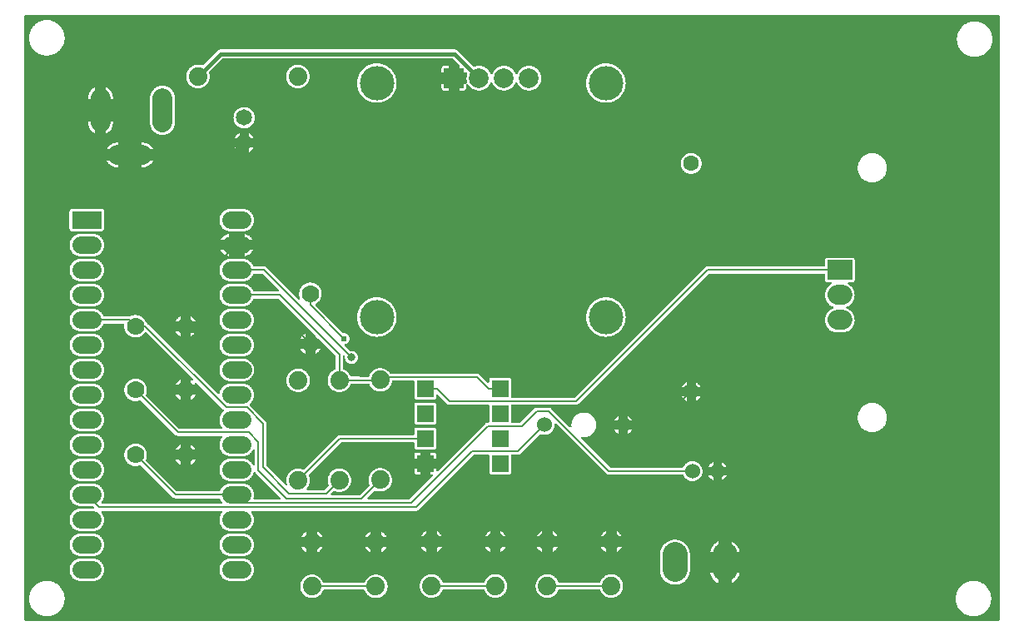
<source format=gtl>
G04 Layer: TopLayer*
G04 EasyEDA v6.2.46, 2019-11-10T15:39:34+05:30*
G04 8ae749d232974c02949487af05e517e1,699dadb93aee4be8b9b8ad6142c81684,10*
G04 Gerber Generator version 0.2*
G04 Scale: 100 percent, Rotated: No, Reflected: No *
G04 Dimensions in inches *
G04 leading zeros omitted , absolute positions ,2 integer and 4 decimal *
%FSLAX24Y24*%
%MOIN*%
G90*
G70D02*

%ADD11C,0.008000*%
%ADD12C,0.016000*%
%ADD13C,0.024000*%
%ADD14C,0.032000*%
%ADD15C,0.062992*%
%ADD16C,0.074000*%
%ADD17C,0.070000*%
%ADD18C,0.060000*%
%ADD20R,0.098425X0.078740*%
%ADD21C,0.065000*%
%ADD22R,0.068000X0.068000*%
%ADD23R,0.078740X0.078740*%
%ADD24C,0.078740*%
%ADD25C,0.137795*%
%ADD26C,0.100000*%
%ADD27C,0.069685*%

%LPD*%
G36*
G01X39114Y24348D02*
G01X135Y24348D01*
G01X129Y24347D01*
G01X124Y24345D01*
G01X114Y24339D01*
G01X110Y24335D01*
G01X104Y24325D01*
G01X102Y24320D01*
G01X101Y24314D01*
G01X101Y135D01*
G01X102Y129D01*
G01X104Y124D01*
G01X110Y114D01*
G01X114Y110D01*
G01X124Y104D01*
G01X129Y102D01*
G01X135Y101D01*
G01X39114Y101D01*
G01X39120Y102D01*
G01X39125Y104D01*
G01X39135Y110D01*
G01X39139Y114D01*
G01X39145Y124D01*
G01X39147Y129D01*
G01X39148Y135D01*
G01X39148Y24314D01*
G01X39147Y24320D01*
G01X39145Y24325D01*
G01X39139Y24335D01*
G01X39135Y24339D01*
G01X39125Y24345D01*
G01X39120Y24347D01*
G01X39114Y24348D01*
G37*

%LPC*%
G36*
G01X33251Y14644D02*
G01X32248Y14644D01*
G01X32230Y14640D01*
G01X32212Y14634D01*
G01X32204Y14629D01*
G01X32197Y14624D01*
G01X32189Y14618D01*
G01X32177Y14604D01*
G01X32171Y14596D01*
G01X32163Y14580D01*
G01X32160Y14571D01*
G01X32158Y14562D01*
G01X32157Y14553D01*
G01X32156Y14543D01*
G01X32156Y14325D01*
G01X32155Y14319D01*
G01X32153Y14314D01*
G01X32147Y14304D01*
G01X32143Y14300D01*
G01X32133Y14294D01*
G01X32128Y14292D01*
G01X32116Y14290D01*
G01X27438Y14290D01*
G01X27427Y14289D01*
G01X27417Y14287D01*
G01X27406Y14284D01*
G01X27396Y14280D01*
G01X27385Y14275D01*
G01X27376Y14270D01*
G01X27367Y14264D01*
G01X27358Y14257D01*
G01X22153Y9052D01*
G01X22148Y9048D01*
G01X22143Y9045D01*
G01X22137Y9042D01*
G01X22125Y9040D01*
G01X19631Y9040D01*
G01X19619Y9042D01*
G01X19614Y9044D01*
G01X19604Y9050D01*
G01X19600Y9054D01*
G01X19594Y9064D01*
G01X19592Y9069D01*
G01X19591Y9075D01*
G01X19591Y9080D01*
G01X19590Y9739D01*
G01X19590Y9749D01*
G01X19589Y9758D01*
G01X19587Y9767D01*
G01X19584Y9776D01*
G01X19580Y9785D01*
G01X19575Y9793D01*
G01X19570Y9800D01*
G01X19564Y9808D01*
G01X19558Y9814D01*
G01X19550Y9820D01*
G01X19543Y9825D01*
G01X19535Y9830D01*
G01X19526Y9834D01*
G01X19517Y9837D01*
G01X19508Y9839D01*
G01X19499Y9840D01*
G01X18800Y9840D01*
G01X18791Y9839D01*
G01X18782Y9837D01*
G01X18773Y9834D01*
G01X18764Y9830D01*
G01X18756Y9825D01*
G01X18749Y9820D01*
G01X18741Y9814D01*
G01X18735Y9808D01*
G01X18729Y9800D01*
G01X18724Y9793D01*
G01X18719Y9785D01*
G01X18715Y9776D01*
G01X18712Y9767D01*
G01X18710Y9758D01*
G01X18709Y9749D01*
G01X18709Y9740D01*
G01X18708Y9675D01*
G01X18708Y9670D01*
G01X18707Y9664D01*
G01X18705Y9659D01*
G01X18699Y9649D01*
G01X18695Y9645D01*
G01X18685Y9639D01*
G01X18680Y9637D01*
G01X18668Y9635D01*
G01X18656Y9637D01*
G01X18650Y9640D01*
G01X18645Y9643D01*
G01X18640Y9647D01*
G01X18317Y9970D01*
G01X18308Y9977D01*
G01X18299Y9983D01*
G01X18290Y9988D01*
G01X18279Y9993D01*
G01X18269Y9997D01*
G01X18258Y10000D01*
G01X18248Y10002D01*
G01X18237Y10003D01*
G01X14767Y10003D01*
G01X14761Y10004D01*
G01X14749Y10008D01*
G01X14744Y10011D01*
G01X14735Y10020D01*
G01X14711Y10052D01*
G01X14698Y10066D01*
G01X14684Y10081D01*
G01X14656Y10107D01*
G01X14641Y10120D01*
G01X14625Y10132D01*
G01X14609Y10143D01*
G01X14575Y10163D01*
G01X14558Y10172D01*
G01X14522Y10188D01*
G01X14504Y10195D01*
G01X14485Y10201D01*
G01X14466Y10206D01*
G01X14428Y10214D01*
G01X14408Y10217D01*
G01X14389Y10219D01*
G01X14369Y10220D01*
G01X14350Y10221D01*
G01X14329Y10220D01*
G01X14309Y10219D01*
G01X14289Y10217D01*
G01X14270Y10214D01*
G01X14250Y10210D01*
G01X14230Y10205D01*
G01X14211Y10200D01*
G01X14173Y10186D01*
G01X14137Y10170D01*
G01X14119Y10160D01*
G01X14102Y10150D01*
G01X14085Y10139D01*
G01X14069Y10128D01*
G01X14037Y10102D01*
G01X14023Y10089D01*
G01X14008Y10074D01*
G01X13995Y10060D01*
G01X13982Y10044D01*
G01X13958Y10012D01*
G01X13947Y9995D01*
G01X13937Y9978D01*
G01X13919Y9942D01*
G01X13905Y9904D01*
G01X13902Y9899D01*
G01X13899Y9893D01*
G01X13895Y9889D01*
G01X13890Y9885D01*
G01X13885Y9882D01*
G01X13879Y9879D01*
G01X13867Y9877D01*
G01X13191Y9878D01*
G01X13185Y9878D01*
G01X13179Y9879D01*
G01X13173Y9882D01*
G01X13163Y9888D01*
G01X13159Y9893D01*
G01X13153Y9903D01*
G01X13146Y9922D01*
G01X13138Y9940D01*
G01X13129Y9958D01*
G01X13119Y9975D01*
G01X13097Y10009D01*
G01X13085Y10025D01*
G01X13073Y10040D01*
G01X13059Y10055D01*
G01X13046Y10069D01*
G01X13031Y10083D01*
G01X13001Y10109D01*
G01X12985Y10121D01*
G01X12968Y10132D01*
G01X12934Y10152D01*
G01X12916Y10161D01*
G01X12898Y10169D01*
G01X12879Y10177D01*
G01X12874Y10179D01*
G01X12864Y10187D01*
G01X12861Y10191D01*
G01X12858Y10197D01*
G01X12855Y10202D01*
G01X12853Y10214D01*
G01X12853Y10700D01*
G01X12854Y10705D01*
G01X12855Y10711D01*
G01X12857Y10716D01*
G01X12863Y10726D01*
G01X12867Y10730D01*
G01X12877Y10736D01*
G01X12882Y10738D01*
G01X12888Y10739D01*
G01X12893Y10740D01*
G01X12900Y10739D01*
G01X12906Y10738D01*
G01X12912Y10735D01*
G01X12917Y10732D01*
G01X12922Y10728D01*
G01X12930Y10720D01*
G01X12934Y10715D01*
G01X12937Y10710D01*
G01X12941Y10698D01*
G01X12941Y10686D01*
G01X12939Y10668D01*
G01X12939Y10635D01*
G01X12940Y10620D01*
G01X12942Y10606D01*
G01X12945Y10591D01*
G01X12953Y10563D01*
G01X12958Y10550D01*
G01X12964Y10536D01*
G01X12971Y10523D01*
G01X12979Y10511D01*
G01X12987Y10498D01*
G01X12995Y10487D01*
G01X13015Y10465D01*
G01X13037Y10445D01*
G01X13048Y10437D01*
G01X13061Y10429D01*
G01X13073Y10421D01*
G01X13086Y10414D01*
G01X13100Y10408D01*
G01X13113Y10403D01*
G01X13141Y10395D01*
G01X13156Y10392D01*
G01X13170Y10390D01*
G01X13200Y10388D01*
G01X13214Y10389D01*
G01X13229Y10390D01*
G01X13243Y10392D01*
G01X13258Y10395D01*
G01X13286Y10403D01*
G01X13299Y10408D01*
G01X13313Y10414D01*
G01X13326Y10421D01*
G01X13338Y10429D01*
G01X13351Y10437D01*
G01X13362Y10445D01*
G01X13384Y10465D01*
G01X13404Y10487D01*
G01X13412Y10498D01*
G01X13420Y10511D01*
G01X13428Y10523D01*
G01X13435Y10536D01*
G01X13441Y10550D01*
G01X13446Y10563D01*
G01X13454Y10591D01*
G01X13457Y10606D01*
G01X13459Y10620D01*
G01X13460Y10635D01*
G01X13460Y10664D01*
G01X13459Y10679D01*
G01X13457Y10693D01*
G01X13454Y10708D01*
G01X13446Y10736D01*
G01X13441Y10749D01*
G01X13435Y10763D01*
G01X13428Y10776D01*
G01X13420Y10788D01*
G01X13412Y10801D01*
G01X13404Y10812D01*
G01X13384Y10834D01*
G01X13362Y10854D01*
G01X13351Y10862D01*
G01X13338Y10870D01*
G01X13326Y10878D01*
G01X13313Y10885D01*
G01X13299Y10891D01*
G01X13286Y10896D01*
G01X13258Y10904D01*
G01X13243Y10907D01*
G01X13229Y10909D01*
G01X13214Y10910D01*
G01X13200Y10911D01*
G01X13181Y10910D01*
G01X13163Y10908D01*
G01X13151Y10908D01*
G01X13139Y10912D01*
G01X13134Y10915D01*
G01X13129Y10919D01*
G01X12931Y11117D01*
G01X12927Y11122D01*
G01X12924Y11127D01*
G01X12921Y11133D01*
G01X12919Y11145D01*
G01X12921Y11157D01*
G01X12923Y11163D01*
G01X12926Y11168D01*
G01X12930Y11173D01*
G01X12934Y11177D01*
G01X12939Y11180D01*
G01X12945Y11183D01*
G01X12950Y11184D01*
G01X12976Y11192D01*
G01X12989Y11197D01*
G01X13001Y11203D01*
G01X13012Y11210D01*
G01X13024Y11217D01*
G01X13035Y11225D01*
G01X13045Y11233D01*
G01X13055Y11242D01*
G01X13073Y11262D01*
G01X13081Y11273D01*
G01X13088Y11284D01*
G01X13095Y11296D01*
G01X13101Y11308D01*
G01X13106Y11321D01*
G01X13110Y11333D01*
G01X13114Y11346D01*
G01X13117Y11359D01*
G01X13119Y11373D01*
G01X13120Y11386D01*
G01X13121Y11400D01*
G01X13119Y11426D01*
G01X13117Y11439D01*
G01X13114Y11452D01*
G01X13106Y11478D01*
G01X13101Y11490D01*
G01X13089Y11514D01*
G01X13073Y11536D01*
G01X13065Y11546D01*
G01X13056Y11556D01*
G01X13046Y11565D01*
G01X13036Y11573D01*
G01X13014Y11589D01*
G01X12990Y11601D01*
G01X12978Y11606D01*
G01X12952Y11614D01*
G01X12939Y11617D01*
G01X12926Y11619D01*
G01X12913Y11620D01*
G01X12899Y11621D01*
G01X12895Y11620D01*
G01X12888Y11621D01*
G01X12882Y11622D01*
G01X12876Y11625D01*
G01X12871Y11628D01*
G01X12866Y11632D01*
G01X11758Y12741D01*
G01X11753Y12746D01*
G01X11750Y12751D01*
G01X11746Y12763D01*
G01X11746Y12775D01*
G01X11750Y12787D01*
G01X11753Y12792D01*
G01X11757Y12797D01*
G01X11761Y12801D01*
G01X11767Y12804D01*
G01X11783Y12814D01*
G01X11800Y12824D01*
G01X11815Y12835D01*
G01X11831Y12847D01*
G01X11845Y12859D01*
G01X11860Y12872D01*
G01X11873Y12886D01*
G01X11887Y12900D01*
G01X11911Y12930D01*
G01X11922Y12945D01*
G01X11933Y12962D01*
G01X11942Y12978D01*
G01X11952Y12995D01*
G01X11960Y13013D01*
G01X11968Y13030D01*
G01X11974Y13048D01*
G01X11980Y13067D01*
G01X11986Y13085D01*
G01X11994Y13123D01*
G01X11997Y13142D01*
G01X11999Y13161D01*
G01X12000Y13180D01*
G01X12001Y13200D01*
G01X11999Y13238D01*
G01X11997Y13257D01*
G01X11994Y13276D01*
G01X11990Y13295D01*
G01X11986Y13313D01*
G01X11981Y13332D01*
G01X11975Y13350D01*
G01X11968Y13368D01*
G01X11960Y13385D01*
G01X11952Y13403D01*
G01X11943Y13419D01*
G01X11934Y13436D01*
G01X11912Y13468D01*
G01X11900Y13483D01*
G01X11888Y13497D01*
G01X11875Y13512D01*
G01X11862Y13525D01*
G01X11847Y13538D01*
G01X11833Y13550D01*
G01X11818Y13562D01*
G01X11786Y13584D01*
G01X11769Y13593D01*
G01X11753Y13602D01*
G01X11735Y13610D01*
G01X11718Y13618D01*
G01X11700Y13625D01*
G01X11682Y13631D01*
G01X11663Y13636D01*
G01X11645Y13640D01*
G01X11626Y13644D01*
G01X11607Y13647D01*
G01X11588Y13649D01*
G01X11550Y13651D01*
G01X11530Y13650D01*
G01X11511Y13649D01*
G01X11492Y13647D01*
G01X11473Y13644D01*
G01X11454Y13640D01*
G01X11436Y13636D01*
G01X11417Y13631D01*
G01X11399Y13625D01*
G01X11381Y13618D01*
G01X11364Y13610D01*
G01X11346Y13602D01*
G01X11330Y13593D01*
G01X11313Y13584D01*
G01X11281Y13562D01*
G01X11266Y13550D01*
G01X11252Y13538D01*
G01X11237Y13525D01*
G01X11224Y13512D01*
G01X11211Y13497D01*
G01X11199Y13483D01*
G01X11187Y13468D01*
G01X11165Y13436D01*
G01X11156Y13419D01*
G01X11147Y13403D01*
G01X11139Y13385D01*
G01X11131Y13368D01*
G01X11124Y13350D01*
G01X11118Y13332D01*
G01X11113Y13313D01*
G01X11109Y13295D01*
G01X11105Y13276D01*
G01X11102Y13257D01*
G01X11100Y13238D01*
G01X11099Y13219D01*
G01X11098Y13199D01*
G01X11100Y13159D01*
G01X11106Y13119D01*
G01X11110Y13100D01*
G01X11115Y13080D01*
G01X11120Y13061D01*
G01X11134Y13023D01*
G01X11137Y13015D01*
G01X11138Y13007D01*
G01X11137Y13002D01*
G01X11136Y12996D01*
G01X11134Y12991D01*
G01X11128Y12981D01*
G01X11124Y12977D01*
G01X11114Y12971D01*
G01X11109Y12969D01*
G01X11103Y12968D01*
G01X11098Y12967D01*
G01X11091Y12968D01*
G01X11085Y12969D01*
G01X11080Y12972D01*
G01X11074Y12975D01*
G01X11069Y12979D01*
G01X9791Y14257D01*
G01X9782Y14264D01*
G01X9773Y14270D01*
G01X9764Y14275D01*
G01X9753Y14280D01*
G01X9743Y14284D01*
G01X9732Y14287D01*
G01X9722Y14289D01*
G01X9711Y14290D01*
G01X9296Y14290D01*
G01X9291Y14291D01*
G01X9285Y14292D01*
G01X9279Y14294D01*
G01X9274Y14297D01*
G01X9269Y14301D01*
G01X9265Y14305D01*
G01X9262Y14310D01*
G01X9259Y14316D01*
G01X9252Y14333D01*
G01X9244Y14351D01*
G01X9235Y14368D01*
G01X9225Y14384D01*
G01X9215Y14401D01*
G01X9204Y14416D01*
G01X9192Y14432D01*
G01X9180Y14446D01*
G01X9167Y14461D01*
G01X9139Y14487D01*
G01X9124Y14500D01*
G01X9109Y14511D01*
G01X9093Y14523D01*
G01X9061Y14543D01*
G01X9044Y14552D01*
G01X9026Y14560D01*
G01X9009Y14568D01*
G01X8991Y14575D01*
G01X8973Y14581D01*
G01X8954Y14586D01*
G01X8935Y14590D01*
G01X8917Y14594D01*
G01X8898Y14597D01*
G01X8878Y14599D01*
G01X8840Y14601D01*
G01X8359Y14601D01*
G01X8321Y14599D01*
G01X8302Y14597D01*
G01X8283Y14594D01*
G01X8245Y14586D01*
G01X8227Y14581D01*
G01X8209Y14575D01*
G01X8191Y14568D01*
G01X8173Y14560D01*
G01X8156Y14552D01*
G01X8122Y14534D01*
G01X8106Y14523D01*
G01X8091Y14512D01*
G01X8061Y14488D01*
G01X8033Y14462D01*
G01X8020Y14447D01*
G01X8008Y14433D01*
G01X7996Y14418D01*
G01X7985Y14402D01*
G01X7975Y14386D01*
G01X7965Y14369D01*
G01X7956Y14353D01*
G01X7948Y14335D01*
G01X7940Y14318D01*
G01X7928Y14282D01*
G01X7923Y14263D01*
G01X7918Y14245D01*
G01X7914Y14226D01*
G01X7908Y14169D01*
G01X7908Y14130D01*
G01X7914Y14073D01*
G01X7918Y14054D01*
G01X7923Y14036D01*
G01X7928Y14017D01*
G01X7940Y13981D01*
G01X7948Y13964D01*
G01X7956Y13946D01*
G01X7965Y13930D01*
G01X7975Y13913D01*
G01X7985Y13897D01*
G01X7996Y13881D01*
G01X8008Y13866D01*
G01X8020Y13852D01*
G01X8033Y13837D01*
G01X8061Y13811D01*
G01X8091Y13787D01*
G01X8106Y13776D01*
G01X8122Y13765D01*
G01X8156Y13747D01*
G01X8173Y13739D01*
G01X8191Y13731D01*
G01X8209Y13724D01*
G01X8227Y13718D01*
G01X8245Y13713D01*
G01X8283Y13705D01*
G01X8302Y13702D01*
G01X8321Y13700D01*
G01X8359Y13698D01*
G01X8840Y13698D01*
G01X8878Y13700D01*
G01X8898Y13702D01*
G01X8917Y13705D01*
G01X8935Y13709D01*
G01X8954Y13713D01*
G01X8973Y13718D01*
G01X8991Y13724D01*
G01X9009Y13731D01*
G01X9026Y13739D01*
G01X9044Y13747D01*
G01X9061Y13756D01*
G01X9093Y13776D01*
G01X9109Y13788D01*
G01X9124Y13799D01*
G01X9139Y13812D01*
G01X9167Y13838D01*
G01X9180Y13853D01*
G01X9192Y13867D01*
G01X9204Y13883D01*
G01X9215Y13898D01*
G01X9225Y13915D01*
G01X9235Y13931D01*
G01X9244Y13948D01*
G01X9252Y13966D01*
G01X9259Y13983D01*
G01X9262Y13989D01*
G01X9265Y13994D01*
G01X9269Y13998D01*
G01X9274Y14002D01*
G01X9279Y14005D01*
G01X9285Y14007D01*
G01X9291Y14008D01*
G01X9296Y14009D01*
G01X9625Y14009D01*
G01X9637Y14007D01*
G01X9643Y14004D01*
G01X9648Y14001D01*
G01X9653Y13997D01*
G01X10291Y13359D01*
G01X10295Y13354D01*
G01X10298Y13349D01*
G01X10301Y13343D01*
G01X10302Y13337D01*
G01X10303Y13330D01*
G01X10302Y13325D01*
G01X10301Y13319D01*
G01X10299Y13314D01*
G01X10293Y13304D01*
G01X10289Y13300D01*
G01X10279Y13294D01*
G01X10274Y13292D01*
G01X10268Y13291D01*
G01X10263Y13290D01*
G01X9296Y13290D01*
G01X9291Y13291D01*
G01X9285Y13292D01*
G01X9279Y13294D01*
G01X9274Y13297D01*
G01X9269Y13301D01*
G01X9265Y13305D01*
G01X9262Y13310D01*
G01X9259Y13316D01*
G01X9252Y13333D01*
G01X9244Y13351D01*
G01X9235Y13368D01*
G01X9225Y13384D01*
G01X9215Y13401D01*
G01X9204Y13416D01*
G01X9192Y13432D01*
G01X9180Y13446D01*
G01X9167Y13461D01*
G01X9139Y13487D01*
G01X9124Y13500D01*
G01X9109Y13511D01*
G01X9093Y13523D01*
G01X9061Y13543D01*
G01X9044Y13552D01*
G01X9026Y13560D01*
G01X9009Y13568D01*
G01X8991Y13575D01*
G01X8973Y13581D01*
G01X8954Y13586D01*
G01X8935Y13590D01*
G01X8917Y13594D01*
G01X8898Y13597D01*
G01X8878Y13599D01*
G01X8840Y13601D01*
G01X8359Y13601D01*
G01X8321Y13599D01*
G01X8302Y13597D01*
G01X8283Y13594D01*
G01X8245Y13586D01*
G01X8227Y13581D01*
G01X8209Y13575D01*
G01X8191Y13568D01*
G01X8173Y13560D01*
G01X8156Y13552D01*
G01X8122Y13534D01*
G01X8106Y13523D01*
G01X8091Y13512D01*
G01X8061Y13488D01*
G01X8033Y13462D01*
G01X8020Y13447D01*
G01X8008Y13433D01*
G01X7996Y13418D01*
G01X7985Y13402D01*
G01X7975Y13386D01*
G01X7965Y13369D01*
G01X7956Y13353D01*
G01X7948Y13335D01*
G01X7940Y13318D01*
G01X7928Y13282D01*
G01X7923Y13263D01*
G01X7918Y13245D01*
G01X7914Y13226D01*
G01X7908Y13169D01*
G01X7908Y13130D01*
G01X7914Y13073D01*
G01X7918Y13054D01*
G01X7923Y13036D01*
G01X7928Y13017D01*
G01X7940Y12981D01*
G01X7948Y12964D01*
G01X7956Y12946D01*
G01X7965Y12930D01*
G01X7975Y12913D01*
G01X7985Y12897D01*
G01X7996Y12881D01*
G01X8008Y12866D01*
G01X8020Y12852D01*
G01X8033Y12837D01*
G01X8061Y12811D01*
G01X8091Y12787D01*
G01X8106Y12776D01*
G01X8122Y12765D01*
G01X8156Y12747D01*
G01X8173Y12739D01*
G01X8191Y12731D01*
G01X8209Y12724D01*
G01X8227Y12718D01*
G01X8245Y12713D01*
G01X8283Y12705D01*
G01X8302Y12702D01*
G01X8321Y12700D01*
G01X8359Y12698D01*
G01X8840Y12698D01*
G01X8878Y12700D01*
G01X8898Y12702D01*
G01X8917Y12705D01*
G01X8935Y12709D01*
G01X8954Y12713D01*
G01X8973Y12718D01*
G01X8991Y12724D01*
G01X9009Y12731D01*
G01X9026Y12739D01*
G01X9044Y12747D01*
G01X9061Y12756D01*
G01X9093Y12776D01*
G01X9109Y12788D01*
G01X9124Y12799D01*
G01X9139Y12812D01*
G01X9167Y12838D01*
G01X9180Y12853D01*
G01X9192Y12867D01*
G01X9204Y12883D01*
G01X9215Y12898D01*
G01X9225Y12915D01*
G01X9235Y12931D01*
G01X9244Y12948D01*
G01X9252Y12966D01*
G01X9259Y12983D01*
G01X9262Y12989D01*
G01X9265Y12994D01*
G01X9269Y12998D01*
G01X9274Y13002D01*
G01X9279Y13005D01*
G01X9285Y13007D01*
G01X9291Y13008D01*
G01X9296Y13009D01*
G01X10249Y13009D01*
G01X10261Y13007D01*
G01X10267Y13004D01*
G01X10272Y13001D01*
G01X10277Y12997D01*
G01X11555Y11718D01*
G01X11738Y11536D01*
G01X11742Y11531D01*
G01X11745Y11526D01*
G01X11748Y11520D01*
G01X11750Y11508D01*
G01X11750Y11400D01*
G01X11858Y11400D01*
G01X11870Y11398D01*
G01X11876Y11395D01*
G01X11881Y11392D01*
G01X11886Y11388D01*
G01X12068Y11205D01*
G01X12560Y10714D01*
G01X12564Y10709D01*
G01X12567Y10704D01*
G01X12570Y10698D01*
G01X12572Y10686D01*
G01X12572Y10214D01*
G01X12570Y10202D01*
G01X12567Y10196D01*
G01X12561Y10186D01*
G01X12556Y10182D01*
G01X12546Y10176D01*
G01X12528Y10169D01*
G01X12510Y10161D01*
G01X12492Y10152D01*
G01X12475Y10143D01*
G01X12458Y10132D01*
G01X12426Y10110D01*
G01X12411Y10098D01*
G01X12396Y10085D01*
G01X12368Y10057D01*
G01X12355Y10042D01*
G01X12331Y10012D01*
G01X12320Y9995D01*
G01X12309Y9979D01*
G01X12300Y9962D01*
G01X12290Y9944D01*
G01X12282Y9927D01*
G01X12275Y9909D01*
G01X12268Y9890D01*
G01X12262Y9871D01*
G01X12257Y9853D01*
G01X12252Y9833D01*
G01X12248Y9814D01*
G01X12246Y9795D01*
G01X12244Y9775D01*
G01X12242Y9756D01*
G01X12242Y9717D01*
G01X12244Y9697D01*
G01X12248Y9659D01*
G01X12252Y9639D01*
G01X12256Y9620D01*
G01X12261Y9602D01*
G01X12267Y9583D01*
G01X12274Y9565D01*
G01X12290Y9529D01*
G01X12308Y9495D01*
G01X12319Y9478D01*
G01X12330Y9462D01*
G01X12341Y9447D01*
G01X12353Y9432D01*
G01X12366Y9417D01*
G01X12380Y9403D01*
G01X12408Y9377D01*
G01X12424Y9364D01*
G01X12439Y9353D01*
G01X12455Y9342D01*
G01X12472Y9331D01*
G01X12506Y9313D01*
G01X12542Y9297D01*
G01X12560Y9291D01*
G01X12579Y9285D01*
G01X12597Y9280D01*
G01X12616Y9275D01*
G01X12635Y9272D01*
G01X12655Y9269D01*
G01X12674Y9267D01*
G01X12693Y9266D01*
G01X12713Y9265D01*
G01X12733Y9266D01*
G01X12752Y9267D01*
G01X12772Y9269D01*
G01X12810Y9275D01*
G01X12830Y9280D01*
G01X12848Y9285D01*
G01X12867Y9291D01*
G01X12886Y9298D01*
G01X12904Y9305D01*
G01X12921Y9314D01*
G01X12939Y9323D01*
G01X12973Y9343D01*
G01X12989Y9354D01*
G01X13004Y9366D01*
G01X13020Y9379D01*
G01X13048Y9405D01*
G01X13062Y9420D01*
G01X13075Y9435D01*
G01X13087Y9450D01*
G01X13099Y9466D01*
G01X13109Y9482D01*
G01X13120Y9499D01*
G01X13129Y9516D01*
G01X13138Y9534D01*
G01X13146Y9551D01*
G01X13154Y9570D01*
G01X13156Y9575D01*
G01X13159Y9580D01*
G01X13163Y9585D01*
G01X13173Y9591D01*
G01X13179Y9594D01*
G01X13185Y9595D01*
G01X13191Y9595D01*
G01X13877Y9596D01*
G01X13883Y9595D01*
G01X13888Y9594D01*
G01X13894Y9592D01*
G01X13899Y9589D01*
G01X13904Y9585D01*
G01X13908Y9581D01*
G01X13914Y9571D01*
G01X13922Y9552D01*
G01X13930Y9535D01*
G01X13940Y9517D01*
G01X13950Y9500D01*
G01X13961Y9483D01*
G01X13972Y9467D01*
G01X13985Y9452D01*
G01X13998Y9436D01*
G01X14011Y9422D01*
G01X14025Y9408D01*
G01X14055Y9382D01*
G01X14087Y9358D01*
G01X14121Y9338D01*
G01X14139Y9328D01*
G01X14175Y9312D01*
G01X14194Y9305D01*
G01X14212Y9299D01*
G01X14232Y9294D01*
G01X14251Y9289D01*
G01X14270Y9285D01*
G01X14290Y9282D01*
G01X14310Y9280D01*
G01X14330Y9279D01*
G01X14349Y9278D01*
G01X14389Y9280D01*
G01X14409Y9282D01*
G01X14429Y9285D01*
G01X14448Y9289D01*
G01X14468Y9294D01*
G01X14487Y9299D01*
G01X14506Y9305D01*
G01X14524Y9312D01*
G01X14543Y9320D01*
G01X14561Y9329D01*
G01X14578Y9338D01*
G01X14596Y9348D01*
G01X14612Y9359D01*
G01X14629Y9370D01*
G01X14644Y9382D01*
G01X14660Y9395D01*
G01X14674Y9408D01*
G01X14688Y9422D01*
G01X14702Y9437D01*
G01X14715Y9452D01*
G01X14739Y9484D01*
G01X14750Y9501D01*
G01X14760Y9518D01*
G01X14769Y9535D01*
G01X14778Y9553D01*
G01X14786Y9572D01*
G01X14793Y9590D01*
G01X14805Y9628D01*
G01X14809Y9648D01*
G01X14813Y9667D01*
G01X14816Y9687D01*
G01X14817Y9692D01*
G01X14819Y9698D01*
G01X14822Y9703D01*
G01X14826Y9708D01*
G01X14830Y9712D01*
G01X14834Y9715D01*
G01X14839Y9718D01*
G01X14845Y9720D01*
G01X14850Y9721D01*
G01X15674Y9721D01*
G01X15680Y9720D01*
G01X15685Y9718D01*
G01X15695Y9712D01*
G01X15699Y9708D01*
G01X15705Y9698D01*
G01X15707Y9693D01*
G01X15708Y9687D01*
G01X15708Y9682D01*
G01X15709Y9060D01*
G01X15709Y9050D01*
G01X15710Y9041D01*
G01X15712Y9032D01*
G01X15715Y9023D01*
G01X15719Y9014D01*
G01X15724Y9006D01*
G01X15729Y8999D01*
G01X15735Y8991D01*
G01X15741Y8985D01*
G01X15749Y8979D01*
G01X15756Y8974D01*
G01X15764Y8969D01*
G01X15773Y8965D01*
G01X15782Y8962D01*
G01X15791Y8960D01*
G01X15800Y8959D01*
G01X16499Y8959D01*
G01X16508Y8960D01*
G01X16517Y8962D01*
G01X16526Y8965D01*
G01X16535Y8969D01*
G01X16543Y8974D01*
G01X16550Y8979D01*
G01X16558Y8985D01*
G01X16564Y8991D01*
G01X16570Y8999D01*
G01X16575Y9006D01*
G01X16580Y9014D01*
G01X16584Y9023D01*
G01X16587Y9032D01*
G01X16589Y9041D01*
G01X16590Y9050D01*
G01X16590Y9059D01*
G01X16591Y9124D01*
G01X16591Y9129D01*
G01X16592Y9135D01*
G01X16594Y9140D01*
G01X16600Y9150D01*
G01X16604Y9154D01*
G01X16614Y9160D01*
G01X16619Y9162D01*
G01X16631Y9164D01*
G01X16643Y9162D01*
G01X16649Y9159D01*
G01X16654Y9156D01*
G01X16659Y9152D01*
G01X17019Y8792D01*
G01X17028Y8785D01*
G01X17037Y8779D01*
G01X17046Y8774D01*
G01X17057Y8769D01*
G01X17067Y8765D01*
G01X17078Y8762D01*
G01X17088Y8760D01*
G01X17099Y8759D01*
G01X18668Y8759D01*
G01X18680Y8757D01*
G01X18685Y8755D01*
G01X18695Y8749D01*
G01X18699Y8745D01*
G01X18705Y8735D01*
G01X18707Y8730D01*
G01X18708Y8724D01*
G01X18708Y8075D01*
G01X18707Y8069D01*
G01X18705Y8064D01*
G01X18699Y8054D01*
G01X18695Y8050D01*
G01X18685Y8044D01*
G01X18680Y8042D01*
G01X18668Y8040D01*
G01X18638Y8040D01*
G01X18627Y8039D01*
G01X18617Y8037D01*
G01X18606Y8034D01*
G01X18596Y8030D01*
G01X18585Y8025D01*
G01X18576Y8020D01*
G01X18567Y8014D01*
G01X18558Y8007D01*
G01X16659Y6108D01*
G01X16654Y6104D01*
G01X16649Y6101D01*
G01X16643Y6098D01*
G01X16631Y6096D01*
G01X16619Y6098D01*
G01X16614Y6100D01*
G01X16604Y6106D01*
G01X16600Y6110D01*
G01X16594Y6120D01*
G01X16592Y6125D01*
G01X16591Y6131D01*
G01X16591Y6136D01*
G01X16590Y6205D01*
G01X16344Y6205D01*
G01X16344Y5959D01*
G01X16413Y5959D01*
G01X16418Y5958D01*
G01X16424Y5957D01*
G01X16429Y5955D01*
G01X16439Y5949D01*
G01X16443Y5945D01*
G01X16449Y5935D01*
G01X16451Y5930D01*
G01X16453Y5918D01*
G01X16451Y5906D01*
G01X16448Y5900D01*
G01X16445Y5895D01*
G01X16441Y5890D01*
G01X15537Y4986D01*
G01X15532Y4982D01*
G01X15527Y4979D01*
G01X15521Y4976D01*
G01X15515Y4975D01*
G01X15509Y4975D01*
G01X13870Y4974D01*
G01X13865Y4975D01*
G01X13859Y4976D01*
G01X13854Y4978D01*
G01X13844Y4984D01*
G01X13840Y4988D01*
G01X13834Y4998D01*
G01X13832Y5003D01*
G01X13830Y5015D01*
G01X13832Y5027D01*
G01X13835Y5033D01*
G01X13838Y5038D01*
G01X13842Y5043D01*
G01X14111Y5312D01*
G01X14116Y5316D01*
G01X14121Y5319D01*
G01X14127Y5322D01*
G01X14133Y5323D01*
G01X14140Y5324D01*
G01X14148Y5323D01*
G01X14156Y5320D01*
G01X14174Y5312D01*
G01X14193Y5305D01*
G01X14212Y5299D01*
G01X14231Y5294D01*
G01X14251Y5289D01*
G01X14270Y5285D01*
G01X14290Y5282D01*
G01X14310Y5280D01*
G01X14350Y5278D01*
G01X14388Y5280D01*
G01X14408Y5282D01*
G01X14427Y5285D01*
G01X14465Y5293D01*
G01X14484Y5298D01*
G01X14502Y5304D01*
G01X14521Y5311D01*
G01X14539Y5318D01*
G01X14556Y5326D01*
G01X14574Y5335D01*
G01X14591Y5345D01*
G01X14607Y5355D01*
G01X14623Y5366D01*
G01X14639Y5378D01*
G01X14654Y5390D01*
G01X14668Y5403D01*
G01X14683Y5416D01*
G01X14696Y5431D01*
G01X14709Y5445D01*
G01X14721Y5460D01*
G01X14733Y5476D01*
G01X14744Y5492D01*
G01X14754Y5508D01*
G01X14764Y5525D01*
G01X14773Y5543D01*
G01X14781Y5560D01*
G01X14788Y5578D01*
G01X14795Y5597D01*
G01X14801Y5615D01*
G01X14806Y5634D01*
G01X14814Y5672D01*
G01X14817Y5691D01*
G01X14819Y5711D01*
G01X14820Y5730D01*
G01X14821Y5750D01*
G01X14819Y5788D01*
G01X14817Y5808D01*
G01X14814Y5827D01*
G01X14806Y5865D01*
G01X14801Y5884D01*
G01X14795Y5902D01*
G01X14788Y5921D01*
G01X14781Y5939D01*
G01X14773Y5956D01*
G01X14764Y5974D01*
G01X14754Y5991D01*
G01X14744Y6007D01*
G01X14733Y6023D01*
G01X14721Y6039D01*
G01X14709Y6054D01*
G01X14696Y6068D01*
G01X14683Y6083D01*
G01X14668Y6096D01*
G01X14654Y6109D01*
G01X14639Y6121D01*
G01X14623Y6133D01*
G01X14607Y6144D01*
G01X14591Y6154D01*
G01X14574Y6164D01*
G01X14556Y6173D01*
G01X14539Y6181D01*
G01X14521Y6188D01*
G01X14502Y6195D01*
G01X14484Y6201D01*
G01X14465Y6206D01*
G01X14427Y6214D01*
G01X14408Y6217D01*
G01X14388Y6219D01*
G01X14350Y6221D01*
G01X14330Y6220D01*
G01X14311Y6219D01*
G01X14291Y6217D01*
G01X14272Y6214D01*
G01X14234Y6206D01*
G01X14215Y6201D01*
G01X14197Y6195D01*
G01X14178Y6188D01*
G01X14160Y6181D01*
G01X14143Y6173D01*
G01X14125Y6164D01*
G01X14108Y6154D01*
G01X14092Y6144D01*
G01X14076Y6133D01*
G01X14060Y6121D01*
G01X14045Y6109D01*
G01X14031Y6096D01*
G01X14016Y6083D01*
G01X14003Y6068D01*
G01X13990Y6054D01*
G01X13978Y6039D01*
G01X13966Y6023D01*
G01X13955Y6007D01*
G01X13945Y5991D01*
G01X13935Y5974D01*
G01X13926Y5956D01*
G01X13918Y5939D01*
G01X13911Y5921D01*
G01X13904Y5902D01*
G01X13898Y5884D01*
G01X13893Y5865D01*
G01X13885Y5827D01*
G01X13882Y5808D01*
G01X13880Y5788D01*
G01X13878Y5750D01*
G01X13880Y5710D01*
G01X13882Y5690D01*
G01X13885Y5670D01*
G01X13889Y5651D01*
G01X13894Y5631D01*
G01X13899Y5612D01*
G01X13905Y5593D01*
G01X13912Y5574D01*
G01X13920Y5556D01*
G01X13923Y5548D01*
G01X13924Y5540D01*
G01X13923Y5533D01*
G01X13922Y5527D01*
G01X13919Y5521D01*
G01X13916Y5516D01*
G01X13912Y5511D01*
G01X13553Y5152D01*
G01X13548Y5148D01*
G01X13543Y5145D01*
G01X13537Y5142D01*
G01X13525Y5140D01*
G01X12412Y5140D01*
G01X12407Y5141D01*
G01X12401Y5142D01*
G01X12396Y5144D01*
G01X12386Y5150D01*
G01X12382Y5154D01*
G01X12376Y5164D01*
G01X12374Y5169D01*
G01X12372Y5181D01*
G01X12374Y5193D01*
G01X12377Y5199D01*
G01X12380Y5204D01*
G01X12384Y5209D01*
G01X12474Y5299D01*
G01X12479Y5303D01*
G01X12484Y5306D01*
G01X12496Y5310D01*
G01X12508Y5310D01*
G01X12514Y5309D01*
G01X12519Y5307D01*
G01X12537Y5299D01*
G01X12556Y5292D01*
G01X12594Y5280D01*
G01X12614Y5276D01*
G01X12633Y5272D01*
G01X12653Y5269D01*
G01X12673Y5267D01*
G01X12713Y5265D01*
G01X12732Y5266D01*
G01X12752Y5267D01*
G01X12771Y5269D01*
G01X12790Y5272D01*
G01X12810Y5275D01*
G01X12829Y5280D01*
G01X12847Y5285D01*
G01X12866Y5291D01*
G01X12884Y5297D01*
G01X12920Y5313D01*
G01X12954Y5331D01*
G01X12971Y5342D01*
G01X12987Y5353D01*
G01X13002Y5364D01*
G01X13032Y5390D01*
G01X13046Y5403D01*
G01X13059Y5417D01*
G01X13085Y5447D01*
G01X13096Y5462D01*
G01X13107Y5478D01*
G01X13118Y5495D01*
G01X13136Y5529D01*
G01X13152Y5565D01*
G01X13158Y5583D01*
G01X13164Y5602D01*
G01X13169Y5620D01*
G01X13174Y5639D01*
G01X13177Y5659D01*
G01X13180Y5678D01*
G01X13182Y5697D01*
G01X13183Y5717D01*
G01X13184Y5736D01*
G01X13183Y5756D01*
G01X13182Y5775D01*
G01X13180Y5794D01*
G01X13177Y5814D01*
G01X13174Y5833D01*
G01X13169Y5852D01*
G01X13164Y5870D01*
G01X13158Y5889D01*
G01X13152Y5907D01*
G01X13136Y5943D01*
G01X13118Y5977D01*
G01X13107Y5994D01*
G01X13096Y6010D01*
G01X13085Y6025D01*
G01X13072Y6041D01*
G01X13046Y6069D01*
G01X13032Y6083D01*
G01X13017Y6096D01*
G01X13002Y6108D01*
G01X12987Y6119D01*
G01X12971Y6130D01*
G01X12954Y6141D01*
G01X12920Y6159D01*
G01X12884Y6175D01*
G01X12866Y6182D01*
G01X12847Y6188D01*
G01X12829Y6193D01*
G01X12810Y6197D01*
G01X12790Y6201D01*
G01X12752Y6205D01*
G01X12732Y6207D01*
G01X12693Y6207D01*
G01X12655Y6203D01*
G01X12635Y6201D01*
G01X12597Y6193D01*
G01X12579Y6188D01*
G01X12560Y6182D01*
G01X12542Y6175D01*
G01X12506Y6159D01*
G01X12472Y6141D01*
G01X12455Y6130D01*
G01X12439Y6119D01*
G01X12424Y6108D01*
G01X12408Y6096D01*
G01X12394Y6083D01*
G01X12366Y6055D01*
G01X12353Y6041D01*
G01X12341Y6025D01*
G01X12330Y6010D01*
G01X12319Y5994D01*
G01X12308Y5977D01*
G01X12290Y5943D01*
G01X12274Y5907D01*
G01X12267Y5889D01*
G01X12261Y5870D01*
G01X12256Y5852D01*
G01X12248Y5814D01*
G01X12246Y5794D01*
G01X12242Y5756D01*
G01X12242Y5716D01*
G01X12244Y5696D01*
G01X12246Y5677D01*
G01X12252Y5637D01*
G01X12262Y5599D01*
G01X12269Y5580D01*
G01X12275Y5561D01*
G01X12283Y5543D01*
G01X12286Y5535D01*
G01X12287Y5527D01*
G01X12286Y5520D01*
G01X12285Y5514D01*
G01X12282Y5509D01*
G01X12279Y5503D01*
G01X12275Y5498D01*
G01X12129Y5352D01*
G01X12124Y5348D01*
G01X12119Y5345D01*
G01X12113Y5342D01*
G01X12101Y5340D01*
G01X11430Y5340D01*
G01X11424Y5341D01*
G01X11419Y5342D01*
G01X11413Y5344D01*
G01X11408Y5347D01*
G01X11404Y5350D01*
G01X11400Y5354D01*
G01X11396Y5359D01*
G01X11393Y5364D01*
G01X11391Y5369D01*
G01X11390Y5375D01*
G01X11390Y5387D01*
G01X11392Y5393D01*
G01X11394Y5398D01*
G01X11397Y5404D01*
G01X11401Y5408D01*
G01X11415Y5423D01*
G01X11428Y5438D01*
G01X11440Y5454D01*
G01X11452Y5471D01*
G01X11463Y5488D01*
G01X11473Y5505D01*
G01X11483Y5523D01*
G01X11499Y5559D01*
G01X11507Y5578D01*
G01X11513Y5597D01*
G01X11518Y5617D01*
G01X11523Y5636D01*
G01X11527Y5656D01*
G01X11530Y5676D01*
G01X11532Y5696D01*
G01X11534Y5736D01*
G01X11532Y5776D01*
G01X11530Y5796D01*
G01X11527Y5816D01*
G01X11523Y5835D01*
G01X11519Y5855D01*
G01X11507Y5893D01*
G01X11500Y5912D01*
G01X11492Y5930D01*
G01X11490Y5935D01*
G01X11489Y5941D01*
G01X11489Y5953D01*
G01X11493Y5965D01*
G01X11496Y5970D01*
G01X11500Y5975D01*
G01X12765Y7238D01*
G01X12769Y7242D01*
G01X12775Y7246D01*
G01X12780Y7248D01*
G01X12786Y7250D01*
G01X12799Y7252D01*
G01X12811Y7256D01*
G01X12818Y7258D01*
G01X12825Y7259D01*
G01X15668Y7259D01*
G01X15680Y7257D01*
G01X15685Y7255D01*
G01X15695Y7249D01*
G01X15699Y7245D01*
G01X15705Y7235D01*
G01X15707Y7230D01*
G01X15708Y7224D01*
G01X15708Y7219D01*
G01X15709Y7060D01*
G01X15709Y7050D01*
G01X15710Y7041D01*
G01X15712Y7032D01*
G01X15715Y7023D01*
G01X15719Y7014D01*
G01X15724Y7006D01*
G01X15729Y6999D01*
G01X15735Y6991D01*
G01X15741Y6985D01*
G01X15749Y6979D01*
G01X15756Y6974D01*
G01X15764Y6969D01*
G01X15773Y6965D01*
G01X15782Y6962D01*
G01X15791Y6960D01*
G01X15800Y6959D01*
G01X16499Y6959D01*
G01X16508Y6960D01*
G01X16517Y6962D01*
G01X16526Y6965D01*
G01X16535Y6969D01*
G01X16543Y6974D01*
G01X16550Y6979D01*
G01X16558Y6985D01*
G01X16564Y6991D01*
G01X16570Y6999D01*
G01X16575Y7006D01*
G01X16580Y7014D01*
G01X16584Y7023D01*
G01X16587Y7032D01*
G01X16589Y7041D01*
G01X16590Y7050D01*
G01X16590Y7749D01*
G01X16589Y7758D01*
G01X16587Y7767D01*
G01X16584Y7776D01*
G01X16580Y7785D01*
G01X16575Y7793D01*
G01X16570Y7800D01*
G01X16564Y7808D01*
G01X16558Y7814D01*
G01X16550Y7820D01*
G01X16543Y7825D01*
G01X16535Y7830D01*
G01X16526Y7834D01*
G01X16517Y7837D01*
G01X16508Y7839D01*
G01X16499Y7840D01*
G01X15800Y7840D01*
G01X15791Y7839D01*
G01X15782Y7837D01*
G01X15773Y7834D01*
G01X15764Y7830D01*
G01X15756Y7825D01*
G01X15749Y7820D01*
G01X15741Y7814D01*
G01X15735Y7808D01*
G01X15729Y7800D01*
G01X15724Y7793D01*
G01X15719Y7785D01*
G01X15715Y7776D01*
G01X15712Y7767D01*
G01X15710Y7758D01*
G01X15709Y7749D01*
G01X15709Y7740D01*
G01X15708Y7580D01*
G01X15708Y7575D01*
G01X15707Y7569D01*
G01X15705Y7564D01*
G01X15699Y7554D01*
G01X15695Y7550D01*
G01X15685Y7544D01*
G01X15680Y7542D01*
G01X15668Y7540D01*
G01X12760Y7540D01*
G01X12736Y7536D01*
G01X12718Y7530D01*
G01X12711Y7529D01*
G01X12701Y7529D01*
G01X12690Y7527D01*
G01X12680Y7525D01*
G01X12670Y7522D01*
G01X12660Y7518D01*
G01X12650Y7513D01*
G01X12641Y7508D01*
G01X12632Y7502D01*
G01X12616Y7488D01*
G01X12586Y7458D01*
G01X11301Y6174D01*
G01X11296Y6170D01*
G01X11291Y6167D01*
G01X11285Y6164D01*
G01X11279Y6163D01*
G01X11272Y6162D01*
G01X11264Y6163D01*
G01X11256Y6166D01*
G01X11238Y6173D01*
G01X11200Y6187D01*
G01X11162Y6197D01*
G01X11122Y6203D01*
G01X11103Y6205D01*
G01X11083Y6207D01*
G01X11043Y6207D01*
G01X11005Y6203D01*
G01X10985Y6201D01*
G01X10947Y6193D01*
G01X10929Y6188D01*
G01X10910Y6182D01*
G01X10892Y6175D01*
G01X10856Y6159D01*
G01X10822Y6141D01*
G01X10805Y6130D01*
G01X10789Y6119D01*
G01X10774Y6108D01*
G01X10758Y6096D01*
G01X10744Y6083D01*
G01X10716Y6055D01*
G01X10703Y6041D01*
G01X10691Y6025D01*
G01X10680Y6010D01*
G01X10669Y5994D01*
G01X10658Y5977D01*
G01X10640Y5943D01*
G01X10624Y5907D01*
G01X10617Y5889D01*
G01X10611Y5870D01*
G01X10606Y5852D01*
G01X10598Y5814D01*
G01X10596Y5794D01*
G01X10592Y5756D01*
G01X10592Y5715D01*
G01X10596Y5673D01*
G01X10599Y5652D01*
G01X10604Y5631D01*
G01X10609Y5611D01*
G01X10615Y5590D01*
G01X10617Y5578D01*
G01X10617Y5572D01*
G01X10615Y5567D01*
G01X10613Y5561D01*
G01X10611Y5556D01*
G01X10599Y5544D01*
G01X10594Y5542D01*
G01X10588Y5540D01*
G01X10583Y5538D01*
G01X10571Y5538D01*
G01X10559Y5542D01*
G01X10553Y5546D01*
G01X10549Y5550D01*
G01X9802Y6296D01*
G01X9798Y6301D01*
G01X9795Y6306D01*
G01X9792Y6312D01*
G01X9790Y6324D01*
G01X9790Y8022D01*
G01X9789Y8033D01*
G01X9787Y8043D01*
G01X9784Y8054D01*
G01X9780Y8064D01*
G01X9775Y8075D01*
G01X9770Y8084D01*
G01X9764Y8093D01*
G01X9757Y8102D01*
G01X9120Y8739D01*
G01X9116Y8744D01*
G01X9113Y8749D01*
G01X9110Y8755D01*
G01X9108Y8767D01*
G01X9110Y8779D01*
G01X9112Y8785D01*
G01X9115Y8790D01*
G01X9119Y8795D01*
G01X9123Y8799D01*
G01X9138Y8811D01*
G01X9166Y8837D01*
G01X9179Y8852D01*
G01X9191Y8866D01*
G01X9203Y8881D01*
G01X9214Y8897D01*
G01X9224Y8913D01*
G01X9234Y8930D01*
G01X9243Y8946D01*
G01X9251Y8964D01*
G01X9259Y8981D01*
G01X9271Y9017D01*
G01X9276Y9036D01*
G01X9281Y9054D01*
G01X9285Y9073D01*
G01X9291Y9130D01*
G01X9291Y9169D01*
G01X9285Y9226D01*
G01X9281Y9245D01*
G01X9276Y9263D01*
G01X9271Y9282D01*
G01X9259Y9318D01*
G01X9251Y9335D01*
G01X9243Y9353D01*
G01X9234Y9369D01*
G01X9224Y9386D01*
G01X9214Y9402D01*
G01X9203Y9418D01*
G01X9191Y9433D01*
G01X9179Y9447D01*
G01X9166Y9462D01*
G01X9138Y9488D01*
G01X9108Y9512D01*
G01X9093Y9523D01*
G01X9077Y9534D01*
G01X9043Y9552D01*
G01X9026Y9560D01*
G01X9008Y9568D01*
G01X8990Y9575D01*
G01X8972Y9581D01*
G01X8954Y9586D01*
G01X8916Y9594D01*
G01X8897Y9597D01*
G01X8878Y9599D01*
G01X8840Y9601D01*
G01X8359Y9601D01*
G01X8321Y9599D01*
G01X8302Y9597D01*
G01X8283Y9594D01*
G01X8264Y9590D01*
G01X8246Y9586D01*
G01X8227Y9581D01*
G01X8209Y9575D01*
G01X8191Y9568D01*
G01X8174Y9561D01*
G01X8140Y9544D01*
G01X8123Y9534D01*
G01X8107Y9524D01*
G01X8091Y9513D01*
G01X8076Y9501D01*
G01X8062Y9489D01*
G01X8048Y9476D01*
G01X8034Y9462D01*
G01X8021Y9448D01*
G01X8009Y9434D01*
G01X7997Y9419D01*
G01X7986Y9403D01*
G01X7966Y9371D01*
G01X7957Y9354D01*
G01X7949Y9337D01*
G01X7941Y9319D01*
G01X7934Y9301D01*
G01X7928Y9283D01*
G01X7923Y9265D01*
G01X7918Y9246D01*
G01X7915Y9227D01*
G01X7911Y9203D01*
G01X7909Y9198D01*
G01X7906Y9192D01*
G01X7903Y9188D01*
G01X7899Y9184D01*
G01X7894Y9180D01*
G01X7889Y9177D01*
G01X7884Y9175D01*
G01X7878Y9174D01*
G01X7866Y9174D01*
G01X7854Y9178D01*
G01X7849Y9181D01*
G01X7844Y9186D01*
G01X5030Y11999D01*
G01X5022Y12007D01*
G01X5014Y12013D01*
G01X5005Y12019D01*
G01X4990Y12028D01*
G01X4985Y12032D01*
G01X4981Y12037D01*
G01X4978Y12042D01*
G01X4976Y12047D01*
G01X4969Y12065D01*
G01X4961Y12083D01*
G01X4953Y12100D01*
G01X4935Y12134D01*
G01X4913Y12166D01*
G01X4902Y12181D01*
G01X4889Y12196D01*
G01X4863Y12224D01*
G01X4849Y12237D01*
G01X4819Y12261D01*
G01X4787Y12283D01*
G01X4770Y12293D01*
G01X4753Y12302D01*
G01X4736Y12310D01*
G01X4718Y12318D01*
G01X4700Y12324D01*
G01X4682Y12331D01*
G01X4664Y12336D01*
G01X4626Y12344D01*
G01X4607Y12347D01*
G01X4588Y12349D01*
G01X4550Y12351D01*
G01X4508Y12349D01*
G01X4468Y12343D01*
G01X4448Y12339D01*
G01X4428Y12334D01*
G01X4408Y12328D01*
G01X4389Y12321D01*
G01X4369Y12313D01*
G01X4333Y12295D01*
G01X4326Y12292D01*
G01X4320Y12291D01*
G01X4313Y12290D01*
G01X4310Y12290D01*
G01X4299Y12291D01*
G01X3296Y12290D01*
G01X3291Y12291D01*
G01X3285Y12292D01*
G01X3279Y12294D01*
G01X3274Y12297D01*
G01X3269Y12301D01*
G01X3265Y12305D01*
G01X3262Y12310D01*
G01X3259Y12316D01*
G01X3252Y12333D01*
G01X3244Y12351D01*
G01X3235Y12368D01*
G01X3225Y12384D01*
G01X3215Y12401D01*
G01X3204Y12416D01*
G01X3192Y12432D01*
G01X3180Y12446D01*
G01X3167Y12461D01*
G01X3139Y12487D01*
G01X3124Y12500D01*
G01X3109Y12511D01*
G01X3093Y12523D01*
G01X3061Y12543D01*
G01X3044Y12552D01*
G01X3026Y12560D01*
G01X3009Y12568D01*
G01X2991Y12575D01*
G01X2973Y12581D01*
G01X2954Y12586D01*
G01X2935Y12590D01*
G01X2917Y12594D01*
G01X2898Y12597D01*
G01X2878Y12599D01*
G01X2840Y12601D01*
G01X2359Y12601D01*
G01X2321Y12599D01*
G01X2302Y12597D01*
G01X2283Y12594D01*
G01X2245Y12586D01*
G01X2227Y12581D01*
G01X2209Y12575D01*
G01X2191Y12568D01*
G01X2173Y12560D01*
G01X2156Y12552D01*
G01X2122Y12534D01*
G01X2106Y12523D01*
G01X2091Y12512D01*
G01X2061Y12488D01*
G01X2033Y12462D01*
G01X2020Y12447D01*
G01X2008Y12433D01*
G01X1996Y12418D01*
G01X1985Y12402D01*
G01X1975Y12386D01*
G01X1965Y12369D01*
G01X1956Y12353D01*
G01X1948Y12335D01*
G01X1940Y12318D01*
G01X1928Y12282D01*
G01X1923Y12263D01*
G01X1918Y12245D01*
G01X1914Y12226D01*
G01X1908Y12169D01*
G01X1908Y12130D01*
G01X1914Y12073D01*
G01X1918Y12054D01*
G01X1923Y12036D01*
G01X1928Y12017D01*
G01X1940Y11981D01*
G01X1948Y11964D01*
G01X1956Y11946D01*
G01X1965Y11930D01*
G01X1975Y11913D01*
G01X1985Y11897D01*
G01X1996Y11881D01*
G01X2008Y11866D01*
G01X2020Y11852D01*
G01X2033Y11837D01*
G01X2061Y11811D01*
G01X2091Y11787D01*
G01X2106Y11776D01*
G01X2122Y11765D01*
G01X2156Y11747D01*
G01X2173Y11739D01*
G01X2191Y11731D01*
G01X2209Y11724D01*
G01X2227Y11718D01*
G01X2245Y11713D01*
G01X2283Y11705D01*
G01X2302Y11702D01*
G01X2321Y11700D01*
G01X2359Y11698D01*
G01X2840Y11698D01*
G01X2878Y11700D01*
G01X2898Y11702D01*
G01X2917Y11705D01*
G01X2935Y11709D01*
G01X2954Y11713D01*
G01X2973Y11718D01*
G01X2991Y11724D01*
G01X3009Y11731D01*
G01X3026Y11739D01*
G01X3044Y11747D01*
G01X3061Y11756D01*
G01X3093Y11776D01*
G01X3109Y11788D01*
G01X3124Y11799D01*
G01X3139Y11812D01*
G01X3167Y11838D01*
G01X3180Y11853D01*
G01X3192Y11867D01*
G01X3204Y11883D01*
G01X3215Y11898D01*
G01X3225Y11915D01*
G01X3235Y11931D01*
G01X3244Y11948D01*
G01X3252Y11966D01*
G01X3259Y11983D01*
G01X3262Y11989D01*
G01X3265Y11994D01*
G01X3269Y11998D01*
G01X3274Y12002D01*
G01X3279Y12005D01*
G01X3285Y12007D01*
G01X3291Y12008D01*
G01X3296Y12009D01*
G01X4063Y12009D01*
G01X4075Y12007D01*
G01X4080Y12005D01*
G01X4090Y11999D01*
G01X4094Y11995D01*
G01X4100Y11985D01*
G01X4102Y11980D01*
G01X4103Y11974D01*
G01X4103Y11963D01*
G01X4100Y11942D01*
G01X4098Y11900D01*
G01X4099Y11880D01*
G01X4100Y11861D01*
G01X4102Y11842D01*
G01X4105Y11823D01*
G01X4109Y11804D01*
G01X4113Y11786D01*
G01X4118Y11767D01*
G01X4124Y11749D01*
G01X4131Y11731D01*
G01X4139Y11714D01*
G01X4147Y11696D01*
G01X4156Y11680D01*
G01X4165Y11663D01*
G01X4187Y11631D01*
G01X4199Y11616D01*
G01X4211Y11602D01*
G01X4224Y11587D01*
G01X4237Y11574D01*
G01X4252Y11561D01*
G01X4266Y11549D01*
G01X4281Y11537D01*
G01X4313Y11515D01*
G01X4330Y11506D01*
G01X4346Y11497D01*
G01X4364Y11489D01*
G01X4381Y11481D01*
G01X4399Y11474D01*
G01X4417Y11468D01*
G01X4436Y11463D01*
G01X4454Y11459D01*
G01X4473Y11455D01*
G01X4492Y11452D01*
G01X4511Y11450D01*
G01X4549Y11448D01*
G01X4589Y11450D01*
G01X4609Y11452D01*
G01X4628Y11455D01*
G01X4648Y11459D01*
G01X4667Y11464D01*
G01X4705Y11476D01*
G01X4723Y11483D01*
G01X4741Y11491D01*
G01X4759Y11500D01*
G01X4793Y11520D01*
G01X4810Y11531D01*
G01X4826Y11543D01*
G01X4841Y11555D01*
G01X4856Y11569D01*
G01X4870Y11582D01*
G01X4884Y11597D01*
G01X4897Y11612D01*
G01X4909Y11627D01*
G01X4921Y11643D01*
G01X4925Y11648D01*
G01X4935Y11656D01*
G01X4947Y11660D01*
G01X4960Y11660D01*
G01X4966Y11659D01*
G01X4972Y11656D01*
G01X4977Y11653D01*
G01X4982Y11649D01*
G01X6834Y9797D01*
G01X6838Y9792D01*
G01X6841Y9787D01*
G01X6844Y9781D01*
G01X6845Y9775D01*
G01X6846Y9768D01*
G01X6845Y9763D01*
G01X6844Y9757D01*
G01X6842Y9752D01*
G01X6836Y9742D01*
G01X6832Y9738D01*
G01X6822Y9732D01*
G01X6817Y9730D01*
G01X6811Y9729D01*
G01X6806Y9728D01*
G01X6798Y9729D01*
G01X6791Y9731D01*
G01X6785Y9734D01*
G01X6767Y9744D01*
G01X6750Y9754D01*
G01X6750Y9550D01*
G01X6954Y9550D01*
G01X6944Y9567D01*
G01X6934Y9585D01*
G01X6931Y9591D01*
G01X6929Y9598D01*
G01X6928Y9606D01*
G01X6929Y9611D01*
G01X6930Y9617D01*
G01X6932Y9622D01*
G01X6938Y9632D01*
G01X6942Y9636D01*
G01X6952Y9642D01*
G01X6957Y9644D01*
G01X6963Y9645D01*
G01X6968Y9646D01*
G01X6975Y9645D01*
G01X6981Y9644D01*
G01X6987Y9641D01*
G01X6992Y9638D01*
G01X6997Y9634D01*
G01X8074Y8556D01*
G01X8082Y8546D01*
G01X8086Y8534D01*
G01X8086Y8522D01*
G01X8084Y8516D01*
G01X8082Y8511D01*
G01X8076Y8501D01*
G01X8072Y8497D01*
G01X8057Y8484D01*
G01X8042Y8470D01*
G01X8028Y8456D01*
G01X8015Y8441D01*
G01X8003Y8426D01*
G01X7991Y8410D01*
G01X7980Y8394D01*
G01X7969Y8377D01*
G01X7960Y8359D01*
G01X7951Y8342D01*
G01X7943Y8323D01*
G01X7936Y8305D01*
G01X7929Y8286D01*
G01X7919Y8248D01*
G01X7915Y8228D01*
G01X7912Y8209D01*
G01X7908Y8169D01*
G01X7908Y8130D01*
G01X7912Y8090D01*
G01X7915Y8070D01*
G01X7919Y8051D01*
G01X7924Y8031D01*
G01X7929Y8012D01*
G01X7936Y7993D01*
G01X7943Y7975D01*
G01X7951Y7957D01*
G01X7960Y7939D01*
G01X7970Y7921D01*
G01X7980Y7904D01*
G01X7992Y7888D01*
G01X8003Y7872D01*
G01X8016Y7856D01*
G01X8019Y7852D01*
G01X8022Y7847D01*
G01X8024Y7842D01*
G01X8026Y7830D01*
G01X8025Y7825D01*
G01X8024Y7819D01*
G01X8022Y7814D01*
G01X8016Y7804D01*
G01X8012Y7800D01*
G01X8002Y7794D01*
G01X7997Y7792D01*
G01X7991Y7791D01*
G01X7986Y7790D01*
G01X6324Y7790D01*
G01X6312Y7792D01*
G01X6306Y7795D01*
G01X6301Y7798D01*
G01X6296Y7802D01*
G01X4972Y9126D01*
G01X4968Y9131D01*
G01X4965Y9137D01*
G01X4962Y9142D01*
G01X4961Y9148D01*
G01X4960Y9155D01*
G01X4961Y9163D01*
G01X4964Y9171D01*
G01X4978Y9209D01*
G01X4984Y9228D01*
G01X4989Y9248D01*
G01X4993Y9268D01*
G01X4996Y9288D01*
G01X4999Y9309D01*
G01X5000Y9329D01*
G01X5001Y9350D01*
G01X4999Y9388D01*
G01X4997Y9407D01*
G01X4994Y9426D01*
G01X4990Y9445D01*
G01X4986Y9463D01*
G01X4981Y9482D01*
G01X4975Y9500D01*
G01X4968Y9518D01*
G01X4960Y9535D01*
G01X4952Y9553D01*
G01X4943Y9569D01*
G01X4934Y9586D01*
G01X4912Y9618D01*
G01X4900Y9633D01*
G01X4888Y9647D01*
G01X4875Y9662D01*
G01X4862Y9675D01*
G01X4847Y9688D01*
G01X4833Y9700D01*
G01X4818Y9712D01*
G01X4786Y9734D01*
G01X4769Y9743D01*
G01X4753Y9752D01*
G01X4735Y9760D01*
G01X4718Y9768D01*
G01X4700Y9775D01*
G01X4682Y9781D01*
G01X4663Y9786D01*
G01X4645Y9790D01*
G01X4626Y9794D01*
G01X4607Y9797D01*
G01X4588Y9799D01*
G01X4550Y9801D01*
G01X4530Y9800D01*
G01X4511Y9799D01*
G01X4492Y9797D01*
G01X4473Y9794D01*
G01X4454Y9790D01*
G01X4436Y9786D01*
G01X4417Y9781D01*
G01X4399Y9775D01*
G01X4381Y9768D01*
G01X4364Y9760D01*
G01X4346Y9752D01*
G01X4330Y9743D01*
G01X4313Y9734D01*
G01X4281Y9712D01*
G01X4266Y9700D01*
G01X4252Y9688D01*
G01X4237Y9675D01*
G01X4224Y9662D01*
G01X4211Y9647D01*
G01X4199Y9633D01*
G01X4187Y9618D01*
G01X4165Y9586D01*
G01X4156Y9569D01*
G01X4147Y9553D01*
G01X4139Y9535D01*
G01X4131Y9518D01*
G01X4124Y9500D01*
G01X4118Y9482D01*
G01X4113Y9463D01*
G01X4109Y9445D01*
G01X4105Y9426D01*
G01X4102Y9407D01*
G01X4100Y9388D01*
G01X4098Y9350D01*
G01X4099Y9330D01*
G01X4100Y9311D01*
G01X4102Y9292D01*
G01X4105Y9273D01*
G01X4109Y9254D01*
G01X4113Y9236D01*
G01X4118Y9217D01*
G01X4124Y9199D01*
G01X4131Y9181D01*
G01X4139Y9164D01*
G01X4147Y9146D01*
G01X4156Y9130D01*
G01X4165Y9113D01*
G01X4187Y9081D01*
G01X4199Y9066D01*
G01X4211Y9052D01*
G01X4224Y9037D01*
G01X4237Y9024D01*
G01X4252Y9011D01*
G01X4266Y8999D01*
G01X4281Y8987D01*
G01X4313Y8965D01*
G01X4330Y8956D01*
G01X4346Y8947D01*
G01X4364Y8939D01*
G01X4381Y8931D01*
G01X4399Y8924D01*
G01X4417Y8918D01*
G01X4436Y8913D01*
G01X4454Y8909D01*
G01X4473Y8905D01*
G01X4492Y8902D01*
G01X4511Y8900D01*
G01X4530Y8899D01*
G01X4570Y8899D01*
G01X4590Y8900D01*
G01X4611Y8903D01*
G01X4631Y8906D01*
G01X4651Y8910D01*
G01X4671Y8915D01*
G01X4690Y8921D01*
G01X4728Y8935D01*
G01X4736Y8938D01*
G01X4744Y8939D01*
G01X4751Y8938D01*
G01X4757Y8937D01*
G01X4762Y8934D01*
G01X4768Y8931D01*
G01X4773Y8927D01*
G01X6158Y7542D01*
G01X6167Y7535D01*
G01X6176Y7529D01*
G01X6185Y7524D01*
G01X6196Y7519D01*
G01X6206Y7515D01*
G01X6217Y7512D01*
G01X6227Y7510D01*
G01X6238Y7509D01*
G01X7986Y7509D01*
G01X7991Y7508D01*
G01X7997Y7507D01*
G01X8002Y7505D01*
G01X8012Y7499D01*
G01X8016Y7495D01*
G01X8022Y7485D01*
G01X8024Y7480D01*
G01X8026Y7468D01*
G01X8025Y7463D01*
G01X8024Y7457D01*
G01X8022Y7452D01*
G01X8019Y7447D01*
G01X8016Y7443D01*
G01X8003Y7427D01*
G01X7992Y7411D01*
G01X7980Y7395D01*
G01X7970Y7378D01*
G01X7960Y7360D01*
G01X7951Y7342D01*
G01X7943Y7324D01*
G01X7936Y7306D01*
G01X7929Y7287D01*
G01X7924Y7268D01*
G01X7919Y7248D01*
G01X7915Y7229D01*
G01X7912Y7209D01*
G01X7908Y7169D01*
G01X7908Y7130D01*
G01X7914Y7073D01*
G01X7918Y7054D01*
G01X7923Y7036D01*
G01X7928Y7017D01*
G01X7940Y6981D01*
G01X7948Y6964D01*
G01X7956Y6946D01*
G01X7965Y6930D01*
G01X7975Y6913D01*
G01X7985Y6897D01*
G01X7996Y6881D01*
G01X8008Y6866D01*
G01X8020Y6852D01*
G01X8033Y6837D01*
G01X8061Y6811D01*
G01X8091Y6787D01*
G01X8106Y6776D01*
G01X8122Y6765D01*
G01X8156Y6747D01*
G01X8173Y6739D01*
G01X8191Y6731D01*
G01X8209Y6724D01*
G01X8227Y6718D01*
G01X8245Y6713D01*
G01X8283Y6705D01*
G01X8302Y6702D01*
G01X8321Y6700D01*
G01X8359Y6698D01*
G01X8840Y6698D01*
G01X8878Y6700D01*
G01X8898Y6702D01*
G01X8917Y6705D01*
G01X8935Y6709D01*
G01X8954Y6713D01*
G01X8973Y6718D01*
G01X8991Y6724D01*
G01X9009Y6731D01*
G01X9027Y6739D01*
G01X9044Y6747D01*
G01X9061Y6756D01*
G01X9077Y6766D01*
G01X9094Y6776D01*
G01X9109Y6788D01*
G01X9124Y6799D01*
G01X9139Y6812D01*
G01X9153Y6825D01*
G01X9167Y6839D01*
G01X9180Y6853D01*
G01X9192Y6867D01*
G01X9204Y6883D01*
G01X9215Y6898D01*
G01X9225Y6915D01*
G01X9235Y6931D01*
G01X9244Y6948D01*
G01X9247Y6954D01*
G01X9251Y6959D01*
G01X9256Y6963D01*
G01X9261Y6966D01*
G01X9267Y6969D01*
G01X9273Y6970D01*
G01X9285Y6970D01*
G01X9291Y6969D01*
G01X9296Y6967D01*
G01X9306Y6961D01*
G01X9310Y6957D01*
G01X9316Y6947D01*
G01X9318Y6942D01*
G01X9319Y6936D01*
G01X9319Y6363D01*
G01X9318Y6357D01*
G01X9316Y6352D01*
G01X9310Y6342D01*
G01X9306Y6338D01*
G01X9296Y6332D01*
G01X9291Y6330D01*
G01X9285Y6329D01*
G01X9273Y6329D01*
G01X9267Y6330D01*
G01X9261Y6333D01*
G01X9256Y6336D01*
G01X9251Y6340D01*
G01X9247Y6345D01*
G01X9244Y6351D01*
G01X9235Y6368D01*
G01X9225Y6384D01*
G01X9215Y6401D01*
G01X9204Y6416D01*
G01X9192Y6432D01*
G01X9180Y6446D01*
G01X9167Y6460D01*
G01X9153Y6474D01*
G01X9139Y6487D01*
G01X9124Y6500D01*
G01X9109Y6511D01*
G01X9094Y6523D01*
G01X9077Y6533D01*
G01X9061Y6543D01*
G01X9044Y6552D01*
G01X9027Y6560D01*
G01X9009Y6568D01*
G01X8991Y6575D01*
G01X8973Y6581D01*
G01X8954Y6586D01*
G01X8935Y6590D01*
G01X8917Y6594D01*
G01X8898Y6597D01*
G01X8878Y6599D01*
G01X8840Y6601D01*
G01X8359Y6601D01*
G01X8321Y6599D01*
G01X8302Y6597D01*
G01X8283Y6594D01*
G01X8245Y6586D01*
G01X8227Y6581D01*
G01X8209Y6575D01*
G01X8191Y6568D01*
G01X8173Y6560D01*
G01X8156Y6552D01*
G01X8122Y6534D01*
G01X8106Y6523D01*
G01X8091Y6512D01*
G01X8061Y6488D01*
G01X8033Y6462D01*
G01X8020Y6447D01*
G01X8008Y6433D01*
G01X7996Y6418D01*
G01X7985Y6402D01*
G01X7975Y6386D01*
G01X7965Y6369D01*
G01X7956Y6353D01*
G01X7948Y6335D01*
G01X7940Y6318D01*
G01X7928Y6282D01*
G01X7923Y6263D01*
G01X7918Y6245D01*
G01X7914Y6226D01*
G01X7908Y6169D01*
G01X7908Y6130D01*
G01X7914Y6073D01*
G01X7918Y6054D01*
G01X7923Y6036D01*
G01X7928Y6017D01*
G01X7940Y5981D01*
G01X7948Y5964D01*
G01X7956Y5946D01*
G01X7965Y5930D01*
G01X7975Y5913D01*
G01X7985Y5897D01*
G01X7996Y5881D01*
G01X8008Y5866D01*
G01X8020Y5852D01*
G01X8033Y5837D01*
G01X8061Y5811D01*
G01X8091Y5787D01*
G01X8106Y5776D01*
G01X8122Y5765D01*
G01X8156Y5747D01*
G01X8173Y5739D01*
G01X8191Y5731D01*
G01X8209Y5724D01*
G01X8227Y5718D01*
G01X8245Y5713D01*
G01X8283Y5705D01*
G01X8302Y5702D01*
G01X8321Y5700D01*
G01X8359Y5698D01*
G01X8840Y5698D01*
G01X8859Y5699D01*
G01X8879Y5700D01*
G01X8898Y5702D01*
G01X8917Y5705D01*
G01X8936Y5709D01*
G01X8954Y5713D01*
G01X8973Y5718D01*
G01X8991Y5725D01*
G01X9009Y5731D01*
G01X9027Y5739D01*
G01X9044Y5747D01*
G01X9061Y5756D01*
G01X9078Y5766D01*
G01X9110Y5788D01*
G01X9125Y5800D01*
G01X9139Y5812D01*
G01X9154Y5825D01*
G01X9180Y5853D01*
G01X9204Y5883D01*
G01X9215Y5899D01*
G01X9225Y5915D01*
G01X9235Y5932D01*
G01X9244Y5949D01*
G01X9252Y5966D01*
G01X9260Y5984D01*
G01X9266Y6002D01*
G01X9272Y6021D01*
G01X9277Y6039D01*
G01X9279Y6045D01*
G01X9285Y6055D01*
G01X9289Y6059D01*
G01X9294Y6063D01*
G01X9299Y6066D01*
G01X9305Y6068D01*
G01X9310Y6069D01*
G01X9322Y6069D01*
G01X9334Y6065D01*
G01X9339Y6062D01*
G01X9344Y6058D01*
G01X9348Y6053D01*
G01X9361Y6039D01*
G01X10357Y5043D01*
G01X10361Y5038D01*
G01X10364Y5033D01*
G01X10367Y5027D01*
G01X10368Y5021D01*
G01X10369Y5014D01*
G01X10368Y5009D01*
G01X10367Y5003D01*
G01X10365Y4998D01*
G01X10359Y4988D01*
G01X10355Y4984D01*
G01X10345Y4978D01*
G01X10340Y4976D01*
G01X10334Y4975D01*
G01X10329Y4974D01*
G01X9312Y4974D01*
G01X9306Y4975D01*
G01X9301Y4976D01*
G01X9296Y4978D01*
G01X9286Y4984D01*
G01X9282Y4988D01*
G01X9278Y4993D01*
G01X9274Y5003D01*
G01X9272Y5015D01*
G01X9274Y5025D01*
G01X9279Y5046D01*
G01X9283Y5066D01*
G01X9287Y5087D01*
G01X9291Y5129D01*
G01X9291Y5169D01*
G01X9285Y5226D01*
G01X9281Y5245D01*
G01X9276Y5263D01*
G01X9271Y5282D01*
G01X9259Y5318D01*
G01X9251Y5335D01*
G01X9243Y5353D01*
G01X9234Y5369D01*
G01X9224Y5386D01*
G01X9214Y5402D01*
G01X9203Y5418D01*
G01X9191Y5433D01*
G01X9179Y5447D01*
G01X9166Y5462D01*
G01X9138Y5488D01*
G01X9108Y5512D01*
G01X9093Y5523D01*
G01X9077Y5534D01*
G01X9043Y5552D01*
G01X9026Y5560D01*
G01X9008Y5568D01*
G01X8990Y5575D01*
G01X8972Y5581D01*
G01X8954Y5586D01*
G01X8916Y5594D01*
G01X8897Y5597D01*
G01X8878Y5599D01*
G01X8840Y5601D01*
G01X8359Y5601D01*
G01X8321Y5599D01*
G01X8301Y5597D01*
G01X8282Y5594D01*
G01X8264Y5590D01*
G01X8245Y5586D01*
G01X8226Y5581D01*
G01X8208Y5575D01*
G01X8190Y5568D01*
G01X8173Y5560D01*
G01X8155Y5552D01*
G01X8138Y5543D01*
G01X8106Y5523D01*
G01X8090Y5511D01*
G01X8075Y5500D01*
G01X8060Y5487D01*
G01X8032Y5461D01*
G01X8019Y5446D01*
G01X8007Y5432D01*
G01X7995Y5416D01*
G01X7984Y5401D01*
G01X7974Y5384D01*
G01X7964Y5368D01*
G01X7955Y5351D01*
G01X7947Y5333D01*
G01X7940Y5316D01*
G01X7937Y5310D01*
G01X7934Y5305D01*
G01X7930Y5301D01*
G01X7925Y5297D01*
G01X7920Y5294D01*
G01X7914Y5292D01*
G01X7908Y5291D01*
G01X7903Y5290D01*
G01X6224Y5290D01*
G01X6212Y5292D01*
G01X6206Y5295D01*
G01X6201Y5298D01*
G01X6196Y5302D01*
G01X4972Y6526D01*
G01X4968Y6531D01*
G01X4965Y6537D01*
G01X4962Y6542D01*
G01X4961Y6548D01*
G01X4960Y6555D01*
G01X4961Y6563D01*
G01X4964Y6571D01*
G01X4978Y6609D01*
G01X4984Y6628D01*
G01X4989Y6648D01*
G01X4993Y6668D01*
G01X4996Y6688D01*
G01X4999Y6709D01*
G01X5000Y6729D01*
G01X5001Y6750D01*
G01X4999Y6788D01*
G01X4997Y6807D01*
G01X4994Y6826D01*
G01X4990Y6845D01*
G01X4986Y6863D01*
G01X4981Y6882D01*
G01X4975Y6900D01*
G01X4968Y6918D01*
G01X4960Y6935D01*
G01X4952Y6953D01*
G01X4943Y6969D01*
G01X4934Y6986D01*
G01X4912Y7018D01*
G01X4900Y7033D01*
G01X4888Y7047D01*
G01X4875Y7062D01*
G01X4862Y7075D01*
G01X4847Y7088D01*
G01X4833Y7100D01*
G01X4818Y7112D01*
G01X4786Y7134D01*
G01X4769Y7143D01*
G01X4753Y7152D01*
G01X4735Y7160D01*
G01X4718Y7168D01*
G01X4700Y7175D01*
G01X4682Y7181D01*
G01X4663Y7186D01*
G01X4645Y7190D01*
G01X4626Y7194D01*
G01X4607Y7197D01*
G01X4588Y7199D01*
G01X4550Y7201D01*
G01X4530Y7200D01*
G01X4511Y7199D01*
G01X4492Y7197D01*
G01X4473Y7194D01*
G01X4454Y7190D01*
G01X4436Y7186D01*
G01X4417Y7181D01*
G01X4399Y7175D01*
G01X4381Y7168D01*
G01X4364Y7160D01*
G01X4346Y7152D01*
G01X4330Y7143D01*
G01X4313Y7134D01*
G01X4281Y7112D01*
G01X4266Y7100D01*
G01X4252Y7088D01*
G01X4237Y7075D01*
G01X4224Y7062D01*
G01X4211Y7047D01*
G01X4199Y7033D01*
G01X4187Y7018D01*
G01X4165Y6986D01*
G01X4156Y6969D01*
G01X4147Y6953D01*
G01X4139Y6935D01*
G01X4131Y6918D01*
G01X4124Y6900D01*
G01X4118Y6882D01*
G01X4113Y6863D01*
G01X4109Y6845D01*
G01X4105Y6826D01*
G01X4102Y6807D01*
G01X4100Y6788D01*
G01X4098Y6750D01*
G01X4099Y6730D01*
G01X4100Y6711D01*
G01X4102Y6692D01*
G01X4105Y6673D01*
G01X4109Y6654D01*
G01X4113Y6636D01*
G01X4118Y6617D01*
G01X4124Y6599D01*
G01X4131Y6581D01*
G01X4139Y6564D01*
G01X4147Y6546D01*
G01X4156Y6530D01*
G01X4165Y6513D01*
G01X4187Y6481D01*
G01X4199Y6466D01*
G01X4211Y6452D01*
G01X4224Y6437D01*
G01X4237Y6424D01*
G01X4252Y6411D01*
G01X4266Y6399D01*
G01X4281Y6387D01*
G01X4313Y6365D01*
G01X4330Y6356D01*
G01X4346Y6347D01*
G01X4364Y6339D01*
G01X4381Y6331D01*
G01X4399Y6324D01*
G01X4417Y6318D01*
G01X4436Y6313D01*
G01X4454Y6309D01*
G01X4473Y6305D01*
G01X4492Y6302D01*
G01X4511Y6300D01*
G01X4530Y6299D01*
G01X4570Y6299D01*
G01X4590Y6300D01*
G01X4611Y6303D01*
G01X4631Y6306D01*
G01X4651Y6310D01*
G01X4671Y6315D01*
G01X4690Y6321D01*
G01X4728Y6335D01*
G01X4736Y6338D01*
G01X4744Y6339D01*
G01X4751Y6338D01*
G01X4757Y6337D01*
G01X4762Y6334D01*
G01X4768Y6331D01*
G01X4773Y6327D01*
G01X6058Y5042D01*
G01X6067Y5035D01*
G01X6076Y5029D01*
G01X6085Y5024D01*
G01X6096Y5019D01*
G01X6106Y5015D01*
G01X6117Y5012D01*
G01X6127Y5010D01*
G01X6138Y5009D01*
G01X7903Y5009D01*
G01X7908Y5008D01*
G01X7914Y5007D01*
G01X7920Y5005D01*
G01X7925Y5002D01*
G01X7930Y4998D01*
G01X7934Y4994D01*
G01X7937Y4989D01*
G01X7940Y4983D01*
G01X7948Y4964D01*
G01X7957Y4945D01*
G01X7967Y4926D01*
G01X7978Y4908D01*
G01X7990Y4890D01*
G01X8016Y4856D01*
G01X8019Y4852D01*
G01X8022Y4847D01*
G01X8024Y4842D01*
G01X8026Y4830D01*
G01X8025Y4825D01*
G01X8024Y4819D01*
G01X8022Y4814D01*
G01X8016Y4804D01*
G01X8012Y4800D01*
G01X8002Y4794D01*
G01X7997Y4792D01*
G01X7991Y4791D01*
G01X7986Y4790D01*
G01X3213Y4790D01*
G01X3208Y4791D01*
G01X3202Y4792D01*
G01X3197Y4794D01*
G01X3187Y4800D01*
G01X3183Y4804D01*
G01X3177Y4814D01*
G01X3175Y4819D01*
G01X3173Y4831D01*
G01X3174Y4836D01*
G01X3175Y4842D01*
G01X3177Y4847D01*
G01X3180Y4852D01*
G01X3183Y4856D01*
G01X3196Y4872D01*
G01X3207Y4888D01*
G01X3219Y4904D01*
G01X3229Y4921D01*
G01X3239Y4939D01*
G01X3248Y4957D01*
G01X3256Y4975D01*
G01X3263Y4993D01*
G01X3270Y5012D01*
G01X3275Y5031D01*
G01X3280Y5051D01*
G01X3284Y5070D01*
G01X3287Y5090D01*
G01X3291Y5130D01*
G01X3291Y5169D01*
G01X3285Y5226D01*
G01X3281Y5245D01*
G01X3276Y5263D01*
G01X3271Y5282D01*
G01X3259Y5318D01*
G01X3251Y5335D01*
G01X3243Y5353D01*
G01X3234Y5369D01*
G01X3224Y5386D01*
G01X3214Y5402D01*
G01X3203Y5418D01*
G01X3191Y5433D01*
G01X3179Y5447D01*
G01X3166Y5462D01*
G01X3138Y5488D01*
G01X3108Y5512D01*
G01X3093Y5523D01*
G01X3077Y5534D01*
G01X3043Y5552D01*
G01X3026Y5560D01*
G01X3008Y5568D01*
G01X2990Y5575D01*
G01X2972Y5581D01*
G01X2954Y5586D01*
G01X2916Y5594D01*
G01X2897Y5597D01*
G01X2878Y5599D01*
G01X2840Y5601D01*
G01X2359Y5601D01*
G01X2321Y5599D01*
G01X2302Y5597D01*
G01X2283Y5594D01*
G01X2245Y5586D01*
G01X2227Y5581D01*
G01X2209Y5575D01*
G01X2191Y5568D01*
G01X2173Y5560D01*
G01X2156Y5552D01*
G01X2122Y5534D01*
G01X2106Y5523D01*
G01X2091Y5512D01*
G01X2061Y5488D01*
G01X2033Y5462D01*
G01X2020Y5447D01*
G01X2008Y5433D01*
G01X1996Y5418D01*
G01X1985Y5402D01*
G01X1975Y5386D01*
G01X1965Y5369D01*
G01X1956Y5353D01*
G01X1948Y5335D01*
G01X1940Y5318D01*
G01X1928Y5282D01*
G01X1923Y5263D01*
G01X1918Y5245D01*
G01X1914Y5226D01*
G01X1908Y5169D01*
G01X1908Y5130D01*
G01X1914Y5073D01*
G01X1918Y5054D01*
G01X1923Y5036D01*
G01X1928Y5017D01*
G01X1940Y4981D01*
G01X1948Y4964D01*
G01X1956Y4946D01*
G01X1965Y4930D01*
G01X1975Y4913D01*
G01X1985Y4897D01*
G01X1996Y4881D01*
G01X2008Y4866D01*
G01X2020Y4852D01*
G01X2033Y4837D01*
G01X2061Y4811D01*
G01X2091Y4787D01*
G01X2106Y4776D01*
G01X2122Y4765D01*
G01X2156Y4747D01*
G01X2173Y4739D01*
G01X2191Y4731D01*
G01X2209Y4724D01*
G01X2227Y4718D01*
G01X2245Y4713D01*
G01X2283Y4705D01*
G01X2302Y4702D01*
G01X2321Y4700D01*
G01X2359Y4698D01*
G01X2841Y4698D01*
G01X2847Y4697D01*
G01X2853Y4694D01*
G01X2858Y4691D01*
G01X2863Y4687D01*
G01X2881Y4669D01*
G01X2885Y4664D01*
G01X2888Y4658D01*
G01X2891Y4653D01*
G01X2892Y4647D01*
G01X2893Y4640D01*
G01X2892Y4635D01*
G01X2891Y4629D01*
G01X2889Y4624D01*
G01X2883Y4614D01*
G01X2879Y4610D01*
G01X2869Y4604D01*
G01X2864Y4602D01*
G01X2858Y4601D01*
G01X2853Y4600D01*
G01X2840Y4600D01*
G01X2840Y4601D01*
G01X2359Y4601D01*
G01X2321Y4599D01*
G01X2302Y4597D01*
G01X2283Y4594D01*
G01X2245Y4586D01*
G01X2227Y4581D01*
G01X2209Y4575D01*
G01X2191Y4568D01*
G01X2173Y4560D01*
G01X2156Y4552D01*
G01X2122Y4534D01*
G01X2106Y4523D01*
G01X2091Y4512D01*
G01X2061Y4488D01*
G01X2033Y4462D01*
G01X2020Y4447D01*
G01X2008Y4433D01*
G01X1996Y4418D01*
G01X1985Y4402D01*
G01X1975Y4386D01*
G01X1965Y4369D01*
G01X1956Y4353D01*
G01X1948Y4335D01*
G01X1940Y4318D01*
G01X1928Y4282D01*
G01X1923Y4263D01*
G01X1918Y4245D01*
G01X1914Y4226D01*
G01X1908Y4169D01*
G01X1908Y4130D01*
G01X1914Y4073D01*
G01X1918Y4054D01*
G01X1923Y4036D01*
G01X1928Y4017D01*
G01X1940Y3981D01*
G01X1948Y3964D01*
G01X1956Y3946D01*
G01X1965Y3930D01*
G01X1975Y3913D01*
G01X1985Y3897D01*
G01X1996Y3881D01*
G01X2008Y3866D01*
G01X2020Y3852D01*
G01X2033Y3837D01*
G01X2061Y3811D01*
G01X2091Y3787D01*
G01X2106Y3776D01*
G01X2122Y3765D01*
G01X2156Y3747D01*
G01X2173Y3739D01*
G01X2191Y3731D01*
G01X2209Y3724D01*
G01X2227Y3718D01*
G01X2245Y3713D01*
G01X2283Y3705D01*
G01X2302Y3702D01*
G01X2321Y3700D01*
G01X2359Y3698D01*
G01X2840Y3698D01*
G01X2878Y3700D01*
G01X2897Y3702D01*
G01X2916Y3705D01*
G01X2954Y3713D01*
G01X2972Y3718D01*
G01X2990Y3724D01*
G01X3008Y3731D01*
G01X3026Y3739D01*
G01X3043Y3747D01*
G01X3077Y3765D01*
G01X3093Y3776D01*
G01X3108Y3787D01*
G01X3138Y3811D01*
G01X3166Y3837D01*
G01X3179Y3852D01*
G01X3191Y3866D01*
G01X3203Y3881D01*
G01X3214Y3897D01*
G01X3224Y3913D01*
G01X3234Y3930D01*
G01X3243Y3946D01*
G01X3251Y3964D01*
G01X3259Y3981D01*
G01X3271Y4017D01*
G01X3276Y4036D01*
G01X3281Y4054D01*
G01X3285Y4073D01*
G01X3291Y4130D01*
G01X3291Y4169D01*
G01X3287Y4209D01*
G01X3284Y4229D01*
G01X3280Y4248D01*
G01X3275Y4268D01*
G01X3270Y4287D01*
G01X3263Y4306D01*
G01X3256Y4324D01*
G01X3248Y4342D01*
G01X3239Y4360D01*
G01X3229Y4378D01*
G01X3219Y4395D01*
G01X3207Y4411D01*
G01X3196Y4427D01*
G01X3183Y4443D01*
G01X3180Y4447D01*
G01X3177Y4452D01*
G01X3175Y4457D01*
G01X3173Y4469D01*
G01X3174Y4474D01*
G01X3175Y4480D01*
G01X3177Y4485D01*
G01X3183Y4495D01*
G01X3187Y4499D01*
G01X3197Y4505D01*
G01X3202Y4507D01*
G01X3208Y4508D01*
G01X3213Y4509D01*
G01X7986Y4509D01*
G01X7991Y4508D01*
G01X7997Y4507D01*
G01X8002Y4505D01*
G01X8012Y4499D01*
G01X8016Y4495D01*
G01X8022Y4485D01*
G01X8024Y4480D01*
G01X8026Y4468D01*
G01X8025Y4463D01*
G01X8024Y4457D01*
G01X8022Y4452D01*
G01X8019Y4447D01*
G01X8016Y4443D01*
G01X8003Y4427D01*
G01X7992Y4411D01*
G01X7980Y4395D01*
G01X7970Y4378D01*
G01X7960Y4360D01*
G01X7951Y4342D01*
G01X7943Y4324D01*
G01X7936Y4306D01*
G01X7929Y4287D01*
G01X7924Y4268D01*
G01X7919Y4248D01*
G01X7915Y4229D01*
G01X7912Y4209D01*
G01X7908Y4169D01*
G01X7908Y4130D01*
G01X7914Y4073D01*
G01X7918Y4054D01*
G01X7923Y4036D01*
G01X7928Y4017D01*
G01X7940Y3981D01*
G01X7948Y3964D01*
G01X7956Y3946D01*
G01X7965Y3930D01*
G01X7975Y3913D01*
G01X7985Y3897D01*
G01X7996Y3881D01*
G01X8008Y3866D01*
G01X8020Y3852D01*
G01X8033Y3837D01*
G01X8061Y3811D01*
G01X8091Y3787D01*
G01X8106Y3776D01*
G01X8122Y3765D01*
G01X8156Y3747D01*
G01X8173Y3739D01*
G01X8191Y3731D01*
G01X8209Y3724D01*
G01X8227Y3718D01*
G01X8245Y3713D01*
G01X8283Y3705D01*
G01X8302Y3702D01*
G01X8321Y3700D01*
G01X8359Y3698D01*
G01X8840Y3698D01*
G01X8878Y3700D01*
G01X8897Y3702D01*
G01X8916Y3705D01*
G01X8954Y3713D01*
G01X8972Y3718D01*
G01X8990Y3724D01*
G01X9008Y3731D01*
G01X9026Y3739D01*
G01X9043Y3747D01*
G01X9077Y3765D01*
G01X9093Y3776D01*
G01X9108Y3787D01*
G01X9138Y3811D01*
G01X9166Y3837D01*
G01X9179Y3852D01*
G01X9191Y3866D01*
G01X9203Y3881D01*
G01X9214Y3897D01*
G01X9224Y3913D01*
G01X9234Y3930D01*
G01X9243Y3946D01*
G01X9251Y3964D01*
G01X9259Y3981D01*
G01X9271Y4017D01*
G01X9276Y4036D01*
G01X9281Y4054D01*
G01X9285Y4073D01*
G01X9291Y4130D01*
G01X9291Y4169D01*
G01X9287Y4209D01*
G01X9284Y4229D01*
G01X9280Y4248D01*
G01X9275Y4268D01*
G01X9270Y4287D01*
G01X9263Y4306D01*
G01X9256Y4324D01*
G01X9248Y4342D01*
G01X9239Y4360D01*
G01X9229Y4378D01*
G01X9219Y4395D01*
G01X9207Y4411D01*
G01X9196Y4427D01*
G01X9183Y4443D01*
G01X9180Y4447D01*
G01X9177Y4452D01*
G01X9175Y4457D01*
G01X9173Y4469D01*
G01X9174Y4474D01*
G01X9175Y4480D01*
G01X9177Y4485D01*
G01X9183Y4495D01*
G01X9187Y4499D01*
G01X9197Y4505D01*
G01X9202Y4507D01*
G01X9208Y4508D01*
G01X9213Y4509D01*
G01X15796Y4509D01*
G01X15807Y4510D01*
G01X15817Y4512D01*
G01X15828Y4515D01*
G01X15838Y4519D01*
G01X15849Y4524D01*
G01X15858Y4529D01*
G01X15867Y4535D01*
G01X15876Y4542D01*
G01X18081Y6747D01*
G01X18086Y6751D01*
G01X18091Y6754D01*
G01X18097Y6757D01*
G01X18109Y6759D01*
G01X18668Y6759D01*
G01X18680Y6757D01*
G01X18685Y6755D01*
G01X18695Y6749D01*
G01X18699Y6745D01*
G01X18705Y6735D01*
G01X18707Y6730D01*
G01X18708Y6724D01*
G01X18708Y6719D01*
G01X18709Y6060D01*
G01X18709Y6050D01*
G01X18710Y6041D01*
G01X18712Y6032D01*
G01X18715Y6023D01*
G01X18719Y6014D01*
G01X18724Y6006D01*
G01X18729Y5999D01*
G01X18735Y5991D01*
G01X18741Y5985D01*
G01X18749Y5979D01*
G01X18756Y5974D01*
G01X18764Y5969D01*
G01X18773Y5965D01*
G01X18782Y5962D01*
G01X18791Y5960D01*
G01X18800Y5959D01*
G01X19499Y5959D01*
G01X19508Y5960D01*
G01X19517Y5962D01*
G01X19526Y5965D01*
G01X19535Y5969D01*
G01X19543Y5974D01*
G01X19550Y5979D01*
G01X19558Y5985D01*
G01X19564Y5991D01*
G01X19570Y5999D01*
G01X19575Y6006D01*
G01X19580Y6014D01*
G01X19584Y6023D01*
G01X19587Y6032D01*
G01X19589Y6041D01*
G01X19590Y6050D01*
G01X19590Y6059D01*
G01X19591Y6719D01*
G01X19591Y6724D01*
G01X19592Y6730D01*
G01X19594Y6735D01*
G01X19600Y6745D01*
G01X19604Y6749D01*
G01X19614Y6755D01*
G01X19619Y6757D01*
G01X19631Y6759D01*
G01X19884Y6759D01*
G01X19895Y6760D01*
G01X19905Y6762D01*
G01X19916Y6765D01*
G01X19926Y6769D01*
G01X19937Y6774D01*
G01X19946Y6779D01*
G01X19955Y6785D01*
G01X19964Y6792D01*
G01X19972Y6800D01*
G01X20739Y7566D01*
G01X20744Y7571D01*
G01X20749Y7574D01*
G01X20761Y7578D01*
G01X20767Y7578D01*
G01X20781Y7576D01*
G01X20798Y7570D01*
G01X20816Y7564D01*
G01X20833Y7560D01*
G01X20851Y7556D01*
G01X20869Y7553D01*
G01X20887Y7551D01*
G01X20905Y7550D01*
G01X20941Y7550D01*
G01X20959Y7551D01*
G01X20977Y7553D01*
G01X20995Y7556D01*
G01X21013Y7560D01*
G01X21030Y7564D01*
G01X21047Y7569D01*
G01X21064Y7575D01*
G01X21081Y7582D01*
G01X21097Y7589D01*
G01X21114Y7597D01*
G01X21129Y7606D01*
G01X21159Y7626D01*
G01X21174Y7637D01*
G01X21187Y7649D01*
G01X21201Y7661D01*
G01X21213Y7673D01*
G01X21225Y7687D01*
G01X21237Y7700D01*
G01X21248Y7715D01*
G01X21268Y7745D01*
G01X21277Y7760D01*
G01X21285Y7777D01*
G01X21292Y7793D01*
G01X21299Y7810D01*
G01X21305Y7827D01*
G01X21310Y7844D01*
G01X21314Y7861D01*
G01X21318Y7879D01*
G01X21321Y7897D01*
G01X21323Y7915D01*
G01X21325Y7951D01*
G01X21324Y7977D01*
G01X21324Y7985D01*
G01X21325Y7991D01*
G01X21327Y7996D01*
G01X21333Y8006D01*
G01X21337Y8010D01*
G01X21347Y8016D01*
G01X21352Y8018D01*
G01X21358Y8019D01*
G01X21370Y8019D01*
G01X21376Y8018D01*
G01X21382Y8015D01*
G01X21387Y8012D01*
G01X21392Y8008D01*
G01X23408Y5992D01*
G01X23417Y5985D01*
G01X23426Y5979D01*
G01X23435Y5974D01*
G01X23446Y5969D01*
G01X23456Y5965D01*
G01X23467Y5962D01*
G01X23477Y5960D01*
G01X23488Y5959D01*
G01X26447Y5959D01*
G01X26459Y5957D01*
G01X26464Y5955D01*
G01X26474Y5949D01*
G01X26478Y5945D01*
G01X26484Y5935D01*
G01X26492Y5918D01*
G01X26500Y5902D01*
G01X26510Y5886D01*
G01X26520Y5871D01*
G01X26531Y5856D01*
G01X26542Y5842D01*
G01X26555Y5828D01*
G01X26567Y5815D01*
G01X26581Y5802D01*
G01X26595Y5790D01*
G01X26609Y5779D01*
G01X26624Y5768D01*
G01X26640Y5758D01*
G01X26655Y5749D01*
G01X26672Y5740D01*
G01X26688Y5732D01*
G01X26705Y5725D01*
G01X26723Y5719D01*
G01X26740Y5714D01*
G01X26758Y5709D01*
G01X26776Y5705D01*
G01X26794Y5702D01*
G01X26813Y5700D01*
G01X26831Y5699D01*
G01X26850Y5698D01*
G01X26867Y5699D01*
G01X26885Y5700D01*
G01X26903Y5702D01*
G01X26921Y5705D01*
G01X26939Y5709D01*
G01X26956Y5713D01*
G01X26973Y5718D01*
G01X26990Y5724D01*
G01X27007Y5731D01*
G01X27023Y5738D01*
G01X27040Y5746D01*
G01X27055Y5755D01*
G01X27085Y5775D01*
G01X27100Y5786D01*
G01X27113Y5798D01*
G01X27127Y5810D01*
G01X27139Y5822D01*
G01X27151Y5836D01*
G01X27163Y5849D01*
G01X27174Y5864D01*
G01X27194Y5894D01*
G01X27203Y5909D01*
G01X27211Y5926D01*
G01X27218Y5942D01*
G01X27225Y5959D01*
G01X27231Y5976D01*
G01X27236Y5993D01*
G01X27240Y6010D01*
G01X27244Y6028D01*
G01X27247Y6046D01*
G01X27249Y6064D01*
G01X27251Y6100D01*
G01X27250Y6117D01*
G01X27249Y6135D01*
G01X27247Y6153D01*
G01X27244Y6171D01*
G01X27240Y6189D01*
G01X27236Y6206D01*
G01X27231Y6223D01*
G01X27225Y6240D01*
G01X27218Y6257D01*
G01X27211Y6273D01*
G01X27203Y6290D01*
G01X27194Y6305D01*
G01X27174Y6335D01*
G01X27163Y6350D01*
G01X27151Y6363D01*
G01X27139Y6377D01*
G01X27127Y6389D01*
G01X27113Y6401D01*
G01X27100Y6413D01*
G01X27085Y6424D01*
G01X27055Y6444D01*
G01X27040Y6453D01*
G01X27023Y6461D01*
G01X27007Y6468D01*
G01X26990Y6475D01*
G01X26973Y6481D01*
G01X26956Y6486D01*
G01X26939Y6490D01*
G01X26921Y6494D01*
G01X26903Y6497D01*
G01X26885Y6499D01*
G01X26867Y6500D01*
G01X26831Y6500D01*
G01X26813Y6499D01*
G01X26794Y6497D01*
G01X26776Y6494D01*
G01X26758Y6490D01*
G01X26740Y6485D01*
G01X26723Y6480D01*
G01X26705Y6474D01*
G01X26688Y6467D01*
G01X26672Y6459D01*
G01X26655Y6450D01*
G01X26640Y6441D01*
G01X26624Y6431D01*
G01X26609Y6420D01*
G01X26595Y6409D01*
G01X26581Y6397D01*
G01X26567Y6384D01*
G01X26555Y6371D01*
G01X26542Y6357D01*
G01X26531Y6343D01*
G01X26520Y6328D01*
G01X26510Y6313D01*
G01X26500Y6297D01*
G01X26492Y6281D01*
G01X26484Y6264D01*
G01X26478Y6254D01*
G01X26474Y6250D01*
G01X26464Y6244D01*
G01X26459Y6242D01*
G01X26447Y6240D01*
G01X23574Y6240D01*
G01X23562Y6242D01*
G01X23556Y6245D01*
G01X23551Y6248D01*
G01X23546Y6252D01*
G01X22408Y7390D01*
G01X22404Y7395D01*
G01X22401Y7400D01*
G01X22398Y7406D01*
G01X22397Y7412D01*
G01X22396Y7419D01*
G01X22397Y7424D01*
G01X22398Y7430D01*
G01X22400Y7435D01*
G01X22406Y7445D01*
G01X22410Y7449D01*
G01X22420Y7455D01*
G01X22425Y7457D01*
G01X22431Y7458D01*
G01X22436Y7459D01*
G01X22441Y7458D01*
G01X22470Y7456D01*
G01X22500Y7455D01*
G01X22519Y7455D01*
G01X22539Y7456D01*
G01X22559Y7458D01*
G01X22579Y7461D01*
G01X22598Y7465D01*
G01X22618Y7469D01*
G01X22637Y7474D01*
G01X22656Y7480D01*
G01X22675Y7487D01*
G01X22693Y7494D01*
G01X22712Y7503D01*
G01X22729Y7511D01*
G01X22747Y7521D01*
G01X22764Y7531D01*
G01X22781Y7542D01*
G01X22797Y7554D01*
G01X22812Y7566D01*
G01X22828Y7579D01*
G01X22870Y7621D01*
G01X22883Y7637D01*
G01X22895Y7652D01*
G01X22907Y7668D01*
G01X22918Y7685D01*
G01X22928Y7702D01*
G01X22938Y7720D01*
G01X22946Y7737D01*
G01X22955Y7756D01*
G01X22962Y7774D01*
G01X22969Y7793D01*
G01X22975Y7812D01*
G01X22980Y7831D01*
G01X22984Y7851D01*
G01X22988Y7870D01*
G01X22991Y7890D01*
G01X22993Y7910D01*
G01X22994Y7930D01*
G01X22994Y7969D01*
G01X22993Y7989D01*
G01X22991Y8009D01*
G01X22988Y8029D01*
G01X22984Y8048D01*
G01X22980Y8068D01*
G01X22975Y8087D01*
G01X22969Y8106D01*
G01X22962Y8125D01*
G01X22955Y8143D01*
G01X22946Y8162D01*
G01X22938Y8179D01*
G01X22928Y8197D01*
G01X22918Y8214D01*
G01X22907Y8231D01*
G01X22895Y8247D01*
G01X22883Y8262D01*
G01X22870Y8278D01*
G01X22828Y8320D01*
G01X22812Y8333D01*
G01X22797Y8345D01*
G01X22781Y8357D01*
G01X22764Y8368D01*
G01X22747Y8378D01*
G01X22729Y8388D01*
G01X22712Y8396D01*
G01X22693Y8405D01*
G01X22675Y8412D01*
G01X22656Y8419D01*
G01X22637Y8425D01*
G01X22618Y8430D01*
G01X22598Y8434D01*
G01X22579Y8438D01*
G01X22559Y8441D01*
G01X22539Y8443D01*
G01X22519Y8444D01*
G01X22480Y8444D01*
G01X22460Y8443D01*
G01X22440Y8441D01*
G01X22420Y8438D01*
G01X22401Y8434D01*
G01X22381Y8430D01*
G01X22362Y8425D01*
G01X22343Y8419D01*
G01X22324Y8412D01*
G01X22306Y8405D01*
G01X22287Y8396D01*
G01X22270Y8388D01*
G01X22252Y8378D01*
G01X22235Y8368D01*
G01X22218Y8357D01*
G01X22202Y8345D01*
G01X22187Y8333D01*
G01X22171Y8320D01*
G01X22129Y8278D01*
G01X22116Y8262D01*
G01X22104Y8247D01*
G01X22092Y8231D01*
G01X22081Y8214D01*
G01X22071Y8197D01*
G01X22061Y8179D01*
G01X22053Y8162D01*
G01X22044Y8143D01*
G01X22037Y8125D01*
G01X22030Y8106D01*
G01X22024Y8087D01*
G01X22019Y8068D01*
G01X22015Y8048D01*
G01X22011Y8029D01*
G01X22008Y8009D01*
G01X22006Y7989D01*
G01X22005Y7969D01*
G01X22005Y7949D01*
G01X22006Y7920D01*
G01X22008Y7891D01*
G01X22009Y7886D01*
G01X22008Y7881D01*
G01X22007Y7875D01*
G01X22005Y7870D01*
G01X21999Y7860D01*
G01X21995Y7856D01*
G01X21985Y7850D01*
G01X21980Y7848D01*
G01X21974Y7847D01*
G01X21969Y7846D01*
G01X21962Y7847D01*
G01X21956Y7848D01*
G01X21950Y7851D01*
G01X21945Y7854D01*
G01X21940Y7858D01*
G01X21191Y8607D01*
G01X21182Y8614D01*
G01X21173Y8620D01*
G01X21164Y8625D01*
G01X21153Y8630D01*
G01X21143Y8634D01*
G01X21132Y8637D01*
G01X21122Y8639D01*
G01X21111Y8640D01*
G01X20606Y8640D01*
G01X20595Y8639D01*
G01X20585Y8637D01*
G01X20574Y8634D01*
G01X20564Y8630D01*
G01X20553Y8625D01*
G01X20544Y8620D01*
G01X20535Y8614D01*
G01X20526Y8607D01*
G01X19971Y8052D01*
G01X19966Y8048D01*
G01X19961Y8045D01*
G01X19955Y8042D01*
G01X19943Y8040D01*
G01X19631Y8040D01*
G01X19619Y8042D01*
G01X19614Y8044D01*
G01X19604Y8050D01*
G01X19600Y8054D01*
G01X19594Y8064D01*
G01X19592Y8069D01*
G01X19591Y8075D01*
G01X19591Y8724D01*
G01X19592Y8730D01*
G01X19594Y8735D01*
G01X19600Y8745D01*
G01X19604Y8749D01*
G01X19614Y8755D01*
G01X19619Y8757D01*
G01X19631Y8759D01*
G01X22211Y8759D01*
G01X22222Y8760D01*
G01X22232Y8762D01*
G01X22243Y8765D01*
G01X22253Y8769D01*
G01X22264Y8774D01*
G01X22273Y8779D01*
G01X22282Y8785D01*
G01X22291Y8792D01*
G01X27496Y13997D01*
G01X27501Y14001D01*
G01X27506Y14004D01*
G01X27512Y14007D01*
G01X27524Y14009D01*
G01X32116Y14009D01*
G01X32128Y14007D01*
G01X32133Y14005D01*
G01X32143Y13999D01*
G01X32147Y13995D01*
G01X32153Y13985D01*
G01X32155Y13980D01*
G01X32156Y13974D01*
G01X32156Y13756D01*
G01X32157Y13746D01*
G01X32158Y13737D01*
G01X32160Y13728D01*
G01X32163Y13719D01*
G01X32171Y13703D01*
G01X32177Y13695D01*
G01X32189Y13681D01*
G01X32197Y13675D01*
G01X32204Y13670D01*
G01X32212Y13665D01*
G01X32230Y13659D01*
G01X32248Y13655D01*
G01X32388Y13655D01*
G01X32393Y13654D01*
G01X32399Y13653D01*
G01X32404Y13651D01*
G01X32414Y13645D01*
G01X32418Y13641D01*
G01X32424Y13631D01*
G01X32426Y13626D01*
G01X32427Y13620D01*
G01X32428Y13615D01*
G01X32426Y13603D01*
G01X32424Y13597D01*
G01X32421Y13592D01*
G01X32417Y13587D01*
G01X32412Y13583D01*
G01X32407Y13580D01*
G01X32390Y13570D01*
G01X32373Y13559D01*
G01X32341Y13535D01*
G01X32326Y13522D01*
G01X32296Y13494D01*
G01X32283Y13480D01*
G01X32270Y13464D01*
G01X32257Y13449D01*
G01X32245Y13432D01*
G01X32234Y13416D01*
G01X32224Y13399D01*
G01X32214Y13381D01*
G01X32205Y13363D01*
G01X32197Y13345D01*
G01X32189Y13326D01*
G01X32182Y13307D01*
G01X32176Y13288D01*
G01X32171Y13269D01*
G01X32163Y13229D01*
G01X32160Y13210D01*
G01X32158Y13190D01*
G01X32156Y13150D01*
G01X32158Y13110D01*
G01X32160Y13090D01*
G01X32163Y13070D01*
G01X32166Y13051D01*
G01X32171Y13031D01*
G01X32176Y13012D01*
G01X32182Y12993D01*
G01X32189Y12974D01*
G01X32196Y12956D01*
G01X32204Y12937D01*
G01X32213Y12920D01*
G01X32223Y12902D01*
G01X32233Y12885D01*
G01X32244Y12868D01*
G01X32256Y12852D01*
G01X32268Y12837D01*
G01X32281Y12821D01*
G01X32294Y12807D01*
G01X32308Y12793D01*
G01X32323Y12779D01*
G01X32338Y12766D01*
G01X32370Y12742D01*
G01X32387Y12731D01*
G01X32421Y12711D01*
G01X32439Y12703D01*
G01X32457Y12694D01*
G01X32476Y12687D01*
G01X32486Y12681D01*
G01X32491Y12677D01*
G01X32495Y12672D01*
G01X32498Y12667D01*
G01X32500Y12661D01*
G01X32501Y12656D01*
G01X32502Y12650D01*
G01X32501Y12643D01*
G01X32500Y12638D01*
G01X32498Y12632D01*
G01X32495Y12627D01*
G01X32491Y12622D01*
G01X32486Y12618D01*
G01X32476Y12612D01*
G01X32457Y12605D01*
G01X32439Y12596D01*
G01X32421Y12588D01*
G01X32387Y12568D01*
G01X32370Y12557D01*
G01X32338Y12533D01*
G01X32323Y12520D01*
G01X32308Y12506D01*
G01X32294Y12492D01*
G01X32281Y12478D01*
G01X32268Y12462D01*
G01X32256Y12447D01*
G01X32244Y12431D01*
G01X32233Y12414D01*
G01X32223Y12397D01*
G01X32213Y12379D01*
G01X32204Y12362D01*
G01X32196Y12343D01*
G01X32189Y12325D01*
G01X32182Y12306D01*
G01X32176Y12287D01*
G01X32171Y12268D01*
G01X32166Y12248D01*
G01X32163Y12229D01*
G01X32160Y12209D01*
G01X32158Y12189D01*
G01X32157Y12169D01*
G01X32156Y12150D01*
G01X32158Y12110D01*
G01X32160Y12090D01*
G01X32163Y12070D01*
G01X32166Y12051D01*
G01X32171Y12031D01*
G01X32176Y12012D01*
G01X32182Y11993D01*
G01X32189Y11974D01*
G01X32196Y11956D01*
G01X32204Y11937D01*
G01X32213Y11920D01*
G01X32223Y11902D01*
G01X32233Y11885D01*
G01X32244Y11868D01*
G01X32256Y11852D01*
G01X32268Y11837D01*
G01X32281Y11821D01*
G01X32294Y11807D01*
G01X32308Y11793D01*
G01X32323Y11779D01*
G01X32338Y11766D01*
G01X32370Y11742D01*
G01X32387Y11731D01*
G01X32421Y11711D01*
G01X32439Y11703D01*
G01X32457Y11694D01*
G01X32476Y11687D01*
G01X32494Y11680D01*
G01X32513Y11674D01*
G01X32533Y11669D01*
G01X32552Y11665D01*
G01X32572Y11661D01*
G01X32591Y11658D01*
G01X32611Y11656D01*
G01X32631Y11655D01*
G01X32868Y11655D01*
G01X32888Y11656D01*
G01X32908Y11658D01*
G01X32927Y11661D01*
G01X32947Y11665D01*
G01X32966Y11669D01*
G01X32986Y11674D01*
G01X33005Y11680D01*
G01X33023Y11687D01*
G01X33042Y11694D01*
G01X33060Y11703D01*
G01X33078Y11711D01*
G01X33112Y11731D01*
G01X33129Y11742D01*
G01X33161Y11766D01*
G01X33176Y11779D01*
G01X33191Y11793D01*
G01X33205Y11807D01*
G01X33218Y11821D01*
G01X33231Y11837D01*
G01X33243Y11852D01*
G01X33255Y11868D01*
G01X33266Y11885D01*
G01X33276Y11902D01*
G01X33286Y11920D01*
G01X33295Y11937D01*
G01X33303Y11956D01*
G01X33310Y11974D01*
G01X33317Y11993D01*
G01X33323Y12012D01*
G01X33328Y12031D01*
G01X33333Y12051D01*
G01X33336Y12070D01*
G01X33339Y12090D01*
G01X33341Y12110D01*
G01X33342Y12130D01*
G01X33343Y12149D01*
G01X33341Y12189D01*
G01X33339Y12209D01*
G01X33336Y12229D01*
G01X33333Y12248D01*
G01X33328Y12268D01*
G01X33323Y12287D01*
G01X33317Y12306D01*
G01X33310Y12325D01*
G01X33303Y12343D01*
G01X33295Y12362D01*
G01X33286Y12379D01*
G01X33276Y12397D01*
G01X33266Y12414D01*
G01X33255Y12431D01*
G01X33243Y12447D01*
G01X33231Y12462D01*
G01X33218Y12478D01*
G01X33205Y12492D01*
G01X33191Y12506D01*
G01X33176Y12520D01*
G01X33161Y12533D01*
G01X33129Y12557D01*
G01X33112Y12568D01*
G01X33078Y12588D01*
G01X33060Y12596D01*
G01X33042Y12605D01*
G01X33023Y12612D01*
G01X33013Y12618D01*
G01X33008Y12622D01*
G01X33004Y12627D01*
G01X33001Y12632D01*
G01X32999Y12638D01*
G01X32998Y12643D01*
G01X32997Y12649D01*
G01X32998Y12656D01*
G01X32999Y12661D01*
G01X33001Y12667D01*
G01X33004Y12672D01*
G01X33008Y12677D01*
G01X33013Y12681D01*
G01X33023Y12687D01*
G01X33042Y12694D01*
G01X33060Y12703D01*
G01X33078Y12711D01*
G01X33112Y12731D01*
G01X33129Y12742D01*
G01X33161Y12766D01*
G01X33176Y12779D01*
G01X33191Y12793D01*
G01X33205Y12807D01*
G01X33218Y12821D01*
G01X33231Y12837D01*
G01X33243Y12852D01*
G01X33255Y12868D01*
G01X33266Y12885D01*
G01X33276Y12902D01*
G01X33286Y12920D01*
G01X33295Y12937D01*
G01X33303Y12956D01*
G01X33310Y12974D01*
G01X33317Y12993D01*
G01X33323Y13012D01*
G01X33328Y13031D01*
G01X33333Y13051D01*
G01X33336Y13070D01*
G01X33339Y13090D01*
G01X33341Y13110D01*
G01X33343Y13150D01*
G01X33341Y13190D01*
G01X33339Y13210D01*
G01X33336Y13229D01*
G01X33328Y13269D01*
G01X33323Y13288D01*
G01X33317Y13307D01*
G01X33310Y13326D01*
G01X33302Y13345D01*
G01X33294Y13363D01*
G01X33285Y13381D01*
G01X33275Y13399D01*
G01X33265Y13416D01*
G01X33254Y13432D01*
G01X33242Y13449D01*
G01X33229Y13464D01*
G01X33216Y13480D01*
G01X33203Y13494D01*
G01X33173Y13522D01*
G01X33158Y13535D01*
G01X33126Y13559D01*
G01X33109Y13570D01*
G01X33092Y13580D01*
G01X33087Y13583D01*
G01X33082Y13587D01*
G01X33078Y13592D01*
G01X33075Y13597D01*
G01X33073Y13603D01*
G01X33071Y13615D01*
G01X33072Y13620D01*
G01X33073Y13626D01*
G01X33075Y13631D01*
G01X33081Y13641D01*
G01X33085Y13645D01*
G01X33095Y13651D01*
G01X33100Y13653D01*
G01X33106Y13654D01*
G01X33111Y13655D01*
G01X33251Y13655D01*
G01X33269Y13659D01*
G01X33287Y13665D01*
G01X33295Y13670D01*
G01X33302Y13675D01*
G01X33310Y13681D01*
G01X33322Y13695D01*
G01X33328Y13703D01*
G01X33336Y13719D01*
G01X33339Y13728D01*
G01X33341Y13737D01*
G01X33342Y13746D01*
G01X33343Y13756D01*
G01X33343Y14543D01*
G01X33342Y14553D01*
G01X33341Y14562D01*
G01X33339Y14571D01*
G01X33336Y14580D01*
G01X33328Y14596D01*
G01X33322Y14604D01*
G01X33310Y14618D01*
G01X33302Y14624D01*
G01X33295Y14629D01*
G01X33287Y14634D01*
G01X33269Y14640D01*
G01X33251Y14644D01*
G37*
G36*
G01X17345Y22980D02*
G01X7937Y22980D01*
G01X7924Y22979D01*
G01X7911Y22976D01*
G01X7899Y22973D01*
G01X7886Y22969D01*
G01X7874Y22964D01*
G01X7852Y22952D01*
G01X7841Y22944D01*
G01X7831Y22936D01*
G01X7822Y22927D01*
G01X7247Y22353D01*
G01X7243Y22349D01*
G01X7237Y22346D01*
G01X7225Y22342D01*
G01X7212Y22342D01*
G01X7206Y22344D01*
G01X7187Y22350D01*
G01X7168Y22355D01*
G01X7148Y22360D01*
G01X7129Y22364D01*
G01X7109Y22367D01*
G01X7089Y22369D01*
G01X7069Y22370D01*
G01X7050Y22371D01*
G01X7030Y22370D01*
G01X7011Y22369D01*
G01X6991Y22367D01*
G01X6972Y22364D01*
G01X6934Y22356D01*
G01X6915Y22351D01*
G01X6897Y22345D01*
G01X6878Y22338D01*
G01X6860Y22331D01*
G01X6843Y22323D01*
G01X6825Y22314D01*
G01X6808Y22304D01*
G01X6792Y22294D01*
G01X6776Y22283D01*
G01X6760Y22271D01*
G01X6745Y22259D01*
G01X6731Y22246D01*
G01X6716Y22233D01*
G01X6703Y22218D01*
G01X6690Y22204D01*
G01X6678Y22189D01*
G01X6666Y22173D01*
G01X6655Y22157D01*
G01X6645Y22141D01*
G01X6635Y22124D01*
G01X6626Y22106D01*
G01X6618Y22089D01*
G01X6611Y22071D01*
G01X6604Y22052D01*
G01X6598Y22034D01*
G01X6593Y22015D01*
G01X6585Y21977D01*
G01X6582Y21958D01*
G01X6580Y21938D01*
G01X6578Y21900D01*
G01X6579Y21880D01*
G01X6580Y21861D01*
G01X6582Y21841D01*
G01X6585Y21822D01*
G01X6593Y21784D01*
G01X6598Y21765D01*
G01X6604Y21747D01*
G01X6611Y21728D01*
G01X6618Y21710D01*
G01X6626Y21693D01*
G01X6635Y21675D01*
G01X6645Y21658D01*
G01X6655Y21642D01*
G01X6666Y21626D01*
G01X6678Y21610D01*
G01X6690Y21595D01*
G01X6703Y21581D01*
G01X6716Y21566D01*
G01X6731Y21553D01*
G01X6745Y21540D01*
G01X6760Y21528D01*
G01X6776Y21516D01*
G01X6792Y21505D01*
G01X6808Y21495D01*
G01X6825Y21485D01*
G01X6843Y21476D01*
G01X6860Y21468D01*
G01X6878Y21461D01*
G01X6897Y21454D01*
G01X6915Y21448D01*
G01X6934Y21443D01*
G01X6972Y21435D01*
G01X6991Y21432D01*
G01X7011Y21430D01*
G01X7030Y21429D01*
G01X7050Y21428D01*
G01X7088Y21430D01*
G01X7108Y21432D01*
G01X7127Y21435D01*
G01X7165Y21443D01*
G01X7184Y21448D01*
G01X7202Y21454D01*
G01X7221Y21461D01*
G01X7239Y21468D01*
G01X7256Y21476D01*
G01X7274Y21485D01*
G01X7291Y21495D01*
G01X7307Y21505D01*
G01X7323Y21516D01*
G01X7339Y21528D01*
G01X7354Y21540D01*
G01X7368Y21553D01*
G01X7383Y21566D01*
G01X7396Y21581D01*
G01X7409Y21595D01*
G01X7421Y21610D01*
G01X7433Y21626D01*
G01X7444Y21642D01*
G01X7454Y21658D01*
G01X7464Y21675D01*
G01X7473Y21693D01*
G01X7481Y21710D01*
G01X7488Y21728D01*
G01X7495Y21747D01*
G01X7501Y21765D01*
G01X7506Y21784D01*
G01X7514Y21822D01*
G01X7517Y21841D01*
G01X7519Y21861D01*
G01X7521Y21899D01*
G01X7519Y21939D01*
G01X7517Y21959D01*
G01X7514Y21979D01*
G01X7510Y21998D01*
G01X7505Y22018D01*
G01X7500Y22037D01*
G01X7494Y22056D01*
G01X7492Y22062D01*
G01X7492Y22075D01*
G01X7496Y22087D01*
G01X7499Y22093D01*
G01X8013Y22607D01*
G01X8018Y22611D01*
G01X8023Y22614D01*
G01X8029Y22617D01*
G01X8041Y22619D01*
G01X17241Y22619D01*
G01X17253Y22617D01*
G01X17259Y22614D01*
G01X17264Y22611D01*
G01X17269Y22607D01*
G01X17514Y22362D01*
G01X17517Y22356D01*
G01X17521Y22344D01*
G01X17521Y22055D01*
G01X17797Y22055D01*
G01X17802Y22054D01*
G01X17808Y22053D01*
G01X17818Y22049D01*
G01X17823Y22045D01*
G01X17827Y22041D01*
G01X17833Y22031D01*
G01X17835Y22026D01*
G01X17836Y22021D01*
G01X17837Y22015D01*
G01X17836Y22008D01*
G01X17834Y22001D01*
G01X17827Y21981D01*
G01X17821Y21960D01*
G01X17816Y21939D01*
G01X17812Y21918D01*
G01X17809Y21897D01*
G01X17807Y21876D01*
G01X17805Y21854D01*
G01X17805Y21811D01*
G01X17809Y21769D01*
G01X17812Y21748D01*
G01X17816Y21727D01*
G01X17821Y21706D01*
G01X17827Y21685D01*
G01X17834Y21665D01*
G01X17836Y21658D01*
G01X17837Y21651D01*
G01X17836Y21645D01*
G01X17835Y21640D01*
G01X17833Y21635D01*
G01X17827Y21625D01*
G01X17823Y21621D01*
G01X17818Y21617D01*
G01X17808Y21613D01*
G01X17802Y21612D01*
G01X17797Y21611D01*
G01X17521Y21611D01*
G01X17521Y21338D01*
G01X17693Y21338D01*
G01X17703Y21339D01*
G01X17712Y21340D01*
G01X17721Y21342D01*
G01X17730Y21345D01*
G01X17746Y21353D01*
G01X17754Y21359D01*
G01X17768Y21371D01*
G01X17774Y21378D01*
G01X17784Y21394D01*
G01X17793Y21421D01*
G01X17794Y21430D01*
G01X17794Y21569D01*
G01X17796Y21581D01*
G01X17798Y21586D01*
G01X17804Y21596D01*
G01X17808Y21600D01*
G01X17818Y21606D01*
G01X17823Y21608D01*
G01X17829Y21609D01*
G01X17840Y21609D01*
G01X17846Y21608D01*
G01X17852Y21605D01*
G01X17862Y21599D01*
G01X17866Y21594D01*
G01X17869Y21589D01*
G01X17879Y21572D01*
G01X17890Y21555D01*
G01X17914Y21523D01*
G01X17927Y21507D01*
G01X17941Y21492D01*
G01X17955Y21478D01*
G01X17969Y21465D01*
G01X17985Y21451D01*
G01X18000Y21439D01*
G01X18017Y21427D01*
G01X18033Y21416D01*
G01X18050Y21406D01*
G01X18068Y21396D01*
G01X18104Y21378D01*
G01X18142Y21364D01*
G01X18161Y21358D01*
G01X18180Y21353D01*
G01X18200Y21348D01*
G01X18220Y21345D01*
G01X18239Y21342D01*
G01X18259Y21340D01*
G01X18279Y21339D01*
G01X18300Y21338D01*
G01X18319Y21339D01*
G01X18339Y21340D01*
G01X18359Y21342D01*
G01X18379Y21345D01*
G01X18398Y21348D01*
G01X18418Y21353D01*
G01X18437Y21358D01*
G01X18475Y21370D01*
G01X18493Y21378D01*
G01X18512Y21386D01*
G01X18529Y21395D01*
G01X18547Y21405D01*
G01X18564Y21415D01*
G01X18581Y21426D01*
G01X18597Y21437D01*
G01X18612Y21450D01*
G01X18628Y21463D01*
G01X18642Y21476D01*
G01X18656Y21490D01*
G01X18670Y21505D01*
G01X18683Y21520D01*
G01X18707Y21552D01*
G01X18718Y21569D01*
G01X18738Y21603D01*
G01X18746Y21621D01*
G01X18755Y21639D01*
G01X18762Y21658D01*
G01X18768Y21668D01*
G01X18772Y21673D01*
G01X18782Y21679D01*
G01X18788Y21682D01*
G01X18793Y21683D01*
G01X18806Y21683D01*
G01X18811Y21682D01*
G01X18817Y21679D01*
G01X18827Y21673D01*
G01X18831Y21668D01*
G01X18837Y21658D01*
G01X18844Y21639D01*
G01X18853Y21621D01*
G01X18861Y21603D01*
G01X18881Y21569D01*
G01X18892Y21552D01*
G01X18916Y21520D01*
G01X18929Y21505D01*
G01X18943Y21490D01*
G01X18957Y21476D01*
G01X18971Y21463D01*
G01X18987Y21450D01*
G01X19002Y21437D01*
G01X19018Y21426D01*
G01X19035Y21415D01*
G01X19052Y21405D01*
G01X19070Y21395D01*
G01X19087Y21386D01*
G01X19106Y21378D01*
G01X19124Y21370D01*
G01X19162Y21358D01*
G01X19181Y21353D01*
G01X19201Y21348D01*
G01X19220Y21345D01*
G01X19240Y21342D01*
G01X19260Y21340D01*
G01X19300Y21338D01*
G01X19319Y21339D01*
G01X19339Y21340D01*
G01X19359Y21342D01*
G01X19379Y21345D01*
G01X19398Y21348D01*
G01X19418Y21353D01*
G01X19437Y21358D01*
G01X19475Y21370D01*
G01X19493Y21378D01*
G01X19512Y21386D01*
G01X19529Y21395D01*
G01X19547Y21405D01*
G01X19564Y21415D01*
G01X19581Y21426D01*
G01X19597Y21437D01*
G01X19612Y21450D01*
G01X19628Y21463D01*
G01X19642Y21476D01*
G01X19656Y21490D01*
G01X19670Y21505D01*
G01X19683Y21520D01*
G01X19707Y21552D01*
G01X19718Y21569D01*
G01X19738Y21603D01*
G01X19746Y21621D01*
G01X19755Y21639D01*
G01X19762Y21658D01*
G01X19768Y21668D01*
G01X19772Y21673D01*
G01X19782Y21679D01*
G01X19788Y21682D01*
G01X19793Y21683D01*
G01X19806Y21683D01*
G01X19811Y21682D01*
G01X19817Y21679D01*
G01X19827Y21673D01*
G01X19831Y21668D01*
G01X19837Y21658D01*
G01X19844Y21639D01*
G01X19853Y21621D01*
G01X19861Y21603D01*
G01X19881Y21569D01*
G01X19892Y21552D01*
G01X19916Y21520D01*
G01X19929Y21505D01*
G01X19943Y21490D01*
G01X19957Y21476D01*
G01X19971Y21463D01*
G01X19987Y21450D01*
G01X20002Y21437D01*
G01X20018Y21426D01*
G01X20035Y21415D01*
G01X20052Y21405D01*
G01X20070Y21395D01*
G01X20087Y21386D01*
G01X20106Y21378D01*
G01X20124Y21370D01*
G01X20162Y21358D01*
G01X20181Y21353D01*
G01X20201Y21348D01*
G01X20220Y21345D01*
G01X20240Y21342D01*
G01X20260Y21340D01*
G01X20300Y21338D01*
G01X20319Y21339D01*
G01X20339Y21340D01*
G01X20359Y21342D01*
G01X20379Y21345D01*
G01X20398Y21348D01*
G01X20418Y21353D01*
G01X20437Y21358D01*
G01X20475Y21370D01*
G01X20493Y21378D01*
G01X20512Y21386D01*
G01X20529Y21395D01*
G01X20547Y21404D01*
G01X20581Y21426D01*
G01X20597Y21437D01*
G01X20612Y21450D01*
G01X20628Y21463D01*
G01X20642Y21476D01*
G01X20656Y21490D01*
G01X20670Y21505D01*
G01X20683Y21520D01*
G01X20707Y21552D01*
G01X20718Y21568D01*
G01X20728Y21586D01*
G01X20738Y21603D01*
G01X20746Y21621D01*
G01X20755Y21639D01*
G01X20762Y21657D01*
G01X20769Y21676D01*
G01X20775Y21695D01*
G01X20780Y21715D01*
G01X20784Y21734D01*
G01X20788Y21754D01*
G01X20791Y21773D01*
G01X20793Y21793D01*
G01X20794Y21813D01*
G01X20794Y21853D01*
G01X20793Y21873D01*
G01X20791Y21893D01*
G01X20788Y21912D01*
G01X20784Y21932D01*
G01X20780Y21951D01*
G01X20775Y21971D01*
G01X20769Y21990D01*
G01X20762Y22008D01*
G01X20755Y22027D01*
G01X20746Y22045D01*
G01X20738Y22063D01*
G01X20718Y22097D01*
G01X20707Y22114D01*
G01X20683Y22146D01*
G01X20670Y22161D01*
G01X20656Y22176D01*
G01X20642Y22190D01*
G01X20628Y22203D01*
G01X20612Y22216D01*
G01X20597Y22228D01*
G01X20581Y22240D01*
G01X20564Y22251D01*
G01X20547Y22261D01*
G01X20529Y22271D01*
G01X20512Y22280D01*
G01X20493Y22288D01*
G01X20475Y22295D01*
G01X20456Y22302D01*
G01X20437Y22308D01*
G01X20418Y22313D01*
G01X20398Y22318D01*
G01X20379Y22321D01*
G01X20359Y22324D01*
G01X20339Y22326D01*
G01X20299Y22328D01*
G01X20280Y22327D01*
G01X20260Y22326D01*
G01X20240Y22324D01*
G01X20220Y22321D01*
G01X20201Y22318D01*
G01X20181Y22313D01*
G01X20162Y22308D01*
G01X20143Y22302D01*
G01X20124Y22295D01*
G01X20106Y22288D01*
G01X20087Y22280D01*
G01X20070Y22271D01*
G01X20052Y22261D01*
G01X20035Y22251D01*
G01X20018Y22240D01*
G01X20002Y22228D01*
G01X19987Y22216D01*
G01X19971Y22203D01*
G01X19957Y22190D01*
G01X19943Y22176D01*
G01X19929Y22161D01*
G01X19916Y22146D01*
G01X19892Y22114D01*
G01X19881Y22097D01*
G01X19861Y22063D01*
G01X19853Y22045D01*
G01X19844Y22027D01*
G01X19837Y22008D01*
G01X19831Y21998D01*
G01X19827Y21993D01*
G01X19822Y21989D01*
G01X19817Y21986D01*
G01X19811Y21984D01*
G01X19806Y21983D01*
G01X19800Y21982D01*
G01X19793Y21983D01*
G01X19788Y21984D01*
G01X19782Y21986D01*
G01X19777Y21989D01*
G01X19772Y21993D01*
G01X19768Y21998D01*
G01X19762Y22008D01*
G01X19755Y22027D01*
G01X19746Y22045D01*
G01X19738Y22063D01*
G01X19718Y22097D01*
G01X19707Y22114D01*
G01X19683Y22146D01*
G01X19670Y22161D01*
G01X19656Y22176D01*
G01X19642Y22190D01*
G01X19628Y22203D01*
G01X19612Y22216D01*
G01X19597Y22228D01*
G01X19581Y22240D01*
G01X19564Y22251D01*
G01X19547Y22261D01*
G01X19529Y22271D01*
G01X19512Y22280D01*
G01X19493Y22288D01*
G01X19475Y22295D01*
G01X19456Y22302D01*
G01X19437Y22308D01*
G01X19418Y22313D01*
G01X19398Y22318D01*
G01X19379Y22321D01*
G01X19359Y22324D01*
G01X19339Y22326D01*
G01X19299Y22328D01*
G01X19280Y22327D01*
G01X19260Y22326D01*
G01X19240Y22324D01*
G01X19220Y22321D01*
G01X19201Y22318D01*
G01X19181Y22313D01*
G01X19162Y22308D01*
G01X19143Y22302D01*
G01X19124Y22295D01*
G01X19106Y22288D01*
G01X19087Y22280D01*
G01X19070Y22271D01*
G01X19052Y22261D01*
G01X19035Y22251D01*
G01X19018Y22240D01*
G01X19002Y22228D01*
G01X18987Y22216D01*
G01X18971Y22203D01*
G01X18957Y22190D01*
G01X18943Y22176D01*
G01X18929Y22161D01*
G01X18916Y22146D01*
G01X18892Y22114D01*
G01X18881Y22097D01*
G01X18861Y22063D01*
G01X18853Y22045D01*
G01X18844Y22027D01*
G01X18837Y22008D01*
G01X18831Y21998D01*
G01X18827Y21993D01*
G01X18822Y21989D01*
G01X18817Y21986D01*
G01X18811Y21984D01*
G01X18806Y21983D01*
G01X18800Y21982D01*
G01X18793Y21983D01*
G01X18788Y21984D01*
G01X18782Y21986D01*
G01X18777Y21989D01*
G01X18772Y21993D01*
G01X18768Y21998D01*
G01X18762Y22008D01*
G01X18755Y22027D01*
G01X18746Y22045D01*
G01X18738Y22063D01*
G01X18718Y22097D01*
G01X18707Y22114D01*
G01X18683Y22146D01*
G01X18670Y22161D01*
G01X18656Y22176D01*
G01X18642Y22190D01*
G01X18628Y22203D01*
G01X18612Y22216D01*
G01X18597Y22228D01*
G01X18581Y22240D01*
G01X18564Y22251D01*
G01X18547Y22261D01*
G01X18529Y22271D01*
G01X18512Y22280D01*
G01X18493Y22288D01*
G01X18475Y22295D01*
G01X18456Y22302D01*
G01X18437Y22308D01*
G01X18418Y22313D01*
G01X18398Y22318D01*
G01X18379Y22321D01*
G01X18359Y22324D01*
G01X18339Y22326D01*
G01X18319Y22327D01*
G01X18300Y22328D01*
G01X18277Y22327D01*
G01X18255Y22326D01*
G01X18211Y22320D01*
G01X18189Y22315D01*
G01X18168Y22310D01*
G01X18146Y22303D01*
G01X18125Y22296D01*
G01X18118Y22294D01*
G01X18111Y22293D01*
G01X18099Y22295D01*
G01X18093Y22298D01*
G01X18088Y22301D01*
G01X18083Y22305D01*
G01X17460Y22927D01*
G01X17451Y22936D01*
G01X17441Y22944D01*
G01X17430Y22952D01*
G01X17408Y22964D01*
G01X17396Y22969D01*
G01X17384Y22973D01*
G01X17358Y22979D01*
G01X17345Y22980D01*
G37*
G36*
G01X11633Y1957D02*
G01X11593Y1957D01*
G01X11555Y1953D01*
G01X11535Y1951D01*
G01X11497Y1943D01*
G01X11479Y1938D01*
G01X11460Y1932D01*
G01X11442Y1925D01*
G01X11406Y1909D01*
G01X11372Y1891D01*
G01X11355Y1880D01*
G01X11339Y1869D01*
G01X11324Y1858D01*
G01X11308Y1846D01*
G01X11294Y1833D01*
G01X11266Y1805D01*
G01X11253Y1791D01*
G01X11241Y1775D01*
G01X11230Y1760D01*
G01X11219Y1744D01*
G01X11208Y1727D01*
G01X11190Y1693D01*
G01X11174Y1657D01*
G01X11167Y1639D01*
G01X11161Y1620D01*
G01X11156Y1602D01*
G01X11148Y1564D01*
G01X11146Y1544D01*
G01X11142Y1506D01*
G01X11142Y1467D01*
G01X11144Y1447D01*
G01X11148Y1409D01*
G01X11152Y1389D01*
G01X11156Y1370D01*
G01X11161Y1352D01*
G01X11167Y1333D01*
G01X11174Y1315D01*
G01X11190Y1279D01*
G01X11208Y1245D01*
G01X11219Y1228D01*
G01X11230Y1212D01*
G01X11241Y1197D01*
G01X11253Y1182D01*
G01X11266Y1167D01*
G01X11280Y1153D01*
G01X11308Y1127D01*
G01X11324Y1114D01*
G01X11339Y1103D01*
G01X11355Y1092D01*
G01X11372Y1081D01*
G01X11406Y1063D01*
G01X11442Y1047D01*
G01X11460Y1041D01*
G01X11479Y1035D01*
G01X11497Y1030D01*
G01X11516Y1025D01*
G01X11535Y1022D01*
G01X11555Y1019D01*
G01X11574Y1017D01*
G01X11593Y1016D01*
G01X11613Y1015D01*
G01X11633Y1016D01*
G01X11652Y1017D01*
G01X11672Y1019D01*
G01X11710Y1025D01*
G01X11730Y1030D01*
G01X11748Y1035D01*
G01X11767Y1041D01*
G01X11786Y1048D01*
G01X11804Y1055D01*
G01X11821Y1064D01*
G01X11839Y1073D01*
G01X11873Y1093D01*
G01X11889Y1104D01*
G01X11904Y1116D01*
G01X11920Y1129D01*
G01X11948Y1155D01*
G01X11962Y1170D01*
G01X11975Y1185D01*
G01X11987Y1200D01*
G01X11999Y1216D01*
G01X12009Y1232D01*
G01X12020Y1249D01*
G01X12029Y1266D01*
G01X12038Y1284D01*
G01X12046Y1301D01*
G01X12054Y1320D01*
G01X12056Y1325D01*
G01X12059Y1330D01*
G01X12063Y1335D01*
G01X12073Y1341D01*
G01X12079Y1344D01*
G01X12085Y1345D01*
G01X13701Y1345D01*
G01X13707Y1344D01*
G01X13712Y1341D01*
G01X13718Y1338D01*
G01X13722Y1335D01*
G01X13730Y1325D01*
G01X13732Y1320D01*
G01X13740Y1301D01*
G01X13748Y1284D01*
G01X13757Y1266D01*
G01X13766Y1249D01*
G01X13776Y1232D01*
G01X13787Y1216D01*
G01X13799Y1200D01*
G01X13811Y1185D01*
G01X13824Y1170D01*
G01X13838Y1155D01*
G01X13866Y1129D01*
G01X13881Y1116D01*
G01X13897Y1104D01*
G01X13913Y1093D01*
G01X13947Y1073D01*
G01X13964Y1064D01*
G01X13982Y1055D01*
G01X14000Y1048D01*
G01X14019Y1041D01*
G01X14037Y1035D01*
G01X14075Y1025D01*
G01X14095Y1022D01*
G01X14114Y1019D01*
G01X14134Y1017D01*
G01X14153Y1016D01*
G01X14173Y1015D01*
G01X14192Y1016D01*
G01X14212Y1017D01*
G01X14231Y1019D01*
G01X14250Y1022D01*
G01X14270Y1025D01*
G01X14289Y1030D01*
G01X14307Y1035D01*
G01X14326Y1041D01*
G01X14344Y1047D01*
G01X14380Y1063D01*
G01X14414Y1081D01*
G01X14431Y1092D01*
G01X14447Y1103D01*
G01X14462Y1114D01*
G01X14492Y1140D01*
G01X14506Y1153D01*
G01X14519Y1167D01*
G01X14545Y1197D01*
G01X14556Y1212D01*
G01X14567Y1228D01*
G01X14578Y1245D01*
G01X14596Y1279D01*
G01X14612Y1315D01*
G01X14618Y1333D01*
G01X14624Y1352D01*
G01X14629Y1370D01*
G01X14634Y1389D01*
G01X14637Y1409D01*
G01X14640Y1428D01*
G01X14642Y1447D01*
G01X14643Y1467D01*
G01X14644Y1486D01*
G01X14643Y1506D01*
G01X14642Y1525D01*
G01X14640Y1544D01*
G01X14637Y1564D01*
G01X14634Y1583D01*
G01X14629Y1602D01*
G01X14624Y1620D01*
G01X14618Y1639D01*
G01X14612Y1657D01*
G01X14596Y1693D01*
G01X14578Y1727D01*
G01X14567Y1744D01*
G01X14556Y1760D01*
G01X14545Y1775D01*
G01X14532Y1791D01*
G01X14506Y1819D01*
G01X14492Y1833D01*
G01X14477Y1846D01*
G01X14462Y1858D01*
G01X14447Y1869D01*
G01X14431Y1880D01*
G01X14414Y1891D01*
G01X14380Y1909D01*
G01X14344Y1925D01*
G01X14326Y1932D01*
G01X14307Y1938D01*
G01X14289Y1943D01*
G01X14270Y1947D01*
G01X14250Y1951D01*
G01X14212Y1955D01*
G01X14192Y1957D01*
G01X14153Y1957D01*
G01X14134Y1955D01*
G01X14114Y1953D01*
G01X14095Y1951D01*
G01X14076Y1947D01*
G01X14056Y1942D01*
G01X14038Y1937D01*
G01X14019Y1931D01*
G01X14000Y1924D01*
G01X13982Y1917D01*
G01X13965Y1909D01*
G01X13947Y1899D01*
G01X13930Y1890D01*
G01X13914Y1879D01*
G01X13897Y1868D01*
G01X13867Y1844D01*
G01X13852Y1831D01*
G01X13824Y1803D01*
G01X13811Y1788D01*
G01X13799Y1773D01*
G01X13777Y1741D01*
G01X13766Y1724D01*
G01X13757Y1707D01*
G01X13748Y1689D01*
G01X13740Y1671D01*
G01X13733Y1653D01*
G01X13727Y1643D01*
G01X13723Y1638D01*
G01X13713Y1632D01*
G01X13707Y1629D01*
G01X13701Y1628D01*
G01X12085Y1628D01*
G01X12079Y1629D01*
G01X12073Y1632D01*
G01X12063Y1638D01*
G01X12059Y1643D01*
G01X12053Y1653D01*
G01X12046Y1671D01*
G01X12038Y1689D01*
G01X12029Y1707D01*
G01X12009Y1741D01*
G01X11987Y1773D01*
G01X11961Y1803D01*
G01X11948Y1817D01*
G01X11934Y1831D01*
G01X11919Y1844D01*
G01X11904Y1856D01*
G01X11888Y1868D01*
G01X11856Y1890D01*
G01X11839Y1899D01*
G01X11821Y1909D01*
G01X11803Y1917D01*
G01X11767Y1931D01*
G01X11748Y1937D01*
G01X11710Y1947D01*
G01X11691Y1951D01*
G01X11672Y1953D01*
G01X11652Y1955D01*
G01X11633Y1957D01*
G37*
G36*
G01X16419Y1970D02*
G01X16400Y1971D01*
G01X16380Y1970D01*
G01X16361Y1969D01*
G01X16341Y1967D01*
G01X16322Y1964D01*
G01X16284Y1956D01*
G01X16265Y1951D01*
G01X16247Y1945D01*
G01X16228Y1938D01*
G01X16210Y1931D01*
G01X16193Y1923D01*
G01X16175Y1914D01*
G01X16158Y1904D01*
G01X16142Y1894D01*
G01X16126Y1883D01*
G01X16110Y1871D01*
G01X16095Y1859D01*
G01X16081Y1846D01*
G01X16066Y1833D01*
G01X16053Y1818D01*
G01X16040Y1804D01*
G01X16028Y1789D01*
G01X16016Y1773D01*
G01X16005Y1757D01*
G01X15995Y1741D01*
G01X15985Y1724D01*
G01X15976Y1706D01*
G01X15968Y1689D01*
G01X15961Y1671D01*
G01X15954Y1652D01*
G01X15948Y1634D01*
G01X15943Y1615D01*
G01X15935Y1577D01*
G01X15932Y1558D01*
G01X15930Y1538D01*
G01X15928Y1500D01*
G01X15929Y1480D01*
G01X15930Y1461D01*
G01X15932Y1441D01*
G01X15935Y1422D01*
G01X15943Y1384D01*
G01X15948Y1365D01*
G01X15954Y1347D01*
G01X15961Y1328D01*
G01X15968Y1310D01*
G01X15976Y1293D01*
G01X15985Y1275D01*
G01X15995Y1258D01*
G01X16005Y1242D01*
G01X16016Y1226D01*
G01X16028Y1210D01*
G01X16040Y1195D01*
G01X16053Y1181D01*
G01X16066Y1166D01*
G01X16081Y1153D01*
G01X16095Y1140D01*
G01X16110Y1128D01*
G01X16126Y1116D01*
G01X16142Y1105D01*
G01X16158Y1095D01*
G01X16175Y1085D01*
G01X16193Y1076D01*
G01X16210Y1068D01*
G01X16228Y1061D01*
G01X16247Y1054D01*
G01X16265Y1048D01*
G01X16284Y1043D01*
G01X16322Y1035D01*
G01X16341Y1032D01*
G01X16361Y1030D01*
G01X16380Y1029D01*
G01X16400Y1028D01*
G01X16419Y1029D01*
G01X16439Y1030D01*
G01X16458Y1032D01*
G01X16478Y1035D01*
G01X16516Y1043D01*
G01X16535Y1048D01*
G01X16554Y1054D01*
G01X16572Y1061D01*
G01X16608Y1077D01*
G01X16625Y1086D01*
G01X16659Y1106D01*
G01X16675Y1118D01*
G01X16691Y1129D01*
G01X16721Y1155D01*
G01X16735Y1169D01*
G01X16748Y1183D01*
G01X16761Y1198D01*
G01X16773Y1213D01*
G01X16785Y1229D01*
G01X16796Y1245D01*
G01X16816Y1279D01*
G01X16825Y1297D01*
G01X16833Y1314D01*
G01X16840Y1333D01*
G01X16846Y1343D01*
G01X16850Y1348D01*
G01X16865Y1357D01*
G01X16871Y1358D01*
G01X18488Y1358D01*
G01X18494Y1357D01*
G01X18509Y1348D01*
G01X18513Y1343D01*
G01X18519Y1333D01*
G01X18526Y1314D01*
G01X18534Y1297D01*
G01X18543Y1279D01*
G01X18563Y1245D01*
G01X18574Y1229D01*
G01X18586Y1213D01*
G01X18598Y1198D01*
G01X18611Y1183D01*
G01X18624Y1169D01*
G01X18638Y1155D01*
G01X18668Y1129D01*
G01X18684Y1118D01*
G01X18700Y1106D01*
G01X18734Y1086D01*
G01X18751Y1077D01*
G01X18787Y1061D01*
G01X18805Y1054D01*
G01X18824Y1048D01*
G01X18843Y1043D01*
G01X18881Y1035D01*
G01X18901Y1032D01*
G01X18920Y1030D01*
G01X18960Y1028D01*
G01X18998Y1030D01*
G01X19018Y1032D01*
G01X19037Y1035D01*
G01X19075Y1043D01*
G01X19094Y1048D01*
G01X19112Y1054D01*
G01X19131Y1061D01*
G01X19149Y1068D01*
G01X19166Y1076D01*
G01X19184Y1085D01*
G01X19201Y1095D01*
G01X19217Y1105D01*
G01X19233Y1116D01*
G01X19249Y1128D01*
G01X19264Y1140D01*
G01X19278Y1153D01*
G01X19293Y1166D01*
G01X19306Y1181D01*
G01X19319Y1195D01*
G01X19331Y1210D01*
G01X19343Y1226D01*
G01X19354Y1242D01*
G01X19364Y1258D01*
G01X19374Y1275D01*
G01X19383Y1293D01*
G01X19391Y1310D01*
G01X19398Y1328D01*
G01X19405Y1347D01*
G01X19411Y1365D01*
G01X19416Y1384D01*
G01X19424Y1422D01*
G01X19427Y1441D01*
G01X19429Y1461D01*
G01X19430Y1480D01*
G01X19431Y1500D01*
G01X19429Y1538D01*
G01X19427Y1558D01*
G01X19424Y1577D01*
G01X19416Y1615D01*
G01X19411Y1634D01*
G01X19405Y1652D01*
G01X19398Y1671D01*
G01X19391Y1689D01*
G01X19383Y1706D01*
G01X19374Y1724D01*
G01X19364Y1741D01*
G01X19354Y1757D01*
G01X19343Y1773D01*
G01X19331Y1789D01*
G01X19319Y1804D01*
G01X19306Y1818D01*
G01X19293Y1833D01*
G01X19278Y1846D01*
G01X19264Y1859D01*
G01X19249Y1871D01*
G01X19233Y1883D01*
G01X19217Y1894D01*
G01X19201Y1904D01*
G01X19184Y1914D01*
G01X19166Y1923D01*
G01X19149Y1931D01*
G01X19131Y1938D01*
G01X19112Y1945D01*
G01X19094Y1951D01*
G01X19075Y1956D01*
G01X19037Y1964D01*
G01X19018Y1967D01*
G01X18998Y1969D01*
G01X18960Y1971D01*
G01X18920Y1969D01*
G01X18901Y1967D01*
G01X18881Y1964D01*
G01X18843Y1956D01*
G01X18824Y1951D01*
G01X18805Y1945D01*
G01X18787Y1938D01*
G01X18751Y1922D01*
G01X18734Y1913D01*
G01X18700Y1893D01*
G01X18684Y1881D01*
G01X18668Y1870D01*
G01X18638Y1844D01*
G01X18624Y1830D01*
G01X18611Y1816D01*
G01X18598Y1801D01*
G01X18586Y1786D01*
G01X18574Y1770D01*
G01X18563Y1754D01*
G01X18543Y1720D01*
G01X18534Y1702D01*
G01X18526Y1685D01*
G01X18519Y1666D01*
G01X18513Y1656D01*
G01X18509Y1651D01*
G01X18494Y1642D01*
G01X18488Y1641D01*
G01X16871Y1641D01*
G01X16865Y1642D01*
G01X16850Y1651D01*
G01X16846Y1656D01*
G01X16840Y1666D01*
G01X16833Y1685D01*
G01X16825Y1702D01*
G01X16816Y1720D01*
G01X16796Y1754D01*
G01X16785Y1770D01*
G01X16773Y1786D01*
G01X16761Y1801D01*
G01X16748Y1816D01*
G01X16735Y1830D01*
G01X16721Y1844D01*
G01X16691Y1870D01*
G01X16675Y1881D01*
G01X16659Y1893D01*
G01X16625Y1913D01*
G01X16608Y1922D01*
G01X16572Y1938D01*
G01X16554Y1945D01*
G01X16535Y1951D01*
G01X16516Y1956D01*
G01X16478Y1964D01*
G01X16458Y1967D01*
G01X16439Y1969D01*
G01X16419Y1970D01*
G37*
G36*
G01X21079Y1969D02*
G01X21039Y1971D01*
G01X21001Y1969D01*
G01X20981Y1967D01*
G01X20962Y1964D01*
G01X20924Y1956D01*
G01X20905Y1951D01*
G01X20887Y1945D01*
G01X20868Y1938D01*
G01X20850Y1931D01*
G01X20833Y1923D01*
G01X20815Y1914D01*
G01X20798Y1904D01*
G01X20782Y1894D01*
G01X20766Y1883D01*
G01X20750Y1871D01*
G01X20735Y1859D01*
G01X20721Y1846D01*
G01X20706Y1833D01*
G01X20693Y1818D01*
G01X20680Y1804D01*
G01X20668Y1789D01*
G01X20656Y1773D01*
G01X20645Y1757D01*
G01X20635Y1741D01*
G01X20625Y1724D01*
G01X20616Y1706D01*
G01X20608Y1689D01*
G01X20601Y1671D01*
G01X20594Y1652D01*
G01X20588Y1634D01*
G01X20583Y1615D01*
G01X20575Y1577D01*
G01X20572Y1558D01*
G01X20570Y1538D01*
G01X20568Y1500D01*
G01X20569Y1480D01*
G01X20570Y1461D01*
G01X20572Y1441D01*
G01X20575Y1422D01*
G01X20583Y1384D01*
G01X20588Y1365D01*
G01X20594Y1347D01*
G01X20601Y1328D01*
G01X20608Y1310D01*
G01X20616Y1293D01*
G01X20625Y1275D01*
G01X20635Y1258D01*
G01X20645Y1242D01*
G01X20656Y1226D01*
G01X20668Y1210D01*
G01X20680Y1195D01*
G01X20693Y1181D01*
G01X20706Y1166D01*
G01X20721Y1153D01*
G01X20735Y1140D01*
G01X20750Y1128D01*
G01X20766Y1116D01*
G01X20782Y1105D01*
G01X20798Y1095D01*
G01X20815Y1085D01*
G01X20833Y1076D01*
G01X20850Y1068D01*
G01X20868Y1061D01*
G01X20887Y1054D01*
G01X20905Y1048D01*
G01X20924Y1043D01*
G01X20962Y1035D01*
G01X20981Y1032D01*
G01X21001Y1030D01*
G01X21039Y1028D01*
G01X21079Y1030D01*
G01X21098Y1032D01*
G01X21118Y1035D01*
G01X21156Y1043D01*
G01X21175Y1048D01*
G01X21194Y1054D01*
G01X21212Y1061D01*
G01X21248Y1077D01*
G01X21265Y1086D01*
G01X21299Y1106D01*
G01X21315Y1118D01*
G01X21331Y1129D01*
G01X21361Y1155D01*
G01X21375Y1169D01*
G01X21388Y1183D01*
G01X21401Y1198D01*
G01X21413Y1213D01*
G01X21425Y1229D01*
G01X21436Y1245D01*
G01X21456Y1279D01*
G01X21465Y1297D01*
G01X21473Y1314D01*
G01X21480Y1333D01*
G01X21486Y1343D01*
G01X21490Y1348D01*
G01X21505Y1357D01*
G01X21511Y1358D01*
G01X23128Y1358D01*
G01X23134Y1357D01*
G01X23149Y1348D01*
G01X23153Y1343D01*
G01X23159Y1333D01*
G01X23166Y1314D01*
G01X23174Y1297D01*
G01X23183Y1279D01*
G01X23203Y1245D01*
G01X23214Y1229D01*
G01X23226Y1213D01*
G01X23238Y1198D01*
G01X23251Y1183D01*
G01X23264Y1169D01*
G01X23278Y1155D01*
G01X23308Y1129D01*
G01X23324Y1118D01*
G01X23340Y1106D01*
G01X23374Y1086D01*
G01X23391Y1077D01*
G01X23427Y1061D01*
G01X23445Y1054D01*
G01X23464Y1048D01*
G01X23483Y1043D01*
G01X23521Y1035D01*
G01X23541Y1032D01*
G01X23560Y1030D01*
G01X23600Y1028D01*
G01X23638Y1030D01*
G01X23658Y1032D01*
G01X23677Y1035D01*
G01X23715Y1043D01*
G01X23734Y1048D01*
G01X23752Y1054D01*
G01X23771Y1061D01*
G01X23789Y1068D01*
G01X23806Y1076D01*
G01X23824Y1085D01*
G01X23841Y1095D01*
G01X23857Y1105D01*
G01X23873Y1116D01*
G01X23889Y1128D01*
G01X23904Y1140D01*
G01X23918Y1153D01*
G01X23933Y1166D01*
G01X23946Y1181D01*
G01X23959Y1195D01*
G01X23971Y1210D01*
G01X23983Y1226D01*
G01X23994Y1242D01*
G01X24004Y1258D01*
G01X24014Y1275D01*
G01X24023Y1293D01*
G01X24031Y1310D01*
G01X24038Y1328D01*
G01X24045Y1347D01*
G01X24051Y1365D01*
G01X24056Y1384D01*
G01X24064Y1422D01*
G01X24067Y1441D01*
G01X24069Y1461D01*
G01X24070Y1480D01*
G01X24071Y1500D01*
G01X24069Y1538D01*
G01X24067Y1558D01*
G01X24064Y1577D01*
G01X24056Y1615D01*
G01X24051Y1634D01*
G01X24045Y1652D01*
G01X24038Y1671D01*
G01X24031Y1689D01*
G01X24023Y1706D01*
G01X24014Y1724D01*
G01X24004Y1741D01*
G01X23994Y1757D01*
G01X23983Y1773D01*
G01X23971Y1789D01*
G01X23959Y1804D01*
G01X23946Y1818D01*
G01X23933Y1833D01*
G01X23918Y1846D01*
G01X23904Y1859D01*
G01X23889Y1871D01*
G01X23873Y1883D01*
G01X23857Y1894D01*
G01X23841Y1904D01*
G01X23824Y1914D01*
G01X23806Y1923D01*
G01X23789Y1931D01*
G01X23771Y1938D01*
G01X23752Y1945D01*
G01X23734Y1951D01*
G01X23715Y1956D01*
G01X23677Y1964D01*
G01X23658Y1967D01*
G01X23638Y1969D01*
G01X23619Y1970D01*
G01X23599Y1971D01*
G01X23580Y1970D01*
G01X23560Y1969D01*
G01X23541Y1967D01*
G01X23521Y1964D01*
G01X23483Y1956D01*
G01X23464Y1951D01*
G01X23445Y1945D01*
G01X23427Y1938D01*
G01X23391Y1922D01*
G01X23374Y1913D01*
G01X23340Y1893D01*
G01X23324Y1881D01*
G01X23308Y1870D01*
G01X23278Y1844D01*
G01X23264Y1830D01*
G01X23251Y1816D01*
G01X23238Y1801D01*
G01X23226Y1786D01*
G01X23214Y1770D01*
G01X23203Y1754D01*
G01X23183Y1720D01*
G01X23174Y1702D01*
G01X23166Y1685D01*
G01X23159Y1666D01*
G01X23153Y1656D01*
G01X23149Y1651D01*
G01X23134Y1642D01*
G01X23128Y1641D01*
G01X21511Y1641D01*
G01X21505Y1642D01*
G01X21490Y1651D01*
G01X21486Y1656D01*
G01X21480Y1666D01*
G01X21473Y1685D01*
G01X21465Y1702D01*
G01X21456Y1720D01*
G01X21436Y1754D01*
G01X21425Y1770D01*
G01X21413Y1786D01*
G01X21401Y1801D01*
G01X21388Y1816D01*
G01X21375Y1830D01*
G01X21361Y1844D01*
G01X21331Y1870D01*
G01X21315Y1881D01*
G01X21299Y1893D01*
G01X21265Y1913D01*
G01X21248Y1922D01*
G01X21212Y1938D01*
G01X21194Y1945D01*
G01X21175Y1951D01*
G01X21156Y1956D01*
G01X21118Y1964D01*
G01X21098Y1967D01*
G01X21079Y1969D01*
G37*
G36*
G01X23411Y22426D02*
G01X23361Y22426D01*
G01X23335Y22424D01*
G01X23285Y22420D01*
G01X23235Y22412D01*
G01X23210Y22406D01*
G01X23186Y22400D01*
G01X23161Y22393D01*
G01X23137Y22386D01*
G01X23113Y22377D01*
G01X23090Y22368D01*
G01X23066Y22358D01*
G01X23043Y22348D01*
G01X23021Y22336D01*
G01X22998Y22324D01*
G01X22977Y22312D01*
G01X22955Y22298D01*
G01X22934Y22284D01*
G01X22894Y22254D01*
G01X22874Y22238D01*
G01X22855Y22221D01*
G01X22837Y22204D01*
G01X22819Y22186D01*
G01X22801Y22167D01*
G01X22785Y22148D01*
G01X22768Y22129D01*
G01X22753Y22109D01*
G01X22738Y22088D01*
G01X22724Y22067D01*
G01X22711Y22046D01*
G01X22698Y22024D01*
G01X22686Y22001D01*
G01X22674Y21979D01*
G01X22654Y21933D01*
G01X22636Y21885D01*
G01X22629Y21861D01*
G01X22622Y21836D01*
G01X22616Y21812D01*
G01X22606Y21762D01*
G01X22600Y21712D01*
G01X22598Y21687D01*
G01X22597Y21661D01*
G01X22596Y21636D01*
G01X22597Y21611D01*
G01X22598Y21585D01*
G01X22600Y21560D01*
G01X22606Y21510D01*
G01X22616Y21460D01*
G01X22622Y21436D01*
G01X22629Y21411D01*
G01X22636Y21387D01*
G01X22645Y21363D01*
G01X22654Y21340D01*
G01X22664Y21316D01*
G01X22674Y21293D01*
G01X22686Y21271D01*
G01X22698Y21248D01*
G01X22711Y21227D01*
G01X22724Y21205D01*
G01X22738Y21184D01*
G01X22768Y21144D01*
G01X22785Y21124D01*
G01X22801Y21105D01*
G01X22855Y21051D01*
G01X22874Y21035D01*
G01X22894Y21018D01*
G01X22934Y20988D01*
G01X22955Y20974D01*
G01X22977Y20961D01*
G01X22998Y20948D01*
G01X23021Y20936D01*
G01X23043Y20924D01*
G01X23066Y20914D01*
G01X23090Y20904D01*
G01X23113Y20895D01*
G01X23137Y20886D01*
G01X23161Y20879D01*
G01X23186Y20872D01*
G01X23210Y20866D01*
G01X23260Y20856D01*
G01X23310Y20850D01*
G01X23335Y20848D01*
G01X23361Y20847D01*
G01X23386Y20846D01*
G01X23411Y20847D01*
G01X23437Y20848D01*
G01X23462Y20850D01*
G01X23512Y20856D01*
G01X23562Y20866D01*
G01X23586Y20872D01*
G01X23611Y20879D01*
G01X23635Y20886D01*
G01X23683Y20904D01*
G01X23729Y20924D01*
G01X23751Y20936D01*
G01X23774Y20948D01*
G01X23796Y20961D01*
G01X23817Y20974D01*
G01X23838Y20988D01*
G01X23859Y21003D01*
G01X23879Y21018D01*
G01X23898Y21035D01*
G01X23917Y21051D01*
G01X23936Y21069D01*
G01X23954Y21087D01*
G01X23971Y21105D01*
G01X23988Y21124D01*
G01X24004Y21144D01*
G01X24034Y21184D01*
G01X24048Y21205D01*
G01X24062Y21227D01*
G01X24074Y21248D01*
G01X24086Y21271D01*
G01X24098Y21293D01*
G01X24108Y21316D01*
G01X24118Y21340D01*
G01X24127Y21363D01*
G01X24136Y21387D01*
G01X24143Y21411D01*
G01X24150Y21436D01*
G01X24156Y21460D01*
G01X24162Y21485D01*
G01X24170Y21535D01*
G01X24174Y21585D01*
G01X24176Y21611D01*
G01X24176Y21661D01*
G01X24174Y21687D01*
G01X24170Y21737D01*
G01X24162Y21787D01*
G01X24156Y21812D01*
G01X24150Y21836D01*
G01X24143Y21861D01*
G01X24136Y21885D01*
G01X24118Y21933D01*
G01X24098Y21979D01*
G01X24086Y22001D01*
G01X24074Y22024D01*
G01X24062Y22046D01*
G01X24034Y22088D01*
G01X24019Y22109D01*
G01X24004Y22129D01*
G01X23988Y22148D01*
G01X23954Y22186D01*
G01X23936Y22204D01*
G01X23898Y22238D01*
G01X23879Y22254D01*
G01X23859Y22269D01*
G01X23838Y22284D01*
G01X23796Y22312D01*
G01X23774Y22324D01*
G01X23751Y22336D01*
G01X23729Y22348D01*
G01X23683Y22368D01*
G01X23635Y22386D01*
G01X23611Y22393D01*
G01X23586Y22400D01*
G01X23562Y22406D01*
G01X23537Y22412D01*
G01X23487Y22420D01*
G01X23437Y22424D01*
G01X23411Y22426D01*
G37*
G36*
G01X23411Y13056D02*
G01X23361Y13056D01*
G01X23335Y13054D01*
G01X23310Y13052D01*
G01X23260Y13046D01*
G01X23210Y13036D01*
G01X23186Y13030D01*
G01X23161Y13023D01*
G01X23137Y13016D01*
G01X23113Y13007D01*
G01X23090Y12998D01*
G01X23066Y12988D01*
G01X23043Y12978D01*
G01X23021Y12966D01*
G01X22998Y12954D01*
G01X22977Y12942D01*
G01X22955Y12928D01*
G01X22934Y12914D01*
G01X22894Y12884D01*
G01X22874Y12868D01*
G01X22855Y12851D01*
G01X22837Y12833D01*
G01X22819Y12816D01*
G01X22801Y12797D01*
G01X22785Y12778D01*
G01X22768Y12759D01*
G01X22753Y12738D01*
G01X22738Y12718D01*
G01X22724Y12697D01*
G01X22711Y12676D01*
G01X22698Y12654D01*
G01X22686Y12631D01*
G01X22674Y12609D01*
G01X22664Y12586D01*
G01X22654Y12562D01*
G01X22645Y12539D01*
G01X22636Y12515D01*
G01X22629Y12491D01*
G01X22622Y12466D01*
G01X22616Y12442D01*
G01X22606Y12392D01*
G01X22600Y12342D01*
G01X22598Y12317D01*
G01X22597Y12291D01*
G01X22596Y12266D01*
G01X22597Y12241D01*
G01X22598Y12215D01*
G01X22600Y12190D01*
G01X22606Y12140D01*
G01X22616Y12090D01*
G01X22622Y12066D01*
G01X22629Y12041D01*
G01X22636Y12017D01*
G01X22645Y11993D01*
G01X22654Y11970D01*
G01X22664Y11946D01*
G01X22674Y11923D01*
G01X22686Y11901D01*
G01X22698Y11878D01*
G01X22711Y11856D01*
G01X22724Y11835D01*
G01X22738Y11814D01*
G01X22753Y11794D01*
G01X22768Y11773D01*
G01X22785Y11754D01*
G01X22801Y11735D01*
G01X22819Y11716D01*
G01X22837Y11699D01*
G01X22855Y11681D01*
G01X22874Y11664D01*
G01X22894Y11648D01*
G01X22934Y11618D01*
G01X22955Y11604D01*
G01X22977Y11590D01*
G01X22998Y11578D01*
G01X23021Y11566D01*
G01X23043Y11554D01*
G01X23066Y11544D01*
G01X23090Y11534D01*
G01X23113Y11525D01*
G01X23137Y11516D01*
G01X23161Y11509D01*
G01X23186Y11502D01*
G01X23210Y11496D01*
G01X23260Y11486D01*
G01X23310Y11480D01*
G01X23335Y11478D01*
G01X23361Y11476D01*
G01X23411Y11476D01*
G01X23437Y11478D01*
G01X23462Y11480D01*
G01X23512Y11486D01*
G01X23562Y11496D01*
G01X23586Y11502D01*
G01X23611Y11509D01*
G01X23635Y11516D01*
G01X23683Y11534D01*
G01X23729Y11554D01*
G01X23751Y11566D01*
G01X23774Y11578D01*
G01X23796Y11590D01*
G01X23838Y11618D01*
G01X23859Y11633D01*
G01X23879Y11648D01*
G01X23898Y11664D01*
G01X23917Y11681D01*
G01X23936Y11699D01*
G01X23954Y11716D01*
G01X23988Y11754D01*
G01X24004Y11773D01*
G01X24019Y11794D01*
G01X24034Y11814D01*
G01X24062Y11856D01*
G01X24074Y11878D01*
G01X24086Y11901D01*
G01X24098Y11923D01*
G01X24108Y11946D01*
G01X24118Y11970D01*
G01X24127Y11993D01*
G01X24136Y12017D01*
G01X24143Y12041D01*
G01X24150Y12066D01*
G01X24156Y12090D01*
G01X24162Y12115D01*
G01X24170Y12165D01*
G01X24174Y12215D01*
G01X24176Y12241D01*
G01X24176Y12291D01*
G01X24174Y12317D01*
G01X24170Y12367D01*
G01X24162Y12417D01*
G01X24156Y12442D01*
G01X24150Y12466D01*
G01X24143Y12491D01*
G01X24136Y12515D01*
G01X24127Y12539D01*
G01X24118Y12562D01*
G01X24108Y12586D01*
G01X24098Y12609D01*
G01X24086Y12631D01*
G01X24074Y12654D01*
G01X24062Y12676D01*
G01X24034Y12718D01*
G01X24019Y12738D01*
G01X24004Y12759D01*
G01X23988Y12778D01*
G01X23954Y12816D01*
G01X23936Y12833D01*
G01X23917Y12851D01*
G01X23898Y12868D01*
G01X23879Y12884D01*
G01X23859Y12899D01*
G01X23838Y12914D01*
G01X23796Y12942D01*
G01X23774Y12954D01*
G01X23751Y12966D01*
G01X23729Y12978D01*
G01X23683Y12998D01*
G01X23635Y13016D01*
G01X23611Y13023D01*
G01X23586Y13030D01*
G01X23562Y13036D01*
G01X23512Y13046D01*
G01X23462Y13052D01*
G01X23437Y13054D01*
G01X23411Y13056D01*
G37*
G36*
G01X14238Y22426D02*
G01X14188Y22426D01*
G01X14162Y22424D01*
G01X14112Y22420D01*
G01X14062Y22412D01*
G01X14037Y22406D01*
G01X14013Y22400D01*
G01X13988Y22393D01*
G01X13964Y22386D01*
G01X13916Y22368D01*
G01X13870Y22348D01*
G01X13848Y22336D01*
G01X13825Y22324D01*
G01X13803Y22312D01*
G01X13761Y22284D01*
G01X13740Y22269D01*
G01X13720Y22254D01*
G01X13701Y22238D01*
G01X13663Y22204D01*
G01X13645Y22186D01*
G01X13611Y22148D01*
G01X13595Y22129D01*
G01X13580Y22109D01*
G01X13565Y22088D01*
G01X13537Y22046D01*
G01X13525Y22024D01*
G01X13513Y22001D01*
G01X13501Y21979D01*
G01X13481Y21933D01*
G01X13463Y21885D01*
G01X13456Y21861D01*
G01X13449Y21836D01*
G01X13443Y21812D01*
G01X13437Y21787D01*
G01X13429Y21737D01*
G01X13425Y21687D01*
G01X13423Y21661D01*
G01X13423Y21611D01*
G01X13425Y21585D01*
G01X13429Y21535D01*
G01X13437Y21485D01*
G01X13443Y21460D01*
G01X13449Y21436D01*
G01X13456Y21411D01*
G01X13463Y21387D01*
G01X13472Y21363D01*
G01X13481Y21340D01*
G01X13491Y21316D01*
G01X13501Y21293D01*
G01X13513Y21271D01*
G01X13525Y21248D01*
G01X13537Y21227D01*
G01X13551Y21205D01*
G01X13565Y21184D01*
G01X13595Y21144D01*
G01X13611Y21124D01*
G01X13628Y21105D01*
G01X13645Y21087D01*
G01X13663Y21069D01*
G01X13682Y21051D01*
G01X13701Y21035D01*
G01X13720Y21018D01*
G01X13740Y21003D01*
G01X13761Y20988D01*
G01X13782Y20974D01*
G01X13803Y20961D01*
G01X13825Y20948D01*
G01X13848Y20936D01*
G01X13870Y20924D01*
G01X13916Y20904D01*
G01X13964Y20886D01*
G01X13988Y20879D01*
G01X14013Y20872D01*
G01X14037Y20866D01*
G01X14087Y20856D01*
G01X14137Y20850D01*
G01X14162Y20848D01*
G01X14188Y20847D01*
G01X14213Y20846D01*
G01X14238Y20847D01*
G01X14264Y20848D01*
G01X14289Y20850D01*
G01X14339Y20856D01*
G01X14389Y20866D01*
G01X14413Y20872D01*
G01X14438Y20879D01*
G01X14462Y20886D01*
G01X14486Y20895D01*
G01X14509Y20904D01*
G01X14533Y20914D01*
G01X14556Y20924D01*
G01X14578Y20936D01*
G01X14601Y20948D01*
G01X14622Y20961D01*
G01X14644Y20974D01*
G01X14665Y20988D01*
G01X14705Y21018D01*
G01X14725Y21035D01*
G01X14744Y21051D01*
G01X14798Y21105D01*
G01X14814Y21124D01*
G01X14831Y21144D01*
G01X14861Y21184D01*
G01X14875Y21205D01*
G01X14888Y21227D01*
G01X14901Y21248D01*
G01X14913Y21271D01*
G01X14925Y21293D01*
G01X14935Y21316D01*
G01X14945Y21340D01*
G01X14954Y21363D01*
G01X14963Y21387D01*
G01X14970Y21411D01*
G01X14977Y21436D01*
G01X14983Y21460D01*
G01X14993Y21510D01*
G01X14999Y21560D01*
G01X15001Y21585D01*
G01X15002Y21611D01*
G01X15003Y21636D01*
G01X15002Y21661D01*
G01X15001Y21687D01*
G01X14999Y21712D01*
G01X14993Y21762D01*
G01X14983Y21812D01*
G01X14977Y21836D01*
G01X14970Y21861D01*
G01X14963Y21885D01*
G01X14945Y21933D01*
G01X14925Y21979D01*
G01X14913Y22001D01*
G01X14901Y22024D01*
G01X14888Y22046D01*
G01X14875Y22067D01*
G01X14861Y22088D01*
G01X14846Y22109D01*
G01X14831Y22129D01*
G01X14814Y22148D01*
G01X14798Y22167D01*
G01X14780Y22186D01*
G01X14762Y22204D01*
G01X14744Y22221D01*
G01X14725Y22238D01*
G01X14705Y22254D01*
G01X14665Y22284D01*
G01X14644Y22298D01*
G01X14622Y22312D01*
G01X14601Y22324D01*
G01X14578Y22336D01*
G01X14556Y22348D01*
G01X14533Y22358D01*
G01X14509Y22368D01*
G01X14486Y22377D01*
G01X14462Y22386D01*
G01X14438Y22393D01*
G01X14413Y22400D01*
G01X14389Y22406D01*
G01X14364Y22412D01*
G01X14314Y22420D01*
G01X14264Y22424D01*
G01X14238Y22426D01*
G37*
G36*
G01X14238Y13056D02*
G01X14188Y13056D01*
G01X14162Y13054D01*
G01X14137Y13052D01*
G01X14087Y13046D01*
G01X14037Y13036D01*
G01X14013Y13030D01*
G01X13988Y13023D01*
G01X13964Y13016D01*
G01X13916Y12998D01*
G01X13870Y12978D01*
G01X13848Y12966D01*
G01X13825Y12954D01*
G01X13803Y12942D01*
G01X13761Y12914D01*
G01X13740Y12899D01*
G01X13720Y12884D01*
G01X13701Y12868D01*
G01X13682Y12851D01*
G01X13663Y12833D01*
G01X13645Y12816D01*
G01X13611Y12778D01*
G01X13595Y12759D01*
G01X13580Y12738D01*
G01X13565Y12718D01*
G01X13537Y12676D01*
G01X13525Y12654D01*
G01X13513Y12631D01*
G01X13501Y12609D01*
G01X13491Y12586D01*
G01X13481Y12562D01*
G01X13472Y12539D01*
G01X13463Y12515D01*
G01X13456Y12491D01*
G01X13449Y12466D01*
G01X13443Y12442D01*
G01X13437Y12417D01*
G01X13429Y12367D01*
G01X13425Y12317D01*
G01X13423Y12291D01*
G01X13423Y12241D01*
G01X13425Y12215D01*
G01X13429Y12165D01*
G01X13437Y12115D01*
G01X13443Y12090D01*
G01X13449Y12066D01*
G01X13456Y12041D01*
G01X13463Y12017D01*
G01X13472Y11993D01*
G01X13481Y11970D01*
G01X13491Y11946D01*
G01X13501Y11923D01*
G01X13513Y11901D01*
G01X13525Y11878D01*
G01X13537Y11856D01*
G01X13565Y11814D01*
G01X13580Y11794D01*
G01X13595Y11773D01*
G01X13611Y11754D01*
G01X13645Y11716D01*
G01X13663Y11699D01*
G01X13682Y11681D01*
G01X13701Y11664D01*
G01X13720Y11648D01*
G01X13740Y11633D01*
G01X13761Y11618D01*
G01X13803Y11590D01*
G01X13825Y11578D01*
G01X13848Y11566D01*
G01X13870Y11554D01*
G01X13916Y11534D01*
G01X13964Y11516D01*
G01X13988Y11509D01*
G01X14013Y11502D01*
G01X14037Y11496D01*
G01X14087Y11486D01*
G01X14137Y11480D01*
G01X14162Y11478D01*
G01X14188Y11476D01*
G01X14238Y11476D01*
G01X14264Y11478D01*
G01X14289Y11480D01*
G01X14339Y11486D01*
G01X14389Y11496D01*
G01X14413Y11502D01*
G01X14438Y11509D01*
G01X14462Y11516D01*
G01X14486Y11525D01*
G01X14509Y11534D01*
G01X14533Y11544D01*
G01X14556Y11554D01*
G01X14578Y11566D01*
G01X14601Y11578D01*
G01X14622Y11590D01*
G01X14644Y11604D01*
G01X14665Y11618D01*
G01X14705Y11648D01*
G01X14725Y11664D01*
G01X14744Y11681D01*
G01X14762Y11699D01*
G01X14780Y11716D01*
G01X14798Y11735D01*
G01X14814Y11754D01*
G01X14831Y11773D01*
G01X14846Y11794D01*
G01X14861Y11814D01*
G01X14875Y11835D01*
G01X14888Y11856D01*
G01X14901Y11878D01*
G01X14913Y11901D01*
G01X14925Y11923D01*
G01X14935Y11946D01*
G01X14945Y11970D01*
G01X14954Y11993D01*
G01X14963Y12017D01*
G01X14970Y12041D01*
G01X14977Y12066D01*
G01X14983Y12090D01*
G01X14993Y12140D01*
G01X14999Y12190D01*
G01X15001Y12215D01*
G01X15002Y12241D01*
G01X15003Y12266D01*
G01X15002Y12291D01*
G01X15001Y12317D01*
G01X14999Y12342D01*
G01X14993Y12392D01*
G01X14983Y12442D01*
G01X14977Y12466D01*
G01X14970Y12491D01*
G01X14963Y12515D01*
G01X14954Y12539D01*
G01X14945Y12562D01*
G01X14935Y12586D01*
G01X14925Y12609D01*
G01X14913Y12631D01*
G01X14901Y12654D01*
G01X14888Y12676D01*
G01X14875Y12697D01*
G01X14861Y12718D01*
G01X14846Y12738D01*
G01X14831Y12759D01*
G01X14814Y12778D01*
G01X14798Y12797D01*
G01X14780Y12816D01*
G01X14762Y12833D01*
G01X14744Y12851D01*
G01X14725Y12868D01*
G01X14705Y12884D01*
G01X14665Y12914D01*
G01X14644Y12928D01*
G01X14622Y12942D01*
G01X14601Y12954D01*
G01X14578Y12966D01*
G01X14556Y12978D01*
G01X14533Y12988D01*
G01X14509Y12998D01*
G01X14486Y13007D01*
G01X14462Y13016D01*
G01X14438Y13023D01*
G01X14413Y13030D01*
G01X14389Y13036D01*
G01X14339Y13046D01*
G01X14289Y13052D01*
G01X14264Y13054D01*
G01X14238Y13056D01*
G37*
G36*
G01X26171Y3350D02*
G01X26150Y3351D01*
G01X26106Y3349D01*
G01X26084Y3347D01*
G01X26040Y3341D01*
G01X26019Y3336D01*
G01X25997Y3331D01*
G01X25976Y3325D01*
G01X25955Y3318D01*
G01X25935Y3311D01*
G01X25914Y3303D01*
G01X25894Y3294D01*
G01X25875Y3284D01*
G01X25855Y3274D01*
G01X25836Y3263D01*
G01X25818Y3251D01*
G01X25782Y3225D01*
G01X25748Y3197D01*
G01X25732Y3182D01*
G01X25717Y3167D01*
G01X25702Y3151D01*
G01X25674Y3117D01*
G01X25648Y3081D01*
G01X25636Y3063D01*
G01X25625Y3044D01*
G01X25615Y3024D01*
G01X25605Y3005D01*
G01X25596Y2985D01*
G01X25588Y2964D01*
G01X25581Y2944D01*
G01X25574Y2923D01*
G01X25568Y2902D01*
G01X25563Y2880D01*
G01X25558Y2859D01*
G01X25552Y2815D01*
G01X25550Y2793D01*
G01X25549Y2771D01*
G01X25548Y2750D01*
G01X25548Y2150D01*
G01X25550Y2106D01*
G01X25552Y2084D01*
G01X25558Y2040D01*
G01X25563Y2019D01*
G01X25568Y1997D01*
G01X25574Y1976D01*
G01X25581Y1955D01*
G01X25588Y1935D01*
G01X25596Y1914D01*
G01X25605Y1894D01*
G01X25615Y1875D01*
G01X25625Y1855D01*
G01X25636Y1836D01*
G01X25648Y1818D01*
G01X25674Y1782D01*
G01X25702Y1748D01*
G01X25717Y1732D01*
G01X25732Y1717D01*
G01X25748Y1702D01*
G01X25782Y1674D01*
G01X25818Y1648D01*
G01X25836Y1636D01*
G01X25855Y1625D01*
G01X25875Y1615D01*
G01X25894Y1605D01*
G01X25914Y1596D01*
G01X25935Y1588D01*
G01X25955Y1581D01*
G01X25976Y1574D01*
G01X25997Y1568D01*
G01X26019Y1563D01*
G01X26040Y1558D01*
G01X26084Y1552D01*
G01X26106Y1550D01*
G01X26150Y1548D01*
G01X26171Y1549D01*
G01X26193Y1550D01*
G01X26215Y1552D01*
G01X26259Y1558D01*
G01X26280Y1563D01*
G01X26302Y1568D01*
G01X26323Y1574D01*
G01X26344Y1581D01*
G01X26364Y1588D01*
G01X26385Y1596D01*
G01X26405Y1605D01*
G01X26424Y1615D01*
G01X26444Y1625D01*
G01X26463Y1636D01*
G01X26481Y1648D01*
G01X26517Y1674D01*
G01X26551Y1702D01*
G01X26567Y1717D01*
G01X26582Y1732D01*
G01X26597Y1748D01*
G01X26625Y1782D01*
G01X26651Y1818D01*
G01X26663Y1836D01*
G01X26674Y1855D01*
G01X26684Y1875D01*
G01X26694Y1894D01*
G01X26703Y1914D01*
G01X26711Y1935D01*
G01X26718Y1955D01*
G01X26725Y1976D01*
G01X26731Y1997D01*
G01X26736Y2019D01*
G01X26741Y2040D01*
G01X26747Y2084D01*
G01X26749Y2106D01*
G01X26751Y2150D01*
G01X26751Y2750D01*
G01X26750Y2771D01*
G01X26749Y2793D01*
G01X26747Y2815D01*
G01X26741Y2859D01*
G01X26736Y2880D01*
G01X26731Y2902D01*
G01X26725Y2923D01*
G01X26718Y2944D01*
G01X26711Y2964D01*
G01X26703Y2985D01*
G01X26694Y3005D01*
G01X26684Y3024D01*
G01X26674Y3044D01*
G01X26663Y3063D01*
G01X26651Y3081D01*
G01X26625Y3117D01*
G01X26597Y3151D01*
G01X26582Y3167D01*
G01X26567Y3182D01*
G01X26551Y3197D01*
G01X26517Y3225D01*
G01X26481Y3251D01*
G01X26463Y3263D01*
G01X26444Y3274D01*
G01X26424Y3284D01*
G01X26405Y3294D01*
G01X26385Y3303D01*
G01X26364Y3311D01*
G01X26344Y3318D01*
G01X26323Y3325D01*
G01X26302Y3331D01*
G01X26280Y3336D01*
G01X26259Y3341D01*
G01X26215Y3347D01*
G01X26193Y3349D01*
G01X26171Y3350D01*
G37*
G36*
G01X38148Y1709D02*
G01X38100Y1711D01*
G01X38075Y1710D01*
G01X38051Y1709D01*
G01X38027Y1707D01*
G01X38003Y1704D01*
G01X37955Y1696D01*
G01X37931Y1691D01*
G01X37908Y1684D01*
G01X37884Y1677D01*
G01X37861Y1670D01*
G01X37839Y1661D01*
G01X37816Y1652D01*
G01X37794Y1642D01*
G01X37772Y1631D01*
G01X37730Y1607D01*
G01X37709Y1594D01*
G01X37689Y1581D01*
G01X37632Y1536D01*
G01X37614Y1519D01*
G01X37580Y1485D01*
G01X37563Y1467D01*
G01X37518Y1410D01*
G01X37505Y1390D01*
G01X37492Y1369D01*
G01X37468Y1327D01*
G01X37457Y1305D01*
G01X37447Y1283D01*
G01X37438Y1260D01*
G01X37429Y1238D01*
G01X37422Y1215D01*
G01X37415Y1191D01*
G01X37408Y1168D01*
G01X37403Y1144D01*
G01X37395Y1096D01*
G01X37392Y1072D01*
G01X37390Y1048D01*
G01X37388Y1000D01*
G01X37389Y975D01*
G01X37390Y951D01*
G01X37392Y927D01*
G01X37395Y903D01*
G01X37403Y855D01*
G01X37408Y831D01*
G01X37415Y808D01*
G01X37422Y784D01*
G01X37429Y761D01*
G01X37438Y739D01*
G01X37447Y716D01*
G01X37457Y694D01*
G01X37468Y672D01*
G01X37492Y630D01*
G01X37505Y609D01*
G01X37518Y589D01*
G01X37563Y532D01*
G01X37580Y514D01*
G01X37614Y480D01*
G01X37632Y463D01*
G01X37689Y418D01*
G01X37709Y405D01*
G01X37730Y392D01*
G01X37772Y368D01*
G01X37794Y357D01*
G01X37816Y347D01*
G01X37839Y338D01*
G01X37861Y329D01*
G01X37884Y322D01*
G01X37908Y315D01*
G01X37931Y308D01*
G01X37955Y303D01*
G01X38003Y295D01*
G01X38027Y292D01*
G01X38051Y290D01*
G01X38075Y289D01*
G01X38100Y288D01*
G01X38148Y290D01*
G01X38172Y292D01*
G01X38196Y295D01*
G01X38244Y303D01*
G01X38268Y308D01*
G01X38291Y315D01*
G01X38315Y322D01*
G01X38338Y329D01*
G01X38360Y338D01*
G01X38383Y347D01*
G01X38405Y357D01*
G01X38427Y368D01*
G01X38469Y392D01*
G01X38490Y405D01*
G01X38510Y418D01*
G01X38567Y463D01*
G01X38585Y480D01*
G01X38619Y514D01*
G01X38636Y532D01*
G01X38681Y589D01*
G01X38694Y609D01*
G01X38707Y630D01*
G01X38731Y672D01*
G01X38742Y694D01*
G01X38752Y716D01*
G01X38761Y739D01*
G01X38770Y761D01*
G01X38777Y784D01*
G01X38784Y808D01*
G01X38791Y831D01*
G01X38796Y855D01*
G01X38804Y903D01*
G01X38807Y927D01*
G01X38809Y951D01*
G01X38810Y975D01*
G01X38811Y1000D01*
G01X38809Y1048D01*
G01X38807Y1072D01*
G01X38804Y1096D01*
G01X38796Y1144D01*
G01X38791Y1168D01*
G01X38784Y1191D01*
G01X38777Y1215D01*
G01X38770Y1238D01*
G01X38761Y1260D01*
G01X38752Y1283D01*
G01X38742Y1305D01*
G01X38731Y1327D01*
G01X38707Y1369D01*
G01X38694Y1390D01*
G01X38681Y1410D01*
G01X38636Y1467D01*
G01X38619Y1485D01*
G01X38585Y1519D01*
G01X38567Y1536D01*
G01X38510Y1581D01*
G01X38490Y1594D01*
G01X38469Y1607D01*
G01X38427Y1631D01*
G01X38405Y1642D01*
G01X38383Y1652D01*
G01X38360Y1661D01*
G01X38338Y1670D01*
G01X38315Y1677D01*
G01X38291Y1684D01*
G01X38268Y1691D01*
G01X38244Y1696D01*
G01X38196Y1704D01*
G01X38172Y1707D01*
G01X38148Y1709D01*
G37*
G36*
G01X38198Y24109D02*
G01X38150Y24111D01*
G01X38125Y24110D01*
G01X38101Y24109D01*
G01X38077Y24107D01*
G01X38053Y24104D01*
G01X38005Y24096D01*
G01X37981Y24091D01*
G01X37958Y24084D01*
G01X37934Y24077D01*
G01X37911Y24070D01*
G01X37889Y24061D01*
G01X37866Y24052D01*
G01X37844Y24042D01*
G01X37822Y24031D01*
G01X37780Y24007D01*
G01X37759Y23994D01*
G01X37739Y23981D01*
G01X37682Y23936D01*
G01X37664Y23919D01*
G01X37630Y23885D01*
G01X37613Y23867D01*
G01X37568Y23810D01*
G01X37555Y23790D01*
G01X37542Y23769D01*
G01X37518Y23727D01*
G01X37507Y23705D01*
G01X37497Y23683D01*
G01X37488Y23660D01*
G01X37479Y23638D01*
G01X37472Y23615D01*
G01X37465Y23591D01*
G01X37458Y23568D01*
G01X37453Y23544D01*
G01X37445Y23496D01*
G01X37442Y23472D01*
G01X37440Y23448D01*
G01X37438Y23400D01*
G01X37439Y23375D01*
G01X37440Y23351D01*
G01X37442Y23327D01*
G01X37445Y23303D01*
G01X37453Y23255D01*
G01X37458Y23231D01*
G01X37465Y23208D01*
G01X37472Y23184D01*
G01X37479Y23161D01*
G01X37488Y23139D01*
G01X37497Y23116D01*
G01X37507Y23094D01*
G01X37518Y23072D01*
G01X37542Y23030D01*
G01X37555Y23009D01*
G01X37568Y22989D01*
G01X37613Y22932D01*
G01X37630Y22914D01*
G01X37664Y22880D01*
G01X37682Y22863D01*
G01X37739Y22818D01*
G01X37759Y22805D01*
G01X37780Y22792D01*
G01X37822Y22768D01*
G01X37844Y22757D01*
G01X37866Y22747D01*
G01X37889Y22738D01*
G01X37911Y22729D01*
G01X37934Y22722D01*
G01X37958Y22715D01*
G01X37981Y22708D01*
G01X38005Y22703D01*
G01X38053Y22695D01*
G01X38077Y22692D01*
G01X38101Y22690D01*
G01X38125Y22689D01*
G01X38150Y22688D01*
G01X38198Y22690D01*
G01X38222Y22692D01*
G01X38246Y22695D01*
G01X38294Y22703D01*
G01X38318Y22708D01*
G01X38341Y22715D01*
G01X38365Y22722D01*
G01X38388Y22729D01*
G01X38410Y22738D01*
G01X38433Y22747D01*
G01X38455Y22757D01*
G01X38477Y22768D01*
G01X38519Y22792D01*
G01X38540Y22805D01*
G01X38560Y22818D01*
G01X38617Y22863D01*
G01X38635Y22880D01*
G01X38669Y22914D01*
G01X38686Y22932D01*
G01X38731Y22989D01*
G01X38744Y23009D01*
G01X38757Y23030D01*
G01X38781Y23072D01*
G01X38792Y23094D01*
G01X38802Y23116D01*
G01X38811Y23139D01*
G01X38820Y23161D01*
G01X38827Y23184D01*
G01X38834Y23208D01*
G01X38841Y23231D01*
G01X38846Y23255D01*
G01X38854Y23303D01*
G01X38857Y23327D01*
G01X38859Y23351D01*
G01X38860Y23375D01*
G01X38861Y23400D01*
G01X38859Y23448D01*
G01X38857Y23472D01*
G01X38854Y23496D01*
G01X38846Y23544D01*
G01X38841Y23568D01*
G01X38834Y23591D01*
G01X38827Y23615D01*
G01X38820Y23638D01*
G01X38811Y23660D01*
G01X38802Y23683D01*
G01X38792Y23705D01*
G01X38781Y23727D01*
G01X38757Y23769D01*
G01X38744Y23790D01*
G01X38731Y23810D01*
G01X38686Y23867D01*
G01X38669Y23885D01*
G01X38635Y23919D01*
G01X38617Y23936D01*
G01X38560Y23981D01*
G01X38540Y23994D01*
G01X38519Y24007D01*
G01X38477Y24031D01*
G01X38455Y24042D01*
G01X38433Y24052D01*
G01X38410Y24061D01*
G01X38388Y24070D01*
G01X38365Y24077D01*
G01X38341Y24084D01*
G01X38318Y24091D01*
G01X38294Y24096D01*
G01X38246Y24104D01*
G01X38222Y24107D01*
G01X38198Y24109D01*
G37*
G36*
G01X1048Y1709D02*
G01X1000Y1711D01*
G01X975Y1710D01*
G01X951Y1709D01*
G01X927Y1707D01*
G01X903Y1704D01*
G01X855Y1696D01*
G01X831Y1691D01*
G01X808Y1684D01*
G01X784Y1677D01*
G01X761Y1670D01*
G01X739Y1661D01*
G01X716Y1652D01*
G01X694Y1642D01*
G01X672Y1631D01*
G01X630Y1607D01*
G01X609Y1594D01*
G01X589Y1581D01*
G01X532Y1536D01*
G01X514Y1519D01*
G01X480Y1485D01*
G01X463Y1467D01*
G01X418Y1410D01*
G01X405Y1390D01*
G01X392Y1369D01*
G01X368Y1327D01*
G01X357Y1305D01*
G01X347Y1283D01*
G01X338Y1260D01*
G01X329Y1238D01*
G01X322Y1215D01*
G01X315Y1191D01*
G01X308Y1168D01*
G01X303Y1144D01*
G01X295Y1096D01*
G01X292Y1072D01*
G01X290Y1048D01*
G01X288Y1000D01*
G01X289Y975D01*
G01X290Y951D01*
G01X292Y927D01*
G01X295Y903D01*
G01X303Y855D01*
G01X308Y831D01*
G01X315Y808D01*
G01X322Y784D01*
G01X329Y761D01*
G01X338Y739D01*
G01X347Y716D01*
G01X357Y694D01*
G01X368Y672D01*
G01X392Y630D01*
G01X405Y609D01*
G01X418Y589D01*
G01X463Y532D01*
G01X480Y514D01*
G01X514Y480D01*
G01X532Y463D01*
G01X589Y418D01*
G01X609Y405D01*
G01X630Y392D01*
G01X672Y368D01*
G01X694Y357D01*
G01X716Y347D01*
G01X739Y338D01*
G01X761Y329D01*
G01X784Y322D01*
G01X808Y315D01*
G01X831Y308D01*
G01X855Y303D01*
G01X903Y295D01*
G01X927Y292D01*
G01X951Y290D01*
G01X975Y289D01*
G01X1000Y288D01*
G01X1048Y290D01*
G01X1072Y292D01*
G01X1096Y295D01*
G01X1144Y303D01*
G01X1168Y308D01*
G01X1191Y315D01*
G01X1215Y322D01*
G01X1238Y329D01*
G01X1260Y338D01*
G01X1283Y347D01*
G01X1305Y357D01*
G01X1327Y368D01*
G01X1369Y392D01*
G01X1390Y405D01*
G01X1410Y418D01*
G01X1467Y463D01*
G01X1485Y480D01*
G01X1519Y514D01*
G01X1536Y532D01*
G01X1581Y589D01*
G01X1594Y609D01*
G01X1607Y630D01*
G01X1631Y672D01*
G01X1642Y694D01*
G01X1652Y716D01*
G01X1661Y739D01*
G01X1670Y761D01*
G01X1677Y784D01*
G01X1684Y808D01*
G01X1691Y831D01*
G01X1696Y855D01*
G01X1704Y903D01*
G01X1707Y927D01*
G01X1709Y951D01*
G01X1710Y975D01*
G01X1711Y1000D01*
G01X1709Y1048D01*
G01X1707Y1072D01*
G01X1704Y1096D01*
G01X1696Y1144D01*
G01X1691Y1168D01*
G01X1684Y1191D01*
G01X1677Y1215D01*
G01X1670Y1238D01*
G01X1661Y1260D01*
G01X1652Y1283D01*
G01X1642Y1305D01*
G01X1631Y1327D01*
G01X1607Y1369D01*
G01X1594Y1390D01*
G01X1581Y1410D01*
G01X1536Y1467D01*
G01X1519Y1485D01*
G01X1485Y1519D01*
G01X1467Y1536D01*
G01X1410Y1581D01*
G01X1390Y1594D01*
G01X1369Y1607D01*
G01X1327Y1631D01*
G01X1305Y1642D01*
G01X1283Y1652D01*
G01X1260Y1661D01*
G01X1238Y1670D01*
G01X1215Y1677D01*
G01X1191Y1684D01*
G01X1168Y1691D01*
G01X1144Y1696D01*
G01X1096Y1704D01*
G01X1072Y1707D01*
G01X1048Y1709D01*
G37*
G36*
G01X1048Y24159D02*
G01X1000Y24161D01*
G01X975Y24160D01*
G01X951Y24159D01*
G01X927Y24157D01*
G01X903Y24154D01*
G01X855Y24146D01*
G01X831Y24141D01*
G01X808Y24134D01*
G01X784Y24127D01*
G01X761Y24120D01*
G01X739Y24111D01*
G01X716Y24102D01*
G01X694Y24092D01*
G01X672Y24081D01*
G01X630Y24057D01*
G01X609Y24044D01*
G01X589Y24031D01*
G01X532Y23986D01*
G01X514Y23969D01*
G01X480Y23935D01*
G01X463Y23917D01*
G01X418Y23860D01*
G01X405Y23840D01*
G01X392Y23819D01*
G01X368Y23777D01*
G01X357Y23755D01*
G01X347Y23733D01*
G01X338Y23710D01*
G01X329Y23688D01*
G01X322Y23665D01*
G01X315Y23641D01*
G01X308Y23618D01*
G01X303Y23594D01*
G01X295Y23546D01*
G01X292Y23522D01*
G01X290Y23498D01*
G01X288Y23450D01*
G01X289Y23425D01*
G01X290Y23401D01*
G01X292Y23377D01*
G01X295Y23353D01*
G01X303Y23305D01*
G01X308Y23281D01*
G01X315Y23258D01*
G01X322Y23234D01*
G01X329Y23211D01*
G01X338Y23189D01*
G01X347Y23166D01*
G01X357Y23144D01*
G01X368Y23122D01*
G01X392Y23080D01*
G01X405Y23059D01*
G01X418Y23039D01*
G01X463Y22982D01*
G01X480Y22964D01*
G01X514Y22930D01*
G01X532Y22913D01*
G01X589Y22868D01*
G01X609Y22855D01*
G01X630Y22842D01*
G01X672Y22818D01*
G01X694Y22807D01*
G01X716Y22797D01*
G01X739Y22788D01*
G01X761Y22779D01*
G01X784Y22772D01*
G01X808Y22765D01*
G01X831Y22758D01*
G01X855Y22753D01*
G01X903Y22745D01*
G01X927Y22742D01*
G01X951Y22740D01*
G01X975Y22739D01*
G01X1000Y22738D01*
G01X1048Y22740D01*
G01X1072Y22742D01*
G01X1096Y22745D01*
G01X1144Y22753D01*
G01X1168Y22758D01*
G01X1191Y22765D01*
G01X1215Y22772D01*
G01X1238Y22779D01*
G01X1260Y22788D01*
G01X1283Y22797D01*
G01X1305Y22807D01*
G01X1327Y22818D01*
G01X1369Y22842D01*
G01X1390Y22855D01*
G01X1410Y22868D01*
G01X1467Y22913D01*
G01X1485Y22930D01*
G01X1519Y22964D01*
G01X1536Y22982D01*
G01X1581Y23039D01*
G01X1594Y23059D01*
G01X1607Y23080D01*
G01X1631Y23122D01*
G01X1642Y23144D01*
G01X1652Y23166D01*
G01X1661Y23189D01*
G01X1670Y23211D01*
G01X1677Y23234D01*
G01X1684Y23258D01*
G01X1691Y23281D01*
G01X1696Y23305D01*
G01X1704Y23353D01*
G01X1707Y23377D01*
G01X1709Y23401D01*
G01X1710Y23425D01*
G01X1711Y23450D01*
G01X1709Y23498D01*
G01X1707Y23522D01*
G01X1704Y23546D01*
G01X1696Y23594D01*
G01X1691Y23618D01*
G01X1684Y23641D01*
G01X1677Y23665D01*
G01X1670Y23688D01*
G01X1661Y23710D01*
G01X1652Y23733D01*
G01X1642Y23755D01*
G01X1631Y23777D01*
G01X1607Y23819D01*
G01X1594Y23840D01*
G01X1581Y23860D01*
G01X1536Y23917D01*
G01X1519Y23935D01*
G01X1485Y23969D01*
G01X1467Y23986D01*
G01X1410Y24031D01*
G01X1390Y24044D01*
G01X1369Y24057D01*
G01X1327Y24081D01*
G01X1305Y24092D01*
G01X1283Y24102D01*
G01X1260Y24111D01*
G01X1238Y24120D01*
G01X1215Y24127D01*
G01X1191Y24134D01*
G01X1168Y24141D01*
G01X1144Y24146D01*
G01X1096Y24154D01*
G01X1072Y24157D01*
G01X1048Y24159D01*
G37*
G36*
G01X5650Y21536D02*
G01X5610Y21536D01*
G01X5590Y21535D01*
G01X5570Y21533D01*
G01X5550Y21530D01*
G01X5531Y21526D01*
G01X5511Y21522D01*
G01X5492Y21517D01*
G01X5473Y21511D01*
G01X5454Y21504D01*
G01X5436Y21497D01*
G01X5418Y21489D01*
G01X5400Y21480D01*
G01X5382Y21470D01*
G01X5365Y21460D01*
G01X5349Y21449D01*
G01X5317Y21425D01*
G01X5302Y21412D01*
G01X5287Y21398D01*
G01X5259Y21370D01*
G01X5247Y21355D01*
G01X5234Y21339D01*
G01X5223Y21323D01*
G01X5201Y21289D01*
G01X5192Y21272D01*
G01X5183Y21254D01*
G01X5175Y21236D01*
G01X5167Y21217D01*
G01X5160Y21198D01*
G01X5155Y21179D01*
G01X5149Y21160D01*
G01X5145Y21141D01*
G01X5141Y21121D01*
G01X5137Y21081D01*
G01X5135Y21062D01*
G01X5135Y20037D01*
G01X5137Y20018D01*
G01X5141Y19978D01*
G01X5145Y19958D01*
G01X5149Y19939D01*
G01X5155Y19920D01*
G01X5160Y19901D01*
G01X5167Y19882D01*
G01X5175Y19863D01*
G01X5183Y19845D01*
G01X5192Y19827D01*
G01X5201Y19810D01*
G01X5223Y19776D01*
G01X5234Y19760D01*
G01X5247Y19744D01*
G01X5259Y19729D01*
G01X5287Y19701D01*
G01X5302Y19687D01*
G01X5317Y19674D01*
G01X5349Y19650D01*
G01X5365Y19639D01*
G01X5382Y19629D01*
G01X5400Y19619D01*
G01X5418Y19610D01*
G01X5436Y19602D01*
G01X5454Y19595D01*
G01X5473Y19588D01*
G01X5492Y19582D01*
G01X5511Y19577D01*
G01X5531Y19573D01*
G01X5550Y19569D01*
G01X5570Y19566D01*
G01X5590Y19564D01*
G01X5610Y19563D01*
G01X5650Y19563D01*
G01X5670Y19564D01*
G01X5689Y19566D01*
G01X5709Y19569D01*
G01X5729Y19573D01*
G01X5748Y19577D01*
G01X5767Y19582D01*
G01X5786Y19588D01*
G01X5824Y19602D01*
G01X5842Y19610D01*
G01X5860Y19619D01*
G01X5894Y19639D01*
G01X5911Y19650D01*
G01X5943Y19674D01*
G01X5958Y19687D01*
G01X6000Y19729D01*
G01X6013Y19744D01*
G01X6037Y19776D01*
G01X6048Y19793D01*
G01X6068Y19827D01*
G01X6077Y19845D01*
G01X6085Y19863D01*
G01X6099Y19901D01*
G01X6105Y19920D01*
G01X6110Y19939D01*
G01X6114Y19958D01*
G01X6118Y19978D01*
G01X6121Y19998D01*
G01X6123Y20018D01*
G01X6124Y20037D01*
G01X6124Y21062D01*
G01X6123Y21081D01*
G01X6121Y21101D01*
G01X6118Y21121D01*
G01X6114Y21141D01*
G01X6110Y21160D01*
G01X6105Y21179D01*
G01X6099Y21198D01*
G01X6085Y21236D01*
G01X6077Y21254D01*
G01X6068Y21272D01*
G01X6048Y21306D01*
G01X6037Y21323D01*
G01X6013Y21355D01*
G01X6000Y21370D01*
G01X5958Y21412D01*
G01X5943Y21425D01*
G01X5911Y21449D01*
G01X5894Y21460D01*
G01X5860Y21480D01*
G01X5842Y21489D01*
G01X5824Y21497D01*
G01X5786Y21511D01*
G01X5767Y21517D01*
G01X5748Y21522D01*
G01X5729Y21526D01*
G01X5709Y21530D01*
G01X5689Y21533D01*
G01X5670Y21535D01*
G01X5650Y21536D01*
G37*
G36*
G01X34071Y8832D02*
G01X34050Y8833D01*
G01X34006Y8831D01*
G01X33984Y8829D01*
G01X33963Y8826D01*
G01X33941Y8823D01*
G01X33899Y8813D01*
G01X33878Y8807D01*
G01X33857Y8800D01*
G01X33836Y8792D01*
G01X33816Y8784D01*
G01X33796Y8775D01*
G01X33758Y8755D01*
G01X33739Y8743D01*
G01X33703Y8719D01*
G01X33686Y8706D01*
G01X33669Y8692D01*
G01X33637Y8662D01*
G01X33607Y8630D01*
G01X33593Y8613D01*
G01X33580Y8596D01*
G01X33556Y8560D01*
G01X33544Y8541D01*
G01X33524Y8503D01*
G01X33515Y8483D01*
G01X33507Y8463D01*
G01X33499Y8442D01*
G01X33492Y8421D01*
G01X33486Y8400D01*
G01X33476Y8358D01*
G01X33473Y8336D01*
G01X33470Y8315D01*
G01X33468Y8293D01*
G01X33467Y8271D01*
G01X33466Y8250D01*
G01X33468Y8206D01*
G01X33470Y8184D01*
G01X33473Y8163D01*
G01X33476Y8141D01*
G01X33486Y8099D01*
G01X33492Y8078D01*
G01X33499Y8057D01*
G01X33507Y8036D01*
G01X33515Y8016D01*
G01X33524Y7996D01*
G01X33544Y7958D01*
G01X33556Y7939D01*
G01X33580Y7903D01*
G01X33593Y7886D01*
G01X33607Y7869D01*
G01X33637Y7837D01*
G01X33669Y7807D01*
G01X33686Y7793D01*
G01X33703Y7780D01*
G01X33739Y7756D01*
G01X33758Y7744D01*
G01X33796Y7724D01*
G01X33816Y7715D01*
G01X33836Y7707D01*
G01X33857Y7699D01*
G01X33878Y7692D01*
G01X33899Y7686D01*
G01X33941Y7676D01*
G01X33963Y7673D01*
G01X33984Y7670D01*
G01X34006Y7668D01*
G01X34050Y7666D01*
G01X34071Y7667D01*
G01X34093Y7668D01*
G01X34115Y7670D01*
G01X34136Y7673D01*
G01X34158Y7676D01*
G01X34200Y7686D01*
G01X34221Y7692D01*
G01X34242Y7699D01*
G01X34263Y7707D01*
G01X34283Y7715D01*
G01X34303Y7724D01*
G01X34341Y7744D01*
G01X34360Y7756D01*
G01X34396Y7780D01*
G01X34413Y7793D01*
G01X34430Y7807D01*
G01X34462Y7837D01*
G01X34492Y7869D01*
G01X34506Y7886D01*
G01X34519Y7903D01*
G01X34543Y7939D01*
G01X34555Y7958D01*
G01X34575Y7996D01*
G01X34584Y8016D01*
G01X34592Y8036D01*
G01X34600Y8057D01*
G01X34607Y8078D01*
G01X34613Y8099D01*
G01X34623Y8141D01*
G01X34626Y8163D01*
G01X34629Y8184D01*
G01X34631Y8206D01*
G01X34633Y8250D01*
G01X34632Y8271D01*
G01X34631Y8293D01*
G01X34629Y8315D01*
G01X34626Y8336D01*
G01X34623Y8358D01*
G01X34613Y8400D01*
G01X34607Y8421D01*
G01X34600Y8442D01*
G01X34592Y8463D01*
G01X34584Y8483D01*
G01X34575Y8503D01*
G01X34555Y8541D01*
G01X34543Y8560D01*
G01X34519Y8596D01*
G01X34506Y8613D01*
G01X34492Y8630D01*
G01X34462Y8662D01*
G01X34430Y8692D01*
G01X34413Y8706D01*
G01X34396Y8719D01*
G01X34360Y8743D01*
G01X34341Y8755D01*
G01X34303Y8775D01*
G01X34283Y8784D01*
G01X34263Y8792D01*
G01X34242Y8800D01*
G01X34221Y8807D01*
G01X34200Y8813D01*
G01X34158Y8823D01*
G01X34136Y8826D01*
G01X34115Y8829D01*
G01X34093Y8831D01*
G01X34071Y8832D01*
G37*
G36*
G01X34071Y18832D02*
G01X34050Y18833D01*
G01X34006Y18831D01*
G01X33984Y18829D01*
G01X33963Y18826D01*
G01X33941Y18823D01*
G01X33899Y18813D01*
G01X33878Y18807D01*
G01X33857Y18800D01*
G01X33836Y18792D01*
G01X33816Y18784D01*
G01X33796Y18775D01*
G01X33758Y18755D01*
G01X33739Y18743D01*
G01X33703Y18719D01*
G01X33686Y18706D01*
G01X33669Y18692D01*
G01X33637Y18662D01*
G01X33607Y18630D01*
G01X33593Y18613D01*
G01X33580Y18596D01*
G01X33556Y18560D01*
G01X33544Y18541D01*
G01X33524Y18503D01*
G01X33515Y18483D01*
G01X33507Y18463D01*
G01X33499Y18442D01*
G01X33492Y18421D01*
G01X33486Y18400D01*
G01X33476Y18358D01*
G01X33473Y18336D01*
G01X33470Y18315D01*
G01X33468Y18293D01*
G01X33467Y18271D01*
G01X33466Y18250D01*
G01X33468Y18206D01*
G01X33470Y18184D01*
G01X33473Y18163D01*
G01X33476Y18141D01*
G01X33486Y18099D01*
G01X33492Y18078D01*
G01X33499Y18057D01*
G01X33507Y18036D01*
G01X33515Y18016D01*
G01X33524Y17996D01*
G01X33544Y17958D01*
G01X33556Y17939D01*
G01X33580Y17903D01*
G01X33593Y17886D01*
G01X33607Y17869D01*
G01X33637Y17837D01*
G01X33669Y17807D01*
G01X33686Y17793D01*
G01X33703Y17780D01*
G01X33739Y17756D01*
G01X33758Y17744D01*
G01X33796Y17724D01*
G01X33816Y17715D01*
G01X33836Y17707D01*
G01X33857Y17699D01*
G01X33878Y17692D01*
G01X33899Y17686D01*
G01X33941Y17676D01*
G01X33963Y17673D01*
G01X33984Y17670D01*
G01X34006Y17668D01*
G01X34050Y17666D01*
G01X34071Y17667D01*
G01X34093Y17668D01*
G01X34115Y17670D01*
G01X34136Y17673D01*
G01X34158Y17676D01*
G01X34200Y17686D01*
G01X34221Y17692D01*
G01X34242Y17699D01*
G01X34263Y17707D01*
G01X34283Y17715D01*
G01X34303Y17724D01*
G01X34341Y17744D01*
G01X34360Y17756D01*
G01X34396Y17780D01*
G01X34413Y17793D01*
G01X34430Y17807D01*
G01X34462Y17837D01*
G01X34492Y17869D01*
G01X34506Y17886D01*
G01X34519Y17903D01*
G01X34543Y17939D01*
G01X34555Y17958D01*
G01X34575Y17996D01*
G01X34584Y18016D01*
G01X34592Y18036D01*
G01X34600Y18057D01*
G01X34607Y18078D01*
G01X34613Y18099D01*
G01X34623Y18141D01*
G01X34626Y18163D01*
G01X34629Y18184D01*
G01X34631Y18206D01*
G01X34633Y18250D01*
G01X34632Y18271D01*
G01X34631Y18293D01*
G01X34629Y18315D01*
G01X34626Y18336D01*
G01X34623Y18358D01*
G01X34613Y18400D01*
G01X34607Y18421D01*
G01X34600Y18442D01*
G01X34592Y18463D01*
G01X34584Y18483D01*
G01X34575Y18503D01*
G01X34555Y18541D01*
G01X34543Y18560D01*
G01X34519Y18596D01*
G01X34506Y18613D01*
G01X34492Y18630D01*
G01X34462Y18662D01*
G01X34430Y18692D01*
G01X34413Y18706D01*
G01X34396Y18719D01*
G01X34360Y18743D01*
G01X34341Y18755D01*
G01X34303Y18775D01*
G01X34283Y18784D01*
G01X34263Y18792D01*
G01X34242Y18800D01*
G01X34221Y18807D01*
G01X34200Y18813D01*
G01X34158Y18823D01*
G01X34136Y18826D01*
G01X34115Y18829D01*
G01X34093Y18831D01*
G01X34071Y18832D01*
G37*
G36*
G01X2840Y3601D02*
G01X2359Y3601D01*
G01X2321Y3599D01*
G01X2302Y3597D01*
G01X2283Y3594D01*
G01X2245Y3586D01*
G01X2227Y3581D01*
G01X2209Y3575D01*
G01X2191Y3568D01*
G01X2173Y3560D01*
G01X2156Y3552D01*
G01X2122Y3534D01*
G01X2106Y3523D01*
G01X2091Y3512D01*
G01X2061Y3488D01*
G01X2033Y3462D01*
G01X2020Y3447D01*
G01X2008Y3433D01*
G01X1996Y3418D01*
G01X1985Y3402D01*
G01X1975Y3386D01*
G01X1965Y3369D01*
G01X1956Y3353D01*
G01X1948Y3335D01*
G01X1940Y3318D01*
G01X1928Y3282D01*
G01X1923Y3263D01*
G01X1918Y3245D01*
G01X1914Y3226D01*
G01X1908Y3169D01*
G01X1908Y3130D01*
G01X1914Y3073D01*
G01X1918Y3054D01*
G01X1923Y3036D01*
G01X1928Y3017D01*
G01X1940Y2981D01*
G01X1948Y2964D01*
G01X1956Y2946D01*
G01X1965Y2930D01*
G01X1975Y2913D01*
G01X1985Y2897D01*
G01X1996Y2881D01*
G01X2008Y2866D01*
G01X2020Y2852D01*
G01X2033Y2837D01*
G01X2061Y2811D01*
G01X2091Y2787D01*
G01X2106Y2776D01*
G01X2122Y2765D01*
G01X2156Y2747D01*
G01X2173Y2739D01*
G01X2191Y2731D01*
G01X2209Y2724D01*
G01X2227Y2718D01*
G01X2245Y2713D01*
G01X2283Y2705D01*
G01X2302Y2702D01*
G01X2321Y2700D01*
G01X2359Y2698D01*
G01X2840Y2698D01*
G01X2878Y2700D01*
G01X2897Y2702D01*
G01X2916Y2705D01*
G01X2954Y2713D01*
G01X2972Y2718D01*
G01X2990Y2724D01*
G01X3008Y2731D01*
G01X3026Y2739D01*
G01X3043Y2747D01*
G01X3077Y2765D01*
G01X3093Y2776D01*
G01X3108Y2787D01*
G01X3138Y2811D01*
G01X3166Y2837D01*
G01X3179Y2852D01*
G01X3191Y2866D01*
G01X3203Y2881D01*
G01X3214Y2897D01*
G01X3224Y2913D01*
G01X3234Y2930D01*
G01X3243Y2946D01*
G01X3251Y2964D01*
G01X3259Y2981D01*
G01X3271Y3017D01*
G01X3276Y3036D01*
G01X3281Y3054D01*
G01X3285Y3073D01*
G01X3291Y3130D01*
G01X3291Y3169D01*
G01X3285Y3226D01*
G01X3281Y3245D01*
G01X3276Y3263D01*
G01X3271Y3282D01*
G01X3259Y3318D01*
G01X3251Y3335D01*
G01X3243Y3353D01*
G01X3234Y3369D01*
G01X3224Y3386D01*
G01X3214Y3402D01*
G01X3203Y3418D01*
G01X3191Y3433D01*
G01X3179Y3447D01*
G01X3166Y3462D01*
G01X3138Y3488D01*
G01X3108Y3512D01*
G01X3093Y3523D01*
G01X3077Y3534D01*
G01X3043Y3552D01*
G01X3026Y3560D01*
G01X3008Y3568D01*
G01X2990Y3575D01*
G01X2972Y3581D01*
G01X2954Y3586D01*
G01X2916Y3594D01*
G01X2897Y3597D01*
G01X2878Y3599D01*
G01X2840Y3601D01*
G37*
G36*
G01X8840Y12601D02*
G01X8359Y12601D01*
G01X8321Y12599D01*
G01X8302Y12597D01*
G01X8283Y12594D01*
G01X8245Y12586D01*
G01X8227Y12581D01*
G01X8209Y12575D01*
G01X8191Y12568D01*
G01X8173Y12560D01*
G01X8156Y12552D01*
G01X8122Y12534D01*
G01X8106Y12523D01*
G01X8091Y12512D01*
G01X8061Y12488D01*
G01X8033Y12462D01*
G01X8020Y12447D01*
G01X8008Y12433D01*
G01X7996Y12418D01*
G01X7985Y12402D01*
G01X7975Y12386D01*
G01X7965Y12369D01*
G01X7956Y12353D01*
G01X7948Y12335D01*
G01X7940Y12318D01*
G01X7928Y12282D01*
G01X7923Y12263D01*
G01X7918Y12245D01*
G01X7914Y12226D01*
G01X7908Y12169D01*
G01X7908Y12130D01*
G01X7914Y12073D01*
G01X7918Y12054D01*
G01X7923Y12036D01*
G01X7928Y12017D01*
G01X7940Y11981D01*
G01X7948Y11964D01*
G01X7956Y11946D01*
G01X7965Y11930D01*
G01X7975Y11913D01*
G01X7985Y11897D01*
G01X7996Y11881D01*
G01X8008Y11866D01*
G01X8020Y11852D01*
G01X8033Y11837D01*
G01X8061Y11811D01*
G01X8091Y11787D01*
G01X8106Y11776D01*
G01X8122Y11765D01*
G01X8156Y11747D01*
G01X8173Y11739D01*
G01X8191Y11731D01*
G01X8209Y11724D01*
G01X8227Y11718D01*
G01X8245Y11713D01*
G01X8283Y11705D01*
G01X8302Y11702D01*
G01X8321Y11700D01*
G01X8359Y11698D01*
G01X8840Y11698D01*
G01X8878Y11700D01*
G01X8897Y11702D01*
G01X8916Y11705D01*
G01X8954Y11713D01*
G01X8972Y11718D01*
G01X8990Y11724D01*
G01X9008Y11731D01*
G01X9026Y11739D01*
G01X9043Y11747D01*
G01X9077Y11765D01*
G01X9093Y11776D01*
G01X9108Y11787D01*
G01X9138Y11811D01*
G01X9166Y11837D01*
G01X9179Y11852D01*
G01X9191Y11866D01*
G01X9203Y11881D01*
G01X9214Y11897D01*
G01X9224Y11913D01*
G01X9234Y11930D01*
G01X9243Y11946D01*
G01X9251Y11964D01*
G01X9259Y11981D01*
G01X9271Y12017D01*
G01X9276Y12036D01*
G01X9281Y12054D01*
G01X9285Y12073D01*
G01X9291Y12130D01*
G01X9291Y12169D01*
G01X9285Y12226D01*
G01X9281Y12245D01*
G01X9276Y12263D01*
G01X9271Y12282D01*
G01X9259Y12318D01*
G01X9251Y12335D01*
G01X9243Y12353D01*
G01X9234Y12369D01*
G01X9224Y12386D01*
G01X9214Y12402D01*
G01X9203Y12418D01*
G01X9191Y12433D01*
G01X9179Y12447D01*
G01X9166Y12462D01*
G01X9138Y12488D01*
G01X9108Y12512D01*
G01X9093Y12523D01*
G01X9077Y12534D01*
G01X9043Y12552D01*
G01X9026Y12560D01*
G01X9008Y12568D01*
G01X8990Y12575D01*
G01X8972Y12581D01*
G01X8954Y12586D01*
G01X8916Y12594D01*
G01X8897Y12597D01*
G01X8878Y12599D01*
G01X8840Y12601D01*
G37*
G36*
G01X8840Y2601D02*
G01X8359Y2601D01*
G01X8321Y2599D01*
G01X8302Y2597D01*
G01X8283Y2594D01*
G01X8245Y2586D01*
G01X8227Y2581D01*
G01X8209Y2575D01*
G01X8191Y2568D01*
G01X8173Y2560D01*
G01X8156Y2552D01*
G01X8122Y2534D01*
G01X8106Y2523D01*
G01X8091Y2512D01*
G01X8061Y2488D01*
G01X8033Y2462D01*
G01X8020Y2447D01*
G01X8008Y2433D01*
G01X7996Y2418D01*
G01X7985Y2402D01*
G01X7975Y2386D01*
G01X7965Y2369D01*
G01X7956Y2353D01*
G01X7948Y2335D01*
G01X7940Y2318D01*
G01X7928Y2282D01*
G01X7923Y2263D01*
G01X7918Y2245D01*
G01X7914Y2226D01*
G01X7908Y2169D01*
G01X7908Y2130D01*
G01X7914Y2073D01*
G01X7918Y2054D01*
G01X7923Y2036D01*
G01X7928Y2017D01*
G01X7940Y1981D01*
G01X7948Y1964D01*
G01X7956Y1946D01*
G01X7965Y1930D01*
G01X7975Y1913D01*
G01X7985Y1897D01*
G01X7996Y1881D01*
G01X8008Y1866D01*
G01X8020Y1852D01*
G01X8033Y1837D01*
G01X8061Y1811D01*
G01X8091Y1787D01*
G01X8106Y1776D01*
G01X8122Y1765D01*
G01X8156Y1747D01*
G01X8173Y1739D01*
G01X8191Y1731D01*
G01X8209Y1724D01*
G01X8227Y1718D01*
G01X8245Y1713D01*
G01X8283Y1705D01*
G01X8302Y1702D01*
G01X8321Y1700D01*
G01X8359Y1698D01*
G01X8840Y1698D01*
G01X8878Y1700D01*
G01X8897Y1702D01*
G01X8916Y1705D01*
G01X8954Y1713D01*
G01X8972Y1718D01*
G01X8990Y1724D01*
G01X9008Y1731D01*
G01X9026Y1739D01*
G01X9043Y1747D01*
G01X9077Y1765D01*
G01X9093Y1776D01*
G01X9108Y1787D01*
G01X9138Y1811D01*
G01X9166Y1837D01*
G01X9179Y1852D01*
G01X9191Y1866D01*
G01X9203Y1881D01*
G01X9214Y1897D01*
G01X9224Y1913D01*
G01X9234Y1930D01*
G01X9243Y1946D01*
G01X9251Y1964D01*
G01X9259Y1981D01*
G01X9271Y2017D01*
G01X9276Y2036D01*
G01X9281Y2054D01*
G01X9285Y2073D01*
G01X9291Y2130D01*
G01X9291Y2169D01*
G01X9285Y2226D01*
G01X9281Y2245D01*
G01X9276Y2263D01*
G01X9271Y2282D01*
G01X9259Y2318D01*
G01X9251Y2335D01*
G01X9243Y2353D01*
G01X9234Y2369D01*
G01X9224Y2386D01*
G01X9214Y2402D01*
G01X9203Y2418D01*
G01X9191Y2433D01*
G01X9179Y2447D01*
G01X9166Y2462D01*
G01X9138Y2488D01*
G01X9108Y2512D01*
G01X9093Y2523D01*
G01X9077Y2534D01*
G01X9043Y2552D01*
G01X9026Y2560D01*
G01X9008Y2568D01*
G01X8990Y2575D01*
G01X8972Y2581D01*
G01X8954Y2586D01*
G01X8916Y2594D01*
G01X8897Y2597D01*
G01X8878Y2599D01*
G01X8840Y2601D01*
G37*
G36*
G01X8840Y11601D02*
G01X8359Y11601D01*
G01X8321Y11599D01*
G01X8302Y11597D01*
G01X8283Y11594D01*
G01X8245Y11586D01*
G01X8227Y11581D01*
G01X8209Y11575D01*
G01X8191Y11568D01*
G01X8173Y11560D01*
G01X8156Y11552D01*
G01X8122Y11534D01*
G01X8106Y11523D01*
G01X8091Y11512D01*
G01X8061Y11488D01*
G01X8033Y11462D01*
G01X8020Y11447D01*
G01X8008Y11433D01*
G01X7996Y11418D01*
G01X7985Y11402D01*
G01X7975Y11386D01*
G01X7965Y11369D01*
G01X7956Y11353D01*
G01X7948Y11335D01*
G01X7940Y11318D01*
G01X7928Y11282D01*
G01X7923Y11263D01*
G01X7918Y11245D01*
G01X7914Y11226D01*
G01X7908Y11169D01*
G01X7908Y11130D01*
G01X7914Y11073D01*
G01X7918Y11054D01*
G01X7923Y11036D01*
G01X7928Y11017D01*
G01X7940Y10981D01*
G01X7948Y10964D01*
G01X7956Y10946D01*
G01X7965Y10930D01*
G01X7975Y10913D01*
G01X7985Y10897D01*
G01X7996Y10881D01*
G01X8008Y10866D01*
G01X8020Y10852D01*
G01X8033Y10837D01*
G01X8061Y10811D01*
G01X8091Y10787D01*
G01X8106Y10776D01*
G01X8122Y10765D01*
G01X8156Y10747D01*
G01X8173Y10739D01*
G01X8191Y10731D01*
G01X8209Y10724D01*
G01X8227Y10718D01*
G01X8245Y10713D01*
G01X8283Y10705D01*
G01X8302Y10702D01*
G01X8321Y10700D01*
G01X8359Y10698D01*
G01X8840Y10698D01*
G01X8878Y10700D01*
G01X8897Y10702D01*
G01X8916Y10705D01*
G01X8954Y10713D01*
G01X8972Y10718D01*
G01X8990Y10724D01*
G01X9008Y10731D01*
G01X9026Y10739D01*
G01X9043Y10747D01*
G01X9077Y10765D01*
G01X9093Y10776D01*
G01X9108Y10787D01*
G01X9138Y10811D01*
G01X9166Y10837D01*
G01X9179Y10852D01*
G01X9191Y10866D01*
G01X9203Y10881D01*
G01X9214Y10897D01*
G01X9224Y10913D01*
G01X9234Y10930D01*
G01X9243Y10946D01*
G01X9251Y10964D01*
G01X9259Y10981D01*
G01X9271Y11017D01*
G01X9276Y11036D01*
G01X9281Y11054D01*
G01X9285Y11073D01*
G01X9291Y11130D01*
G01X9291Y11169D01*
G01X9285Y11226D01*
G01X9281Y11245D01*
G01X9276Y11263D01*
G01X9271Y11282D01*
G01X9259Y11318D01*
G01X9251Y11335D01*
G01X9243Y11353D01*
G01X9234Y11369D01*
G01X9224Y11386D01*
G01X9214Y11402D01*
G01X9203Y11418D01*
G01X9191Y11433D01*
G01X9179Y11447D01*
G01X9166Y11462D01*
G01X9138Y11488D01*
G01X9108Y11512D01*
G01X9093Y11523D01*
G01X9077Y11534D01*
G01X9043Y11552D01*
G01X9026Y11560D01*
G01X9008Y11568D01*
G01X8990Y11575D01*
G01X8972Y11581D01*
G01X8954Y11586D01*
G01X8916Y11594D01*
G01X8897Y11597D01*
G01X8878Y11599D01*
G01X8840Y11601D01*
G37*
G36*
G01X2840Y2601D02*
G01X2359Y2601D01*
G01X2321Y2599D01*
G01X2302Y2597D01*
G01X2283Y2594D01*
G01X2245Y2586D01*
G01X2227Y2581D01*
G01X2209Y2575D01*
G01X2191Y2568D01*
G01X2173Y2560D01*
G01X2156Y2552D01*
G01X2122Y2534D01*
G01X2106Y2523D01*
G01X2091Y2512D01*
G01X2061Y2488D01*
G01X2033Y2462D01*
G01X2020Y2447D01*
G01X2008Y2433D01*
G01X1996Y2418D01*
G01X1985Y2402D01*
G01X1975Y2386D01*
G01X1965Y2369D01*
G01X1956Y2353D01*
G01X1948Y2335D01*
G01X1940Y2318D01*
G01X1928Y2282D01*
G01X1923Y2263D01*
G01X1918Y2245D01*
G01X1914Y2226D01*
G01X1908Y2169D01*
G01X1908Y2130D01*
G01X1914Y2073D01*
G01X1918Y2054D01*
G01X1923Y2036D01*
G01X1928Y2017D01*
G01X1940Y1981D01*
G01X1948Y1964D01*
G01X1956Y1946D01*
G01X1965Y1930D01*
G01X1975Y1913D01*
G01X1985Y1897D01*
G01X1996Y1881D01*
G01X2008Y1866D01*
G01X2020Y1852D01*
G01X2033Y1837D01*
G01X2061Y1811D01*
G01X2091Y1787D01*
G01X2106Y1776D01*
G01X2122Y1765D01*
G01X2156Y1747D01*
G01X2173Y1739D01*
G01X2191Y1731D01*
G01X2209Y1724D01*
G01X2227Y1718D01*
G01X2245Y1713D01*
G01X2283Y1705D01*
G01X2302Y1702D01*
G01X2321Y1700D01*
G01X2359Y1698D01*
G01X2840Y1698D01*
G01X2878Y1700D01*
G01X2897Y1702D01*
G01X2916Y1705D01*
G01X2954Y1713D01*
G01X2972Y1718D01*
G01X2990Y1724D01*
G01X3008Y1731D01*
G01X3026Y1739D01*
G01X3043Y1747D01*
G01X3077Y1765D01*
G01X3093Y1776D01*
G01X3108Y1787D01*
G01X3138Y1811D01*
G01X3166Y1837D01*
G01X3179Y1852D01*
G01X3191Y1866D01*
G01X3203Y1881D01*
G01X3214Y1897D01*
G01X3224Y1913D01*
G01X3234Y1930D01*
G01X3243Y1946D01*
G01X3251Y1964D01*
G01X3259Y1981D01*
G01X3271Y2017D01*
G01X3276Y2036D01*
G01X3281Y2054D01*
G01X3285Y2073D01*
G01X3291Y2130D01*
G01X3291Y2169D01*
G01X3285Y2226D01*
G01X3281Y2245D01*
G01X3276Y2263D01*
G01X3271Y2282D01*
G01X3259Y2318D01*
G01X3251Y2335D01*
G01X3243Y2353D01*
G01X3234Y2369D01*
G01X3224Y2386D01*
G01X3214Y2402D01*
G01X3203Y2418D01*
G01X3191Y2433D01*
G01X3179Y2447D01*
G01X3166Y2462D01*
G01X3138Y2488D01*
G01X3108Y2512D01*
G01X3093Y2523D01*
G01X3077Y2534D01*
G01X3043Y2552D01*
G01X3026Y2560D01*
G01X3008Y2568D01*
G01X2990Y2575D01*
G01X2972Y2581D01*
G01X2954Y2586D01*
G01X2916Y2594D01*
G01X2897Y2597D01*
G01X2878Y2599D01*
G01X2840Y2601D01*
G37*
G36*
G01X8840Y3601D02*
G01X8359Y3601D01*
G01X8321Y3599D01*
G01X8302Y3597D01*
G01X8283Y3594D01*
G01X8245Y3586D01*
G01X8227Y3581D01*
G01X8209Y3575D01*
G01X8191Y3568D01*
G01X8173Y3560D01*
G01X8156Y3552D01*
G01X8122Y3534D01*
G01X8106Y3523D01*
G01X8091Y3512D01*
G01X8061Y3488D01*
G01X8033Y3462D01*
G01X8020Y3447D01*
G01X8008Y3433D01*
G01X7996Y3418D01*
G01X7985Y3402D01*
G01X7975Y3386D01*
G01X7965Y3369D01*
G01X7956Y3353D01*
G01X7948Y3335D01*
G01X7940Y3318D01*
G01X7928Y3282D01*
G01X7923Y3263D01*
G01X7918Y3245D01*
G01X7914Y3226D01*
G01X7908Y3169D01*
G01X7908Y3130D01*
G01X7914Y3073D01*
G01X7918Y3054D01*
G01X7923Y3036D01*
G01X7928Y3017D01*
G01X7940Y2981D01*
G01X7948Y2964D01*
G01X7956Y2946D01*
G01X7965Y2930D01*
G01X7975Y2913D01*
G01X7985Y2897D01*
G01X7996Y2881D01*
G01X8008Y2866D01*
G01X8020Y2852D01*
G01X8033Y2837D01*
G01X8061Y2811D01*
G01X8091Y2787D01*
G01X8106Y2776D01*
G01X8122Y2765D01*
G01X8156Y2747D01*
G01X8173Y2739D01*
G01X8191Y2731D01*
G01X8209Y2724D01*
G01X8227Y2718D01*
G01X8245Y2713D01*
G01X8283Y2705D01*
G01X8302Y2702D01*
G01X8321Y2700D01*
G01X8359Y2698D01*
G01X8840Y2698D01*
G01X8878Y2700D01*
G01X8897Y2702D01*
G01X8916Y2705D01*
G01X8954Y2713D01*
G01X8972Y2718D01*
G01X8990Y2724D01*
G01X9008Y2731D01*
G01X9026Y2739D01*
G01X9043Y2747D01*
G01X9077Y2765D01*
G01X9093Y2776D01*
G01X9108Y2787D01*
G01X9138Y2811D01*
G01X9166Y2837D01*
G01X9179Y2852D01*
G01X9191Y2866D01*
G01X9203Y2881D01*
G01X9214Y2897D01*
G01X9224Y2913D01*
G01X9234Y2930D01*
G01X9243Y2946D01*
G01X9251Y2964D01*
G01X9259Y2981D01*
G01X9271Y3017D01*
G01X9276Y3036D01*
G01X9281Y3054D01*
G01X9285Y3073D01*
G01X9291Y3130D01*
G01X9291Y3169D01*
G01X9285Y3226D01*
G01X9281Y3245D01*
G01X9276Y3263D01*
G01X9271Y3282D01*
G01X9259Y3318D01*
G01X9251Y3335D01*
G01X9243Y3353D01*
G01X9234Y3369D01*
G01X9224Y3386D01*
G01X9214Y3402D01*
G01X9203Y3418D01*
G01X9191Y3433D01*
G01X9179Y3447D01*
G01X9166Y3462D01*
G01X9138Y3488D01*
G01X9108Y3512D01*
G01X9093Y3523D01*
G01X9077Y3534D01*
G01X9043Y3552D01*
G01X9026Y3560D01*
G01X9008Y3568D01*
G01X8990Y3575D01*
G01X8972Y3581D01*
G01X8954Y3586D01*
G01X8916Y3594D01*
G01X8897Y3597D01*
G01X8878Y3599D01*
G01X8840Y3601D01*
G37*
G36*
G01X8840Y16601D02*
G01X8359Y16601D01*
G01X8321Y16599D01*
G01X8302Y16597D01*
G01X8283Y16594D01*
G01X8245Y16586D01*
G01X8227Y16581D01*
G01X8209Y16575D01*
G01X8191Y16568D01*
G01X8173Y16560D01*
G01X8156Y16552D01*
G01X8122Y16534D01*
G01X8106Y16523D01*
G01X8091Y16512D01*
G01X8061Y16488D01*
G01X8033Y16462D01*
G01X8020Y16447D01*
G01X8008Y16433D01*
G01X7996Y16418D01*
G01X7985Y16402D01*
G01X7975Y16386D01*
G01X7965Y16369D01*
G01X7956Y16353D01*
G01X7948Y16335D01*
G01X7940Y16318D01*
G01X7928Y16282D01*
G01X7923Y16263D01*
G01X7918Y16245D01*
G01X7914Y16226D01*
G01X7908Y16169D01*
G01X7908Y16130D01*
G01X7914Y16073D01*
G01X7918Y16054D01*
G01X7923Y16036D01*
G01X7928Y16017D01*
G01X7940Y15981D01*
G01X7948Y15964D01*
G01X7956Y15946D01*
G01X7965Y15930D01*
G01X7975Y15913D01*
G01X7985Y15897D01*
G01X7996Y15881D01*
G01X8008Y15866D01*
G01X8020Y15852D01*
G01X8033Y15837D01*
G01X8061Y15811D01*
G01X8091Y15787D01*
G01X8106Y15776D01*
G01X8122Y15765D01*
G01X8156Y15747D01*
G01X8173Y15739D01*
G01X8191Y15731D01*
G01X8209Y15724D01*
G01X8227Y15718D01*
G01X8245Y15713D01*
G01X8283Y15705D01*
G01X8302Y15702D01*
G01X8321Y15700D01*
G01X8359Y15698D01*
G01X8840Y15698D01*
G01X8878Y15700D01*
G01X8897Y15702D01*
G01X8916Y15705D01*
G01X8954Y15713D01*
G01X8972Y15718D01*
G01X8990Y15724D01*
G01X9008Y15731D01*
G01X9026Y15739D01*
G01X9043Y15747D01*
G01X9077Y15765D01*
G01X9093Y15776D01*
G01X9108Y15787D01*
G01X9138Y15811D01*
G01X9166Y15837D01*
G01X9179Y15852D01*
G01X9191Y15866D01*
G01X9203Y15881D01*
G01X9214Y15897D01*
G01X9224Y15913D01*
G01X9234Y15930D01*
G01X9243Y15946D01*
G01X9251Y15964D01*
G01X9259Y15981D01*
G01X9271Y16017D01*
G01X9276Y16036D01*
G01X9281Y16054D01*
G01X9285Y16073D01*
G01X9291Y16130D01*
G01X9291Y16169D01*
G01X9285Y16226D01*
G01X9281Y16245D01*
G01X9276Y16263D01*
G01X9271Y16282D01*
G01X9259Y16318D01*
G01X9251Y16335D01*
G01X9243Y16353D01*
G01X9234Y16369D01*
G01X9224Y16386D01*
G01X9214Y16402D01*
G01X9203Y16418D01*
G01X9191Y16433D01*
G01X9179Y16447D01*
G01X9166Y16462D01*
G01X9138Y16488D01*
G01X9108Y16512D01*
G01X9093Y16523D01*
G01X9077Y16534D01*
G01X9043Y16552D01*
G01X9026Y16560D01*
G01X9008Y16568D01*
G01X8990Y16575D01*
G01X8972Y16581D01*
G01X8954Y16586D01*
G01X8916Y16594D01*
G01X8897Y16597D01*
G01X8878Y16599D01*
G01X8840Y16601D01*
G37*
G36*
G01X2840Y11601D02*
G01X2359Y11601D01*
G01X2321Y11599D01*
G01X2302Y11597D01*
G01X2283Y11594D01*
G01X2245Y11586D01*
G01X2227Y11581D01*
G01X2209Y11575D01*
G01X2191Y11568D01*
G01X2173Y11560D01*
G01X2156Y11552D01*
G01X2122Y11534D01*
G01X2106Y11523D01*
G01X2091Y11512D01*
G01X2061Y11488D01*
G01X2033Y11462D01*
G01X2020Y11447D01*
G01X2008Y11433D01*
G01X1996Y11418D01*
G01X1985Y11402D01*
G01X1975Y11386D01*
G01X1965Y11369D01*
G01X1956Y11353D01*
G01X1948Y11335D01*
G01X1940Y11318D01*
G01X1928Y11282D01*
G01X1923Y11263D01*
G01X1918Y11245D01*
G01X1914Y11226D01*
G01X1908Y11169D01*
G01X1908Y11130D01*
G01X1914Y11073D01*
G01X1918Y11054D01*
G01X1923Y11036D01*
G01X1928Y11017D01*
G01X1940Y10981D01*
G01X1948Y10964D01*
G01X1956Y10946D01*
G01X1965Y10930D01*
G01X1975Y10913D01*
G01X1985Y10897D01*
G01X1996Y10881D01*
G01X2008Y10866D01*
G01X2020Y10852D01*
G01X2033Y10837D01*
G01X2061Y10811D01*
G01X2091Y10787D01*
G01X2106Y10776D01*
G01X2122Y10765D01*
G01X2156Y10747D01*
G01X2173Y10739D01*
G01X2191Y10731D01*
G01X2209Y10724D01*
G01X2227Y10718D01*
G01X2245Y10713D01*
G01X2283Y10705D01*
G01X2302Y10702D01*
G01X2321Y10700D01*
G01X2359Y10698D01*
G01X2840Y10698D01*
G01X2878Y10700D01*
G01X2897Y10702D01*
G01X2916Y10705D01*
G01X2954Y10713D01*
G01X2972Y10718D01*
G01X2990Y10724D01*
G01X3008Y10731D01*
G01X3026Y10739D01*
G01X3043Y10747D01*
G01X3077Y10765D01*
G01X3093Y10776D01*
G01X3108Y10787D01*
G01X3138Y10811D01*
G01X3166Y10837D01*
G01X3179Y10852D01*
G01X3191Y10866D01*
G01X3203Y10881D01*
G01X3214Y10897D01*
G01X3224Y10913D01*
G01X3234Y10930D01*
G01X3243Y10946D01*
G01X3251Y10964D01*
G01X3259Y10981D01*
G01X3271Y11017D01*
G01X3276Y11036D01*
G01X3281Y11054D01*
G01X3285Y11073D01*
G01X3291Y11130D01*
G01X3291Y11169D01*
G01X3285Y11226D01*
G01X3281Y11245D01*
G01X3276Y11263D01*
G01X3271Y11282D01*
G01X3259Y11318D01*
G01X3251Y11335D01*
G01X3243Y11353D01*
G01X3234Y11369D01*
G01X3224Y11386D01*
G01X3214Y11402D01*
G01X3203Y11418D01*
G01X3191Y11433D01*
G01X3179Y11447D01*
G01X3166Y11462D01*
G01X3138Y11488D01*
G01X3108Y11512D01*
G01X3093Y11523D01*
G01X3077Y11534D01*
G01X3043Y11552D01*
G01X3026Y11560D01*
G01X3008Y11568D01*
G01X2990Y11575D01*
G01X2972Y11581D01*
G01X2954Y11586D01*
G01X2916Y11594D01*
G01X2897Y11597D01*
G01X2878Y11599D01*
G01X2840Y11601D01*
G37*
G36*
G01X2840Y10601D02*
G01X2359Y10601D01*
G01X2321Y10599D01*
G01X2302Y10597D01*
G01X2283Y10594D01*
G01X2245Y10586D01*
G01X2227Y10581D01*
G01X2209Y10575D01*
G01X2191Y10568D01*
G01X2173Y10560D01*
G01X2156Y10552D01*
G01X2122Y10534D01*
G01X2106Y10523D01*
G01X2091Y10512D01*
G01X2061Y10488D01*
G01X2033Y10462D01*
G01X2020Y10447D01*
G01X2008Y10433D01*
G01X1996Y10418D01*
G01X1985Y10402D01*
G01X1975Y10386D01*
G01X1965Y10369D01*
G01X1956Y10353D01*
G01X1948Y10335D01*
G01X1940Y10318D01*
G01X1928Y10282D01*
G01X1923Y10263D01*
G01X1918Y10245D01*
G01X1914Y10226D01*
G01X1908Y10169D01*
G01X1908Y10130D01*
G01X1914Y10073D01*
G01X1918Y10054D01*
G01X1923Y10036D01*
G01X1928Y10017D01*
G01X1940Y9981D01*
G01X1948Y9964D01*
G01X1956Y9946D01*
G01X1965Y9930D01*
G01X1975Y9913D01*
G01X1985Y9897D01*
G01X1996Y9881D01*
G01X2008Y9866D01*
G01X2020Y9852D01*
G01X2033Y9837D01*
G01X2061Y9811D01*
G01X2091Y9787D01*
G01X2106Y9776D01*
G01X2122Y9765D01*
G01X2156Y9747D01*
G01X2173Y9739D01*
G01X2191Y9731D01*
G01X2209Y9724D01*
G01X2227Y9718D01*
G01X2245Y9713D01*
G01X2283Y9705D01*
G01X2302Y9702D01*
G01X2321Y9700D01*
G01X2359Y9698D01*
G01X2840Y9698D01*
G01X2878Y9700D01*
G01X2897Y9702D01*
G01X2916Y9705D01*
G01X2954Y9713D01*
G01X2972Y9718D01*
G01X2990Y9724D01*
G01X3008Y9731D01*
G01X3026Y9739D01*
G01X3043Y9747D01*
G01X3077Y9765D01*
G01X3093Y9776D01*
G01X3108Y9787D01*
G01X3138Y9811D01*
G01X3166Y9837D01*
G01X3179Y9852D01*
G01X3191Y9866D01*
G01X3203Y9881D01*
G01X3214Y9897D01*
G01X3224Y9913D01*
G01X3234Y9930D01*
G01X3243Y9946D01*
G01X3251Y9964D01*
G01X3259Y9981D01*
G01X3271Y10017D01*
G01X3276Y10036D01*
G01X3281Y10054D01*
G01X3285Y10073D01*
G01X3291Y10130D01*
G01X3291Y10169D01*
G01X3285Y10226D01*
G01X3281Y10245D01*
G01X3276Y10263D01*
G01X3271Y10282D01*
G01X3259Y10318D01*
G01X3251Y10335D01*
G01X3243Y10353D01*
G01X3234Y10369D01*
G01X3224Y10386D01*
G01X3214Y10402D01*
G01X3203Y10418D01*
G01X3191Y10433D01*
G01X3179Y10447D01*
G01X3166Y10462D01*
G01X3138Y10488D01*
G01X3108Y10512D01*
G01X3093Y10523D01*
G01X3077Y10534D01*
G01X3043Y10552D01*
G01X3026Y10560D01*
G01X3008Y10568D01*
G01X2990Y10575D01*
G01X2972Y10581D01*
G01X2954Y10586D01*
G01X2916Y10594D01*
G01X2897Y10597D01*
G01X2878Y10599D01*
G01X2840Y10601D01*
G37*
G36*
G01X2840Y6601D02*
G01X2359Y6601D01*
G01X2321Y6599D01*
G01X2302Y6597D01*
G01X2283Y6594D01*
G01X2245Y6586D01*
G01X2227Y6581D01*
G01X2209Y6575D01*
G01X2191Y6568D01*
G01X2173Y6560D01*
G01X2156Y6552D01*
G01X2122Y6534D01*
G01X2106Y6523D01*
G01X2091Y6512D01*
G01X2061Y6488D01*
G01X2033Y6462D01*
G01X2020Y6447D01*
G01X2008Y6433D01*
G01X1996Y6418D01*
G01X1985Y6402D01*
G01X1975Y6386D01*
G01X1965Y6369D01*
G01X1956Y6353D01*
G01X1948Y6335D01*
G01X1940Y6318D01*
G01X1928Y6282D01*
G01X1923Y6263D01*
G01X1918Y6245D01*
G01X1914Y6226D01*
G01X1908Y6169D01*
G01X1908Y6130D01*
G01X1914Y6073D01*
G01X1918Y6054D01*
G01X1923Y6036D01*
G01X1928Y6017D01*
G01X1940Y5981D01*
G01X1948Y5964D01*
G01X1956Y5946D01*
G01X1965Y5930D01*
G01X1975Y5913D01*
G01X1985Y5897D01*
G01X1996Y5881D01*
G01X2008Y5866D01*
G01X2020Y5852D01*
G01X2033Y5837D01*
G01X2061Y5811D01*
G01X2091Y5787D01*
G01X2106Y5776D01*
G01X2122Y5765D01*
G01X2156Y5747D01*
G01X2173Y5739D01*
G01X2191Y5731D01*
G01X2209Y5724D01*
G01X2227Y5718D01*
G01X2245Y5713D01*
G01X2283Y5705D01*
G01X2302Y5702D01*
G01X2321Y5700D01*
G01X2359Y5698D01*
G01X2840Y5698D01*
G01X2878Y5700D01*
G01X2897Y5702D01*
G01X2916Y5705D01*
G01X2954Y5713D01*
G01X2972Y5718D01*
G01X2990Y5724D01*
G01X3008Y5731D01*
G01X3026Y5739D01*
G01X3043Y5747D01*
G01X3077Y5765D01*
G01X3093Y5776D01*
G01X3108Y5787D01*
G01X3138Y5811D01*
G01X3166Y5837D01*
G01X3179Y5852D01*
G01X3191Y5866D01*
G01X3203Y5881D01*
G01X3214Y5897D01*
G01X3224Y5913D01*
G01X3234Y5930D01*
G01X3243Y5946D01*
G01X3251Y5964D01*
G01X3259Y5981D01*
G01X3271Y6017D01*
G01X3276Y6036D01*
G01X3281Y6054D01*
G01X3285Y6073D01*
G01X3291Y6130D01*
G01X3291Y6169D01*
G01X3285Y6226D01*
G01X3281Y6245D01*
G01X3276Y6263D01*
G01X3271Y6282D01*
G01X3259Y6318D01*
G01X3251Y6335D01*
G01X3243Y6353D01*
G01X3234Y6369D01*
G01X3224Y6386D01*
G01X3214Y6402D01*
G01X3203Y6418D01*
G01X3191Y6433D01*
G01X3179Y6447D01*
G01X3166Y6462D01*
G01X3138Y6488D01*
G01X3108Y6512D01*
G01X3093Y6523D01*
G01X3077Y6534D01*
G01X3043Y6552D01*
G01X3026Y6560D01*
G01X3008Y6568D01*
G01X2990Y6575D01*
G01X2972Y6581D01*
G01X2954Y6586D01*
G01X2916Y6594D01*
G01X2897Y6597D01*
G01X2878Y6599D01*
G01X2840Y6601D01*
G37*
G36*
G01X2840Y13601D02*
G01X2359Y13601D01*
G01X2321Y13599D01*
G01X2302Y13597D01*
G01X2283Y13594D01*
G01X2245Y13586D01*
G01X2227Y13581D01*
G01X2209Y13575D01*
G01X2191Y13568D01*
G01X2173Y13560D01*
G01X2156Y13552D01*
G01X2122Y13534D01*
G01X2106Y13523D01*
G01X2091Y13512D01*
G01X2061Y13488D01*
G01X2033Y13462D01*
G01X2020Y13447D01*
G01X2008Y13433D01*
G01X1996Y13418D01*
G01X1985Y13402D01*
G01X1975Y13386D01*
G01X1965Y13369D01*
G01X1956Y13353D01*
G01X1948Y13335D01*
G01X1940Y13318D01*
G01X1928Y13282D01*
G01X1923Y13263D01*
G01X1918Y13245D01*
G01X1914Y13226D01*
G01X1908Y13169D01*
G01X1908Y13130D01*
G01X1914Y13073D01*
G01X1918Y13054D01*
G01X1923Y13036D01*
G01X1928Y13017D01*
G01X1940Y12981D01*
G01X1948Y12964D01*
G01X1956Y12946D01*
G01X1965Y12930D01*
G01X1975Y12913D01*
G01X1985Y12897D01*
G01X1996Y12881D01*
G01X2008Y12866D01*
G01X2020Y12852D01*
G01X2033Y12837D01*
G01X2061Y12811D01*
G01X2091Y12787D01*
G01X2106Y12776D01*
G01X2122Y12765D01*
G01X2156Y12747D01*
G01X2173Y12739D01*
G01X2191Y12731D01*
G01X2209Y12724D01*
G01X2227Y12718D01*
G01X2245Y12713D01*
G01X2283Y12705D01*
G01X2302Y12702D01*
G01X2321Y12700D01*
G01X2359Y12698D01*
G01X2840Y12698D01*
G01X2878Y12700D01*
G01X2897Y12702D01*
G01X2916Y12705D01*
G01X2954Y12713D01*
G01X2972Y12718D01*
G01X2990Y12724D01*
G01X3008Y12731D01*
G01X3026Y12739D01*
G01X3043Y12747D01*
G01X3077Y12765D01*
G01X3093Y12776D01*
G01X3108Y12787D01*
G01X3138Y12811D01*
G01X3166Y12837D01*
G01X3179Y12852D01*
G01X3191Y12866D01*
G01X3203Y12881D01*
G01X3214Y12897D01*
G01X3224Y12913D01*
G01X3234Y12930D01*
G01X3243Y12946D01*
G01X3251Y12964D01*
G01X3259Y12981D01*
G01X3271Y13017D01*
G01X3276Y13036D01*
G01X3281Y13054D01*
G01X3285Y13073D01*
G01X3291Y13130D01*
G01X3291Y13169D01*
G01X3285Y13226D01*
G01X3281Y13245D01*
G01X3276Y13263D01*
G01X3271Y13282D01*
G01X3259Y13318D01*
G01X3251Y13335D01*
G01X3243Y13353D01*
G01X3234Y13369D01*
G01X3224Y13386D01*
G01X3214Y13402D01*
G01X3203Y13418D01*
G01X3191Y13433D01*
G01X3179Y13447D01*
G01X3166Y13462D01*
G01X3138Y13488D01*
G01X3108Y13512D01*
G01X3093Y13523D01*
G01X3077Y13534D01*
G01X3043Y13552D01*
G01X3026Y13560D01*
G01X3008Y13568D01*
G01X2990Y13575D01*
G01X2972Y13581D01*
G01X2954Y13586D01*
G01X2916Y13594D01*
G01X2897Y13597D01*
G01X2878Y13599D01*
G01X2840Y13601D01*
G37*
G36*
G01X2840Y14601D02*
G01X2359Y14601D01*
G01X2321Y14599D01*
G01X2302Y14597D01*
G01X2283Y14594D01*
G01X2245Y14586D01*
G01X2227Y14581D01*
G01X2209Y14575D01*
G01X2191Y14568D01*
G01X2173Y14560D01*
G01X2156Y14552D01*
G01X2122Y14534D01*
G01X2106Y14523D01*
G01X2091Y14512D01*
G01X2061Y14488D01*
G01X2033Y14462D01*
G01X2020Y14447D01*
G01X2008Y14433D01*
G01X1996Y14418D01*
G01X1985Y14402D01*
G01X1975Y14386D01*
G01X1965Y14369D01*
G01X1956Y14353D01*
G01X1948Y14335D01*
G01X1940Y14318D01*
G01X1928Y14282D01*
G01X1923Y14263D01*
G01X1918Y14245D01*
G01X1914Y14226D01*
G01X1908Y14169D01*
G01X1908Y14130D01*
G01X1914Y14073D01*
G01X1918Y14054D01*
G01X1923Y14036D01*
G01X1928Y14017D01*
G01X1940Y13981D01*
G01X1948Y13964D01*
G01X1956Y13946D01*
G01X1965Y13930D01*
G01X1975Y13913D01*
G01X1985Y13897D01*
G01X1996Y13881D01*
G01X2008Y13866D01*
G01X2020Y13852D01*
G01X2033Y13837D01*
G01X2061Y13811D01*
G01X2091Y13787D01*
G01X2106Y13776D01*
G01X2122Y13765D01*
G01X2156Y13747D01*
G01X2173Y13739D01*
G01X2191Y13731D01*
G01X2209Y13724D01*
G01X2227Y13718D01*
G01X2245Y13713D01*
G01X2283Y13705D01*
G01X2302Y13702D01*
G01X2321Y13700D01*
G01X2359Y13698D01*
G01X2840Y13698D01*
G01X2878Y13700D01*
G01X2897Y13702D01*
G01X2916Y13705D01*
G01X2954Y13713D01*
G01X2972Y13718D01*
G01X2990Y13724D01*
G01X3008Y13731D01*
G01X3026Y13739D01*
G01X3043Y13747D01*
G01X3077Y13765D01*
G01X3093Y13776D01*
G01X3108Y13787D01*
G01X3138Y13811D01*
G01X3166Y13837D01*
G01X3179Y13852D01*
G01X3191Y13866D01*
G01X3203Y13881D01*
G01X3214Y13897D01*
G01X3224Y13913D01*
G01X3234Y13930D01*
G01X3243Y13946D01*
G01X3251Y13964D01*
G01X3259Y13981D01*
G01X3271Y14017D01*
G01X3276Y14036D01*
G01X3281Y14054D01*
G01X3285Y14073D01*
G01X3291Y14130D01*
G01X3291Y14169D01*
G01X3285Y14226D01*
G01X3281Y14245D01*
G01X3276Y14263D01*
G01X3271Y14282D01*
G01X3259Y14318D01*
G01X3251Y14335D01*
G01X3243Y14353D01*
G01X3234Y14369D01*
G01X3224Y14386D01*
G01X3214Y14402D01*
G01X3203Y14418D01*
G01X3191Y14433D01*
G01X3179Y14447D01*
G01X3166Y14462D01*
G01X3138Y14488D01*
G01X3108Y14512D01*
G01X3093Y14523D01*
G01X3077Y14534D01*
G01X3043Y14552D01*
G01X3026Y14560D01*
G01X3008Y14568D01*
G01X2990Y14575D01*
G01X2972Y14581D01*
G01X2954Y14586D01*
G01X2916Y14594D01*
G01X2897Y14597D01*
G01X2878Y14599D01*
G01X2840Y14601D01*
G37*
G36*
G01X2840Y7601D02*
G01X2359Y7601D01*
G01X2321Y7599D01*
G01X2302Y7597D01*
G01X2283Y7594D01*
G01X2245Y7586D01*
G01X2227Y7581D01*
G01X2209Y7575D01*
G01X2191Y7568D01*
G01X2173Y7560D01*
G01X2156Y7552D01*
G01X2122Y7534D01*
G01X2106Y7523D01*
G01X2091Y7512D01*
G01X2061Y7488D01*
G01X2033Y7462D01*
G01X2020Y7447D01*
G01X2008Y7433D01*
G01X1996Y7418D01*
G01X1985Y7402D01*
G01X1975Y7386D01*
G01X1965Y7369D01*
G01X1956Y7353D01*
G01X1948Y7335D01*
G01X1940Y7318D01*
G01X1928Y7282D01*
G01X1923Y7263D01*
G01X1918Y7245D01*
G01X1914Y7226D01*
G01X1908Y7169D01*
G01X1908Y7130D01*
G01X1914Y7073D01*
G01X1918Y7054D01*
G01X1923Y7036D01*
G01X1928Y7017D01*
G01X1940Y6981D01*
G01X1948Y6964D01*
G01X1956Y6946D01*
G01X1965Y6930D01*
G01X1975Y6913D01*
G01X1985Y6897D01*
G01X1996Y6881D01*
G01X2008Y6866D01*
G01X2020Y6852D01*
G01X2033Y6837D01*
G01X2061Y6811D01*
G01X2091Y6787D01*
G01X2106Y6776D01*
G01X2122Y6765D01*
G01X2156Y6747D01*
G01X2173Y6739D01*
G01X2191Y6731D01*
G01X2209Y6724D01*
G01X2227Y6718D01*
G01X2245Y6713D01*
G01X2283Y6705D01*
G01X2302Y6702D01*
G01X2321Y6700D01*
G01X2359Y6698D01*
G01X2840Y6698D01*
G01X2878Y6700D01*
G01X2897Y6702D01*
G01X2916Y6705D01*
G01X2954Y6713D01*
G01X2972Y6718D01*
G01X2990Y6724D01*
G01X3008Y6731D01*
G01X3026Y6739D01*
G01X3043Y6747D01*
G01X3077Y6765D01*
G01X3093Y6776D01*
G01X3108Y6787D01*
G01X3138Y6811D01*
G01X3166Y6837D01*
G01X3179Y6852D01*
G01X3191Y6866D01*
G01X3203Y6881D01*
G01X3214Y6897D01*
G01X3224Y6913D01*
G01X3234Y6930D01*
G01X3243Y6946D01*
G01X3251Y6964D01*
G01X3259Y6981D01*
G01X3271Y7017D01*
G01X3276Y7036D01*
G01X3281Y7054D01*
G01X3285Y7073D01*
G01X3291Y7130D01*
G01X3291Y7169D01*
G01X3285Y7226D01*
G01X3281Y7245D01*
G01X3276Y7263D01*
G01X3271Y7282D01*
G01X3259Y7318D01*
G01X3251Y7335D01*
G01X3243Y7353D01*
G01X3234Y7369D01*
G01X3224Y7386D01*
G01X3214Y7402D01*
G01X3203Y7418D01*
G01X3191Y7433D01*
G01X3179Y7447D01*
G01X3166Y7462D01*
G01X3138Y7488D01*
G01X3108Y7512D01*
G01X3093Y7523D01*
G01X3077Y7534D01*
G01X3043Y7552D01*
G01X3026Y7560D01*
G01X3008Y7568D01*
G01X2990Y7575D01*
G01X2972Y7581D01*
G01X2954Y7586D01*
G01X2916Y7594D01*
G01X2897Y7597D01*
G01X2878Y7599D01*
G01X2840Y7601D01*
G37*
G36*
G01X2840Y15601D02*
G01X2359Y15601D01*
G01X2321Y15599D01*
G01X2302Y15597D01*
G01X2283Y15594D01*
G01X2245Y15586D01*
G01X2227Y15581D01*
G01X2209Y15575D01*
G01X2191Y15568D01*
G01X2173Y15560D01*
G01X2156Y15552D01*
G01X2122Y15534D01*
G01X2106Y15523D01*
G01X2091Y15512D01*
G01X2061Y15488D01*
G01X2033Y15462D01*
G01X2020Y15447D01*
G01X2008Y15433D01*
G01X1996Y15418D01*
G01X1985Y15402D01*
G01X1975Y15386D01*
G01X1965Y15369D01*
G01X1956Y15353D01*
G01X1948Y15335D01*
G01X1940Y15318D01*
G01X1928Y15282D01*
G01X1923Y15263D01*
G01X1918Y15245D01*
G01X1914Y15226D01*
G01X1908Y15169D01*
G01X1908Y15130D01*
G01X1914Y15073D01*
G01X1918Y15054D01*
G01X1923Y15036D01*
G01X1928Y15017D01*
G01X1940Y14981D01*
G01X1948Y14964D01*
G01X1956Y14946D01*
G01X1965Y14930D01*
G01X1975Y14913D01*
G01X1985Y14897D01*
G01X1996Y14881D01*
G01X2008Y14866D01*
G01X2020Y14852D01*
G01X2033Y14837D01*
G01X2061Y14811D01*
G01X2091Y14787D01*
G01X2106Y14776D01*
G01X2122Y14765D01*
G01X2156Y14747D01*
G01X2173Y14739D01*
G01X2191Y14731D01*
G01X2209Y14724D01*
G01X2227Y14718D01*
G01X2245Y14713D01*
G01X2283Y14705D01*
G01X2302Y14702D01*
G01X2321Y14700D01*
G01X2359Y14698D01*
G01X2840Y14698D01*
G01X2878Y14700D01*
G01X2897Y14702D01*
G01X2916Y14705D01*
G01X2954Y14713D01*
G01X2972Y14718D01*
G01X2990Y14724D01*
G01X3008Y14731D01*
G01X3026Y14739D01*
G01X3043Y14747D01*
G01X3077Y14765D01*
G01X3093Y14776D01*
G01X3108Y14787D01*
G01X3138Y14811D01*
G01X3166Y14837D01*
G01X3179Y14852D01*
G01X3191Y14866D01*
G01X3203Y14881D01*
G01X3214Y14897D01*
G01X3224Y14913D01*
G01X3234Y14930D01*
G01X3243Y14946D01*
G01X3251Y14964D01*
G01X3259Y14981D01*
G01X3271Y15017D01*
G01X3276Y15036D01*
G01X3281Y15054D01*
G01X3285Y15073D01*
G01X3291Y15130D01*
G01X3291Y15169D01*
G01X3285Y15226D01*
G01X3281Y15245D01*
G01X3276Y15263D01*
G01X3271Y15282D01*
G01X3259Y15318D01*
G01X3251Y15335D01*
G01X3243Y15353D01*
G01X3234Y15369D01*
G01X3224Y15386D01*
G01X3214Y15402D01*
G01X3203Y15418D01*
G01X3191Y15433D01*
G01X3179Y15447D01*
G01X3166Y15462D01*
G01X3138Y15488D01*
G01X3108Y15512D01*
G01X3093Y15523D01*
G01X3077Y15534D01*
G01X3043Y15552D01*
G01X3026Y15560D01*
G01X3008Y15568D01*
G01X2990Y15575D01*
G01X2972Y15581D01*
G01X2954Y15586D01*
G01X2916Y15594D01*
G01X2897Y15597D01*
G01X2878Y15599D01*
G01X2840Y15601D01*
G37*
G36*
G01X2840Y9601D02*
G01X2359Y9601D01*
G01X2321Y9599D01*
G01X2302Y9597D01*
G01X2283Y9594D01*
G01X2245Y9586D01*
G01X2227Y9581D01*
G01X2209Y9575D01*
G01X2191Y9568D01*
G01X2173Y9560D01*
G01X2156Y9552D01*
G01X2122Y9534D01*
G01X2106Y9523D01*
G01X2091Y9512D01*
G01X2061Y9488D01*
G01X2033Y9462D01*
G01X2020Y9447D01*
G01X2008Y9433D01*
G01X1996Y9418D01*
G01X1985Y9402D01*
G01X1975Y9386D01*
G01X1965Y9369D01*
G01X1956Y9353D01*
G01X1948Y9335D01*
G01X1940Y9318D01*
G01X1928Y9282D01*
G01X1923Y9263D01*
G01X1918Y9245D01*
G01X1914Y9226D01*
G01X1908Y9169D01*
G01X1908Y9130D01*
G01X1914Y9073D01*
G01X1918Y9054D01*
G01X1923Y9036D01*
G01X1928Y9017D01*
G01X1940Y8981D01*
G01X1948Y8964D01*
G01X1956Y8946D01*
G01X1965Y8930D01*
G01X1975Y8913D01*
G01X1985Y8897D01*
G01X1996Y8881D01*
G01X2008Y8866D01*
G01X2020Y8852D01*
G01X2033Y8837D01*
G01X2061Y8811D01*
G01X2091Y8787D01*
G01X2106Y8776D01*
G01X2122Y8765D01*
G01X2156Y8747D01*
G01X2173Y8739D01*
G01X2191Y8731D01*
G01X2209Y8724D01*
G01X2227Y8718D01*
G01X2245Y8713D01*
G01X2283Y8705D01*
G01X2302Y8702D01*
G01X2321Y8700D01*
G01X2359Y8698D01*
G01X2840Y8698D01*
G01X2878Y8700D01*
G01X2897Y8702D01*
G01X2916Y8705D01*
G01X2954Y8713D01*
G01X2972Y8718D01*
G01X2990Y8724D01*
G01X3008Y8731D01*
G01X3026Y8739D01*
G01X3043Y8747D01*
G01X3077Y8765D01*
G01X3093Y8776D01*
G01X3108Y8787D01*
G01X3138Y8811D01*
G01X3166Y8837D01*
G01X3179Y8852D01*
G01X3191Y8866D01*
G01X3203Y8881D01*
G01X3214Y8897D01*
G01X3224Y8913D01*
G01X3234Y8930D01*
G01X3243Y8946D01*
G01X3251Y8964D01*
G01X3259Y8981D01*
G01X3271Y9017D01*
G01X3276Y9036D01*
G01X3281Y9054D01*
G01X3285Y9073D01*
G01X3291Y9130D01*
G01X3291Y9169D01*
G01X3285Y9226D01*
G01X3281Y9245D01*
G01X3276Y9263D01*
G01X3271Y9282D01*
G01X3259Y9318D01*
G01X3251Y9335D01*
G01X3243Y9353D01*
G01X3234Y9369D01*
G01X3224Y9386D01*
G01X3214Y9402D01*
G01X3203Y9418D01*
G01X3191Y9433D01*
G01X3179Y9447D01*
G01X3166Y9462D01*
G01X3138Y9488D01*
G01X3108Y9512D01*
G01X3093Y9523D01*
G01X3077Y9534D01*
G01X3043Y9552D01*
G01X3026Y9560D01*
G01X3008Y9568D01*
G01X2990Y9575D01*
G01X2972Y9581D01*
G01X2954Y9586D01*
G01X2916Y9594D01*
G01X2897Y9597D01*
G01X2878Y9599D01*
G01X2840Y9601D01*
G37*
G36*
G01X2840Y8601D02*
G01X2359Y8601D01*
G01X2321Y8599D01*
G01X2302Y8597D01*
G01X2283Y8594D01*
G01X2245Y8586D01*
G01X2227Y8581D01*
G01X2209Y8575D01*
G01X2191Y8568D01*
G01X2173Y8560D01*
G01X2156Y8552D01*
G01X2122Y8534D01*
G01X2106Y8523D01*
G01X2091Y8512D01*
G01X2061Y8488D01*
G01X2033Y8462D01*
G01X2020Y8447D01*
G01X2008Y8433D01*
G01X1996Y8418D01*
G01X1985Y8402D01*
G01X1975Y8386D01*
G01X1965Y8369D01*
G01X1956Y8353D01*
G01X1948Y8335D01*
G01X1940Y8318D01*
G01X1928Y8282D01*
G01X1923Y8263D01*
G01X1918Y8245D01*
G01X1914Y8226D01*
G01X1908Y8169D01*
G01X1908Y8130D01*
G01X1914Y8073D01*
G01X1918Y8054D01*
G01X1923Y8036D01*
G01X1928Y8017D01*
G01X1940Y7981D01*
G01X1948Y7964D01*
G01X1956Y7946D01*
G01X1965Y7930D01*
G01X1975Y7913D01*
G01X1985Y7897D01*
G01X1996Y7881D01*
G01X2008Y7866D01*
G01X2020Y7852D01*
G01X2033Y7837D01*
G01X2061Y7811D01*
G01X2091Y7787D01*
G01X2106Y7776D01*
G01X2122Y7765D01*
G01X2156Y7747D01*
G01X2173Y7739D01*
G01X2191Y7731D01*
G01X2209Y7724D01*
G01X2227Y7718D01*
G01X2245Y7713D01*
G01X2283Y7705D01*
G01X2302Y7702D01*
G01X2321Y7700D01*
G01X2359Y7698D01*
G01X2840Y7698D01*
G01X2878Y7700D01*
G01X2897Y7702D01*
G01X2916Y7705D01*
G01X2954Y7713D01*
G01X2972Y7718D01*
G01X2990Y7724D01*
G01X3008Y7731D01*
G01X3026Y7739D01*
G01X3043Y7747D01*
G01X3077Y7765D01*
G01X3093Y7776D01*
G01X3108Y7787D01*
G01X3138Y7811D01*
G01X3166Y7837D01*
G01X3179Y7852D01*
G01X3191Y7866D01*
G01X3203Y7881D01*
G01X3214Y7897D01*
G01X3224Y7913D01*
G01X3234Y7930D01*
G01X3243Y7946D01*
G01X3251Y7964D01*
G01X3259Y7981D01*
G01X3271Y8017D01*
G01X3276Y8036D01*
G01X3281Y8054D01*
G01X3285Y8073D01*
G01X3291Y8130D01*
G01X3291Y8169D01*
G01X3285Y8226D01*
G01X3281Y8245D01*
G01X3276Y8263D01*
G01X3271Y8282D01*
G01X3259Y8318D01*
G01X3251Y8335D01*
G01X3243Y8353D01*
G01X3234Y8369D01*
G01X3224Y8386D01*
G01X3214Y8402D01*
G01X3203Y8418D01*
G01X3191Y8433D01*
G01X3179Y8447D01*
G01X3166Y8462D01*
G01X3138Y8488D01*
G01X3108Y8512D01*
G01X3093Y8523D01*
G01X3077Y8534D01*
G01X3043Y8552D01*
G01X3026Y8560D01*
G01X3008Y8568D01*
G01X2990Y8575D01*
G01X2972Y8581D01*
G01X2954Y8586D01*
G01X2916Y8594D01*
G01X2897Y8597D01*
G01X2878Y8599D01*
G01X2840Y8601D01*
G37*
G36*
G01X8861Y10599D02*
G01X8338Y10599D01*
G01X8300Y10595D01*
G01X8281Y10592D01*
G01X8263Y10589D01*
G01X8244Y10584D01*
G01X8226Y10579D01*
G01X8190Y10567D01*
G01X8172Y10559D01*
G01X8155Y10551D01*
G01X8138Y10542D01*
G01X8106Y10522D01*
G01X8090Y10511D01*
G01X8060Y10487D01*
G01X8046Y10474D01*
G01X8020Y10446D01*
G01X8008Y10432D01*
G01X7996Y10417D01*
G01X7985Y10401D01*
G01X7965Y10369D01*
G01X7956Y10352D01*
G01X7948Y10335D01*
G01X7940Y10317D01*
G01X7922Y10263D01*
G01X7914Y10225D01*
G01X7912Y10207D01*
G01X7908Y10169D01*
G01X7908Y10130D01*
G01X7912Y10092D01*
G01X7914Y10074D01*
G01X7922Y10036D01*
G01X7940Y9982D01*
G01X7948Y9964D01*
G01X7956Y9947D01*
G01X7965Y9930D01*
G01X7985Y9898D01*
G01X7996Y9882D01*
G01X8008Y9867D01*
G01X8020Y9853D01*
G01X8046Y9825D01*
G01X8060Y9812D01*
G01X8090Y9788D01*
G01X8106Y9777D01*
G01X8138Y9757D01*
G01X8155Y9748D01*
G01X8172Y9740D01*
G01X8190Y9732D01*
G01X8226Y9720D01*
G01X8244Y9715D01*
G01X8263Y9710D01*
G01X8281Y9707D01*
G01X8300Y9704D01*
G01X8338Y9700D01*
G01X8861Y9700D01*
G01X8899Y9704D01*
G01X8918Y9707D01*
G01X8936Y9710D01*
G01X8955Y9715D01*
G01X8973Y9720D01*
G01X9009Y9732D01*
G01X9027Y9740D01*
G01X9044Y9748D01*
G01X9061Y9757D01*
G01X9093Y9777D01*
G01X9109Y9788D01*
G01X9139Y9812D01*
G01X9153Y9825D01*
G01X9179Y9853D01*
G01X9191Y9867D01*
G01X9203Y9882D01*
G01X9214Y9898D01*
G01X9234Y9930D01*
G01X9243Y9947D01*
G01X9251Y9964D01*
G01X9259Y9982D01*
G01X9277Y10036D01*
G01X9285Y10074D01*
G01X9287Y10092D01*
G01X9291Y10130D01*
G01X9291Y10169D01*
G01X9287Y10207D01*
G01X9285Y10225D01*
G01X9277Y10263D01*
G01X9259Y10317D01*
G01X9251Y10335D01*
G01X9243Y10352D01*
G01X9234Y10369D01*
G01X9214Y10401D01*
G01X9203Y10417D01*
G01X9191Y10432D01*
G01X9179Y10446D01*
G01X9153Y10474D01*
G01X9139Y10487D01*
G01X9109Y10511D01*
G01X9093Y10522D01*
G01X9061Y10542D01*
G01X9044Y10551D01*
G01X9027Y10559D01*
G01X9009Y10567D01*
G01X8973Y10579D01*
G01X8955Y10584D01*
G01X8936Y10589D01*
G01X8918Y10592D01*
G01X8899Y10595D01*
G01X8861Y10599D01*
G37*
G36*
G01X3200Y16594D02*
G01X1999Y16594D01*
G01X1990Y16593D01*
G01X1981Y16591D01*
G01X1972Y16588D01*
G01X1963Y16584D01*
G01X1955Y16579D01*
G01X1948Y16574D01*
G01X1940Y16568D01*
G01X1934Y16562D01*
G01X1928Y16554D01*
G01X1923Y16547D01*
G01X1918Y16539D01*
G01X1914Y16530D01*
G01X1911Y16521D01*
G01X1909Y16512D01*
G01X1907Y16494D01*
G01X1907Y15806D01*
G01X1908Y15796D01*
G01X1909Y15787D01*
G01X1911Y15778D01*
G01X1914Y15769D01*
G01X1918Y15760D01*
G01X1923Y15752D01*
G01X1928Y15745D01*
G01X1934Y15737D01*
G01X1940Y15731D01*
G01X1948Y15725D01*
G01X1955Y15720D01*
G01X1963Y15715D01*
G01X1972Y15711D01*
G01X1981Y15708D01*
G01X1990Y15706D01*
G01X1999Y15705D01*
G01X3200Y15705D01*
G01X3209Y15706D01*
G01X3218Y15708D01*
G01X3227Y15711D01*
G01X3236Y15715D01*
G01X3244Y15720D01*
G01X3251Y15725D01*
G01X3259Y15731D01*
G01X3265Y15737D01*
G01X3271Y15745D01*
G01X3276Y15752D01*
G01X3281Y15760D01*
G01X3285Y15769D01*
G01X3288Y15778D01*
G01X3290Y15787D01*
G01X3292Y15805D01*
G01X3292Y16493D01*
G01X3291Y16503D01*
G01X3290Y16512D01*
G01X3288Y16521D01*
G01X3285Y16530D01*
G01X3281Y16539D01*
G01X3276Y16547D01*
G01X3271Y16554D01*
G01X3265Y16562D01*
G01X3259Y16568D01*
G01X3251Y16574D01*
G01X3244Y16579D01*
G01X3236Y16584D01*
G01X3227Y16588D01*
G01X3218Y16591D01*
G01X3209Y16593D01*
G01X3200Y16594D01*
G37*
G36*
G01X11082Y10207D02*
G01X11043Y10207D01*
G01X11005Y10203D01*
G01X10985Y10201D01*
G01X10947Y10193D01*
G01X10929Y10188D01*
G01X10910Y10182D01*
G01X10892Y10175D01*
G01X10856Y10159D01*
G01X10822Y10141D01*
G01X10805Y10130D01*
G01X10789Y10119D01*
G01X10774Y10108D01*
G01X10758Y10096D01*
G01X10744Y10083D01*
G01X10716Y10055D01*
G01X10703Y10041D01*
G01X10691Y10025D01*
G01X10680Y10010D01*
G01X10669Y9994D01*
G01X10658Y9977D01*
G01X10640Y9943D01*
G01X10624Y9907D01*
G01X10617Y9889D01*
G01X10611Y9870D01*
G01X10606Y9852D01*
G01X10598Y9814D01*
G01X10596Y9794D01*
G01X10592Y9756D01*
G01X10592Y9717D01*
G01X10594Y9697D01*
G01X10598Y9659D01*
G01X10602Y9639D01*
G01X10606Y9620D01*
G01X10611Y9602D01*
G01X10617Y9583D01*
G01X10624Y9565D01*
G01X10640Y9529D01*
G01X10658Y9495D01*
G01X10669Y9478D01*
G01X10680Y9462D01*
G01X10691Y9447D01*
G01X10703Y9432D01*
G01X10716Y9417D01*
G01X10730Y9403D01*
G01X10758Y9377D01*
G01X10774Y9364D01*
G01X10789Y9353D01*
G01X10805Y9342D01*
G01X10822Y9331D01*
G01X10856Y9313D01*
G01X10892Y9297D01*
G01X10910Y9291D01*
G01X10929Y9285D01*
G01X10947Y9280D01*
G01X10966Y9275D01*
G01X10985Y9272D01*
G01X11005Y9269D01*
G01X11024Y9267D01*
G01X11043Y9266D01*
G01X11063Y9265D01*
G01X11082Y9266D01*
G01X11102Y9267D01*
G01X11121Y9269D01*
G01X11140Y9272D01*
G01X11160Y9275D01*
G01X11179Y9280D01*
G01X11197Y9285D01*
G01X11216Y9291D01*
G01X11234Y9297D01*
G01X11270Y9313D01*
G01X11304Y9331D01*
G01X11321Y9342D01*
G01X11337Y9353D01*
G01X11352Y9364D01*
G01X11382Y9390D01*
G01X11396Y9403D01*
G01X11409Y9417D01*
G01X11435Y9447D01*
G01X11446Y9462D01*
G01X11457Y9478D01*
G01X11468Y9495D01*
G01X11486Y9529D01*
G01X11502Y9565D01*
G01X11508Y9583D01*
G01X11514Y9602D01*
G01X11519Y9620D01*
G01X11524Y9639D01*
G01X11527Y9659D01*
G01X11530Y9678D01*
G01X11532Y9697D01*
G01X11533Y9717D01*
G01X11534Y9736D01*
G01X11533Y9756D01*
G01X11532Y9775D01*
G01X11530Y9794D01*
G01X11527Y9814D01*
G01X11524Y9833D01*
G01X11519Y9852D01*
G01X11514Y9870D01*
G01X11508Y9889D01*
G01X11502Y9907D01*
G01X11486Y9943D01*
G01X11468Y9977D01*
G01X11457Y9994D01*
G01X11446Y10010D01*
G01X11435Y10025D01*
G01X11422Y10041D01*
G01X11396Y10069D01*
G01X11382Y10083D01*
G01X11367Y10096D01*
G01X11352Y10108D01*
G01X11337Y10119D01*
G01X11321Y10130D01*
G01X11304Y10141D01*
G01X11270Y10159D01*
G01X11234Y10175D01*
G01X11216Y10182D01*
G01X11197Y10188D01*
G01X11179Y10193D01*
G01X11160Y10197D01*
G01X11140Y10201D01*
G01X11102Y10205D01*
G01X11082Y10207D01*
G37*
G36*
G01X11088Y22369D02*
G01X11050Y22371D01*
G01X11030Y22370D01*
G01X11011Y22369D01*
G01X10991Y22367D01*
G01X10972Y22364D01*
G01X10934Y22356D01*
G01X10915Y22351D01*
G01X10897Y22345D01*
G01X10878Y22338D01*
G01X10860Y22331D01*
G01X10843Y22323D01*
G01X10825Y22314D01*
G01X10808Y22304D01*
G01X10792Y22294D01*
G01X10776Y22283D01*
G01X10760Y22271D01*
G01X10745Y22259D01*
G01X10731Y22246D01*
G01X10716Y22233D01*
G01X10703Y22218D01*
G01X10690Y22204D01*
G01X10678Y22189D01*
G01X10666Y22173D01*
G01X10655Y22157D01*
G01X10645Y22141D01*
G01X10635Y22124D01*
G01X10626Y22106D01*
G01X10618Y22089D01*
G01X10611Y22071D01*
G01X10604Y22052D01*
G01X10598Y22034D01*
G01X10593Y22015D01*
G01X10585Y21977D01*
G01X10582Y21958D01*
G01X10580Y21938D01*
G01X10578Y21900D01*
G01X10579Y21880D01*
G01X10580Y21861D01*
G01X10582Y21841D01*
G01X10585Y21822D01*
G01X10593Y21784D01*
G01X10598Y21765D01*
G01X10604Y21747D01*
G01X10611Y21728D01*
G01X10618Y21710D01*
G01X10626Y21693D01*
G01X10635Y21675D01*
G01X10645Y21658D01*
G01X10655Y21642D01*
G01X10666Y21626D01*
G01X10678Y21610D01*
G01X10690Y21595D01*
G01X10703Y21581D01*
G01X10716Y21566D01*
G01X10731Y21553D01*
G01X10745Y21540D01*
G01X10760Y21528D01*
G01X10776Y21516D01*
G01X10792Y21505D01*
G01X10808Y21495D01*
G01X10825Y21485D01*
G01X10843Y21476D01*
G01X10860Y21468D01*
G01X10878Y21461D01*
G01X10897Y21454D01*
G01X10915Y21448D01*
G01X10934Y21443D01*
G01X10972Y21435D01*
G01X10991Y21432D01*
G01X11011Y21430D01*
G01X11030Y21429D01*
G01X11050Y21428D01*
G01X11088Y21430D01*
G01X11108Y21432D01*
G01X11127Y21435D01*
G01X11165Y21443D01*
G01X11184Y21448D01*
G01X11202Y21454D01*
G01X11221Y21461D01*
G01X11239Y21468D01*
G01X11256Y21476D01*
G01X11274Y21485D01*
G01X11291Y21495D01*
G01X11307Y21505D01*
G01X11323Y21516D01*
G01X11339Y21528D01*
G01X11354Y21540D01*
G01X11368Y21553D01*
G01X11383Y21566D01*
G01X11396Y21581D01*
G01X11409Y21595D01*
G01X11421Y21610D01*
G01X11433Y21626D01*
G01X11444Y21642D01*
G01X11454Y21658D01*
G01X11464Y21675D01*
G01X11473Y21693D01*
G01X11481Y21710D01*
G01X11488Y21728D01*
G01X11495Y21747D01*
G01X11501Y21765D01*
G01X11506Y21784D01*
G01X11514Y21822D01*
G01X11517Y21841D01*
G01X11519Y21861D01*
G01X11520Y21880D01*
G01X11521Y21900D01*
G01X11519Y21938D01*
G01X11517Y21958D01*
G01X11514Y21977D01*
G01X11506Y22015D01*
G01X11501Y22034D01*
G01X11495Y22052D01*
G01X11488Y22071D01*
G01X11481Y22089D01*
G01X11473Y22106D01*
G01X11464Y22124D01*
G01X11454Y22141D01*
G01X11444Y22157D01*
G01X11433Y22173D01*
G01X11421Y22189D01*
G01X11409Y22204D01*
G01X11396Y22218D01*
G01X11383Y22233D01*
G01X11368Y22246D01*
G01X11354Y22259D01*
G01X11339Y22271D01*
G01X11323Y22283D01*
G01X11307Y22294D01*
G01X11291Y22304D01*
G01X11274Y22314D01*
G01X11256Y22323D01*
G01X11239Y22331D01*
G01X11221Y22338D01*
G01X11202Y22345D01*
G01X11184Y22351D01*
G01X11165Y22356D01*
G01X11127Y22364D01*
G01X11108Y22367D01*
G01X11088Y22369D01*
G37*
G36*
G01X16499Y8840D02*
G01X15800Y8840D01*
G01X15791Y8839D01*
G01X15782Y8837D01*
G01X15773Y8834D01*
G01X15764Y8830D01*
G01X15756Y8825D01*
G01X15749Y8820D01*
G01X15741Y8814D01*
G01X15735Y8808D01*
G01X15729Y8800D01*
G01X15724Y8793D01*
G01X15719Y8785D01*
G01X15715Y8776D01*
G01X15712Y8767D01*
G01X15710Y8758D01*
G01X15709Y8749D01*
G01X15709Y8050D01*
G01X15710Y8041D01*
G01X15712Y8032D01*
G01X15715Y8023D01*
G01X15719Y8014D01*
G01X15724Y8006D01*
G01X15729Y7999D01*
G01X15735Y7991D01*
G01X15741Y7985D01*
G01X15749Y7979D01*
G01X15756Y7974D01*
G01X15764Y7969D01*
G01X15773Y7965D01*
G01X15782Y7962D01*
G01X15791Y7960D01*
G01X15800Y7959D01*
G01X16499Y7959D01*
G01X16508Y7960D01*
G01X16517Y7962D01*
G01X16526Y7965D01*
G01X16535Y7969D01*
G01X16543Y7974D01*
G01X16550Y7979D01*
G01X16558Y7985D01*
G01X16564Y7991D01*
G01X16570Y7999D01*
G01X16575Y8006D01*
G01X16580Y8014D01*
G01X16584Y8023D01*
G01X16587Y8032D01*
G01X16589Y8041D01*
G01X16590Y8050D01*
G01X16590Y8749D01*
G01X16589Y8758D01*
G01X16587Y8767D01*
G01X16584Y8776D01*
G01X16580Y8785D01*
G01X16575Y8793D01*
G01X16570Y8800D01*
G01X16564Y8808D01*
G01X16558Y8814D01*
G01X16550Y8820D01*
G01X16543Y8825D01*
G01X16535Y8830D01*
G01X16526Y8834D01*
G01X16517Y8837D01*
G01X16508Y8839D01*
G01X16499Y8840D01*
G37*
G36*
G01X8918Y20675D02*
G01X8900Y20676D01*
G01X8862Y20674D01*
G01X8844Y20672D01*
G01X8826Y20669D01*
G01X8807Y20665D01*
G01X8789Y20661D01*
G01X8771Y20656D01*
G01X8754Y20650D01*
G01X8736Y20643D01*
G01X8719Y20636D01*
G01X8703Y20627D01*
G01X8686Y20618D01*
G01X8671Y20609D01*
G01X8655Y20598D01*
G01X8640Y20587D01*
G01X8626Y20576D01*
G01X8612Y20564D01*
G01X8598Y20551D01*
G01X8585Y20537D01*
G01X8573Y20523D01*
G01X8562Y20509D01*
G01X8551Y20494D01*
G01X8540Y20478D01*
G01X8531Y20463D01*
G01X8522Y20446D01*
G01X8513Y20430D01*
G01X8506Y20413D01*
G01X8499Y20395D01*
G01X8493Y20378D01*
G01X8488Y20360D01*
G01X8484Y20342D01*
G01X8480Y20323D01*
G01X8477Y20305D01*
G01X8475Y20287D01*
G01X8473Y20249D01*
G01X8475Y20212D01*
G01X8477Y20194D01*
G01X8480Y20176D01*
G01X8484Y20157D01*
G01X8488Y20139D01*
G01X8493Y20121D01*
G01X8499Y20104D01*
G01X8506Y20086D01*
G01X8513Y20069D01*
G01X8522Y20053D01*
G01X8531Y20036D01*
G01X8540Y20021D01*
G01X8551Y20005D01*
G01X8562Y19990D01*
G01X8573Y19976D01*
G01X8585Y19962D01*
G01X8598Y19948D01*
G01X8612Y19935D01*
G01X8626Y19923D01*
G01X8640Y19912D01*
G01X8655Y19901D01*
G01X8671Y19890D01*
G01X8686Y19881D01*
G01X8703Y19872D01*
G01X8719Y19863D01*
G01X8736Y19856D01*
G01X8754Y19849D01*
G01X8771Y19843D01*
G01X8789Y19838D01*
G01X8807Y19834D01*
G01X8826Y19830D01*
G01X8844Y19827D01*
G01X8862Y19825D01*
G01X8900Y19823D01*
G01X8918Y19824D01*
G01X8937Y19825D01*
G01X8955Y19827D01*
G01X8973Y19830D01*
G01X8992Y19834D01*
G01X9010Y19838D01*
G01X9028Y19843D01*
G01X9045Y19849D01*
G01X9063Y19856D01*
G01X9080Y19863D01*
G01X9096Y19872D01*
G01X9113Y19881D01*
G01X9128Y19890D01*
G01X9144Y19901D01*
G01X9159Y19912D01*
G01X9173Y19923D01*
G01X9187Y19935D01*
G01X9201Y19948D01*
G01X9214Y19962D01*
G01X9226Y19976D01*
G01X9237Y19990D01*
G01X9248Y20005D01*
G01X9259Y20021D01*
G01X9268Y20036D01*
G01X9277Y20053D01*
G01X9286Y20069D01*
G01X9293Y20086D01*
G01X9300Y20104D01*
G01X9306Y20121D01*
G01X9311Y20139D01*
G01X9315Y20157D01*
G01X9319Y20176D01*
G01X9322Y20194D01*
G01X9324Y20212D01*
G01X9326Y20250D01*
G01X9325Y20268D01*
G01X9324Y20287D01*
G01X9322Y20305D01*
G01X9319Y20323D01*
G01X9315Y20342D01*
G01X9311Y20360D01*
G01X9306Y20378D01*
G01X9300Y20395D01*
G01X9293Y20413D01*
G01X9286Y20430D01*
G01X9277Y20446D01*
G01X9268Y20463D01*
G01X9259Y20478D01*
G01X9248Y20494D01*
G01X9237Y20509D01*
G01X9226Y20523D01*
G01X9214Y20537D01*
G01X9201Y20551D01*
G01X9187Y20564D01*
G01X9173Y20576D01*
G01X9159Y20587D01*
G01X9144Y20598D01*
G01X9128Y20609D01*
G01X9113Y20618D01*
G01X9096Y20627D01*
G01X9080Y20636D01*
G01X9063Y20643D01*
G01X9045Y20650D01*
G01X9028Y20656D01*
G01X9010Y20661D01*
G01X8992Y20665D01*
G01X8973Y20669D01*
G01X8955Y20672D01*
G01X8937Y20674D01*
G01X8918Y20675D01*
G37*
G36*
G01X26818Y18832D02*
G01X26781Y18832D01*
G01X26762Y18831D01*
G01X26744Y18829D01*
G01X26725Y18826D01*
G01X26707Y18822D01*
G01X26671Y18812D01*
G01X26653Y18806D01*
G01X26636Y18799D01*
G01X26602Y18783D01*
G01X26586Y18773D01*
G01X26570Y18764D01*
G01X26540Y18742D01*
G01X26526Y18730D01*
G01X26512Y18717D01*
G01X26499Y18704D01*
G01X26486Y18690D01*
G01X26474Y18676D01*
G01X26452Y18646D01*
G01X26442Y18630D01*
G01X26433Y18614D01*
G01X26417Y18580D01*
G01X26410Y18563D01*
G01X26404Y18545D01*
G01X26394Y18509D01*
G01X26390Y18491D01*
G01X26387Y18472D01*
G01X26385Y18454D01*
G01X26384Y18435D01*
G01X26384Y18398D01*
G01X26385Y18379D01*
G01X26387Y18361D01*
G01X26390Y18342D01*
G01X26394Y18324D01*
G01X26404Y18288D01*
G01X26410Y18270D01*
G01X26417Y18253D01*
G01X26433Y18219D01*
G01X26442Y18203D01*
G01X26452Y18187D01*
G01X26474Y18157D01*
G01X26486Y18143D01*
G01X26499Y18129D01*
G01X26512Y18116D01*
G01X26526Y18103D01*
G01X26540Y18091D01*
G01X26570Y18069D01*
G01X26586Y18059D01*
G01X26602Y18050D01*
G01X26636Y18034D01*
G01X26653Y18027D01*
G01X26689Y18015D01*
G01X26725Y18007D01*
G01X26744Y18004D01*
G01X26762Y18002D01*
G01X26781Y18001D01*
G01X26799Y18000D01*
G01X26837Y18002D01*
G01X26855Y18004D01*
G01X26874Y18007D01*
G01X26910Y18015D01*
G01X26946Y18027D01*
G01X26963Y18034D01*
G01X26997Y18050D01*
G01X27013Y18059D01*
G01X27029Y18069D01*
G01X27059Y18091D01*
G01X27073Y18103D01*
G01X27087Y18116D01*
G01X27100Y18129D01*
G01X27113Y18143D01*
G01X27125Y18157D01*
G01X27147Y18187D01*
G01X27157Y18203D01*
G01X27166Y18219D01*
G01X27182Y18253D01*
G01X27189Y18270D01*
G01X27195Y18288D01*
G01X27205Y18324D01*
G01X27209Y18342D01*
G01X27212Y18361D01*
G01X27214Y18379D01*
G01X27215Y18398D01*
G01X27215Y18435D01*
G01X27214Y18454D01*
G01X27212Y18472D01*
G01X27209Y18491D01*
G01X27205Y18509D01*
G01X27195Y18545D01*
G01X27189Y18563D01*
G01X27182Y18580D01*
G01X27166Y18614D01*
G01X27157Y18630D01*
G01X27147Y18646D01*
G01X27125Y18676D01*
G01X27113Y18690D01*
G01X27100Y18704D01*
G01X27087Y18717D01*
G01X27073Y18730D01*
G01X27059Y18742D01*
G01X27029Y18764D01*
G01X27013Y18773D01*
G01X26997Y18783D01*
G01X26963Y18799D01*
G01X26946Y18806D01*
G01X26928Y18812D01*
G01X26892Y18822D01*
G01X26874Y18826D01*
G01X26855Y18829D01*
G01X26837Y18831D01*
G01X26818Y18832D01*
G37*
G36*
G01X28444Y3273D02*
G01X28425Y3284D01*
G01X28425Y2862D01*
G01X28740Y2862D01*
G01X28735Y2884D01*
G01X28730Y2907D01*
G01X28723Y2928D01*
G01X28716Y2950D01*
G01X28708Y2971D01*
G01X28690Y3013D01*
G01X28668Y3053D01*
G01X28657Y3072D01*
G01X28644Y3091D01*
G01X28631Y3109D01*
G01X28617Y3127D01*
G01X28602Y3145D01*
G01X28587Y3162D01*
G01X28571Y3178D01*
G01X28555Y3193D01*
G01X28538Y3208D01*
G01X28520Y3223D01*
G01X28502Y3236D01*
G01X28464Y3262D01*
G01X28444Y3273D01*
G37*
G36*
G01X27875Y2862D02*
G01X27875Y3284D01*
G01X27835Y3262D01*
G01X27797Y3236D01*
G01X27779Y3223D01*
G01X27761Y3208D01*
G01X27744Y3193D01*
G01X27728Y3178D01*
G01X27712Y3162D01*
G01X27697Y3145D01*
G01X27682Y3127D01*
G01X27668Y3109D01*
G01X27655Y3091D01*
G01X27642Y3072D01*
G01X27631Y3053D01*
G01X27609Y3013D01*
G01X27591Y2971D01*
G01X27583Y2950D01*
G01X27576Y2928D01*
G01X27569Y2907D01*
G01X27564Y2884D01*
G01X27559Y2862D01*
G01X27875Y2862D01*
G37*
G36*
G01X28740Y2037D02*
G01X28425Y2037D01*
G01X28425Y1615D01*
G01X28444Y1626D01*
G01X28464Y1637D01*
G01X28502Y1663D01*
G01X28520Y1676D01*
G01X28538Y1691D01*
G01X28555Y1706D01*
G01X28571Y1721D01*
G01X28587Y1737D01*
G01X28602Y1754D01*
G01X28617Y1772D01*
G01X28631Y1790D01*
G01X28644Y1808D01*
G01X28657Y1827D01*
G01X28668Y1846D01*
G01X28690Y1886D01*
G01X28708Y1928D01*
G01X28716Y1949D01*
G01X28723Y1971D01*
G01X28730Y1992D01*
G01X28735Y2015D01*
G01X28740Y2037D01*
G37*
G36*
G01X27875Y2037D02*
G01X27559Y2037D01*
G01X27564Y2015D01*
G01X27569Y1992D01*
G01X27576Y1971D01*
G01X27583Y1949D01*
G01X27591Y1928D01*
G01X27609Y1886D01*
G01X27631Y1846D01*
G01X27642Y1827D01*
G01X27655Y1808D01*
G01X27668Y1790D01*
G01X27682Y1772D01*
G01X27697Y1754D01*
G01X27712Y1737D01*
G01X27728Y1721D01*
G01X27744Y1706D01*
G01X27761Y1691D01*
G01X27779Y1676D01*
G01X27797Y1663D01*
G01X27835Y1637D01*
G01X27875Y1615D01*
G01X27875Y2037D01*
G37*
G36*
G01X5265Y18537D02*
G01X4789Y18537D01*
G01X4789Y18264D01*
G01X4843Y18264D01*
G01X4863Y18265D01*
G01X4883Y18268D01*
G01X4903Y18270D01*
G01X4923Y18274D01*
G01X4963Y18284D01*
G01X4982Y18290D01*
G01X5001Y18297D01*
G01X5020Y18305D01*
G01X5038Y18313D01*
G01X5056Y18322D01*
G01X5074Y18332D01*
G01X5108Y18354D01*
G01X5124Y18366D01*
G01X5140Y18379D01*
G01X5155Y18392D01*
G01X5170Y18406D01*
G01X5198Y18436D01*
G01X5210Y18451D01*
G01X5223Y18468D01*
G01X5234Y18484D01*
G01X5245Y18501D01*
G01X5265Y18537D01*
G37*
G36*
G01X4843Y19253D02*
G01X4789Y19253D01*
G01X4789Y18980D01*
G01X5265Y18980D01*
G01X5245Y19016D01*
G01X5234Y19033D01*
G01X5223Y19049D01*
G01X5210Y19066D01*
G01X5198Y19081D01*
G01X5170Y19111D01*
G01X5155Y19125D01*
G01X5140Y19138D01*
G01X5124Y19151D01*
G01X5108Y19163D01*
G01X5074Y19185D01*
G01X5056Y19195D01*
G01X5038Y19204D01*
G01X5020Y19212D01*
G01X5001Y19220D01*
G01X4982Y19227D01*
G01X4963Y19233D01*
G01X4923Y19243D01*
G01X4903Y19247D01*
G01X4883Y19249D01*
G01X4863Y19252D01*
G01X4843Y19253D01*
G37*
G36*
G01X2928Y20091D02*
G01X2655Y20091D01*
G01X2655Y20037D01*
G01X2656Y20017D01*
G01X2659Y19997D01*
G01X2661Y19977D01*
G01X2665Y19957D01*
G01X2675Y19917D01*
G01X2681Y19898D01*
G01X2688Y19879D01*
G01X2696Y19860D01*
G01X2704Y19842D01*
G01X2713Y19824D01*
G01X2723Y19806D01*
G01X2745Y19772D01*
G01X2757Y19756D01*
G01X2770Y19740D01*
G01X2783Y19725D01*
G01X2797Y19710D01*
G01X2827Y19682D01*
G01X2842Y19670D01*
G01X2859Y19657D01*
G01X2875Y19646D01*
G01X2892Y19635D01*
G01X2928Y19615D01*
G01X2928Y20091D01*
G37*
G36*
G01X3644Y20091D02*
G01X3371Y20091D01*
G01X3371Y19615D01*
G01X3407Y19635D01*
G01X3424Y19646D01*
G01X3440Y19657D01*
G01X3457Y19670D01*
G01X3472Y19682D01*
G01X3502Y19710D01*
G01X3516Y19725D01*
G01X3529Y19740D01*
G01X3542Y19756D01*
G01X3554Y19772D01*
G01X3576Y19806D01*
G01X3586Y19824D01*
G01X3595Y19842D01*
G01X3603Y19860D01*
G01X3611Y19879D01*
G01X3618Y19898D01*
G01X3624Y19917D01*
G01X3634Y19957D01*
G01X3638Y19977D01*
G01X3640Y19997D01*
G01X3643Y20017D01*
G01X3644Y20037D01*
G01X3644Y20091D01*
G37*
G36*
G01X2928Y21008D02*
G01X2928Y21484D01*
G01X2892Y21464D01*
G01X2875Y21453D01*
G01X2859Y21442D01*
G01X2842Y21429D01*
G01X2827Y21417D01*
G01X2797Y21389D01*
G01X2783Y21374D01*
G01X2770Y21359D01*
G01X2757Y21343D01*
G01X2745Y21327D01*
G01X2723Y21293D01*
G01X2713Y21275D01*
G01X2704Y21257D01*
G01X2696Y21239D01*
G01X2688Y21220D01*
G01X2681Y21201D01*
G01X2675Y21182D01*
G01X2665Y21142D01*
G01X2661Y21122D01*
G01X2659Y21102D01*
G01X2656Y21082D01*
G01X2655Y21062D01*
G01X2655Y21008D01*
G01X2928Y21008D01*
G37*
G36*
G01X3407Y21464D02*
G01X3371Y21484D01*
G01X3371Y21008D01*
G01X3644Y21008D01*
G01X3644Y21062D01*
G01X3643Y21082D01*
G01X3640Y21102D01*
G01X3638Y21122D01*
G01X3634Y21142D01*
G01X3624Y21182D01*
G01X3618Y21201D01*
G01X3611Y21220D01*
G01X3603Y21239D01*
G01X3595Y21257D01*
G01X3586Y21275D01*
G01X3576Y21293D01*
G01X3554Y21327D01*
G01X3542Y21343D01*
G01X3529Y21359D01*
G01X3516Y21374D01*
G01X3502Y21389D01*
G01X3472Y21417D01*
G01X3457Y21429D01*
G01X3440Y21442D01*
G01X3424Y21453D01*
G01X3407Y21464D01*
G37*
G36*
G01X3872Y18537D02*
G01X3396Y18537D01*
G01X3416Y18501D01*
G01X3427Y18484D01*
G01X3438Y18468D01*
G01X3451Y18451D01*
G01X3463Y18436D01*
G01X3491Y18406D01*
G01X3506Y18392D01*
G01X3521Y18379D01*
G01X3537Y18366D01*
G01X3553Y18354D01*
G01X3587Y18332D01*
G01X3605Y18322D01*
G01X3623Y18313D01*
G01X3641Y18305D01*
G01X3660Y18297D01*
G01X3679Y18290D01*
G01X3698Y18284D01*
G01X3738Y18274D01*
G01X3758Y18270D01*
G01X3778Y18268D01*
G01X3798Y18265D01*
G01X3818Y18264D01*
G01X3872Y18264D01*
G01X3872Y18537D01*
G37*
G36*
G01X3872Y19253D02*
G01X3818Y19253D01*
G01X3798Y19252D01*
G01X3778Y19249D01*
G01X3758Y19247D01*
G01X3738Y19243D01*
G01X3698Y19233D01*
G01X3679Y19227D01*
G01X3660Y19220D01*
G01X3641Y19212D01*
G01X3623Y19204D01*
G01X3605Y19195D01*
G01X3587Y19185D01*
G01X3553Y19163D01*
G01X3537Y19151D01*
G01X3521Y19138D01*
G01X3506Y19125D01*
G01X3491Y19111D01*
G01X3463Y19081D01*
G01X3451Y19066D01*
G01X3438Y19049D01*
G01X3427Y19033D01*
G01X3416Y19016D01*
G01X3396Y18980D01*
G01X3872Y18980D01*
G01X3872Y19253D01*
G37*
G36*
G01X9244Y14950D02*
G01X8911Y14950D01*
G01X8911Y14704D01*
G01X8949Y14712D01*
G01X8968Y14717D01*
G01X8987Y14723D01*
G01X9023Y14737D01*
G01X9041Y14746D01*
G01X9058Y14755D01*
G01X9092Y14775D01*
G01X9108Y14786D01*
G01X9123Y14798D01*
G01X9138Y14811D01*
G01X9152Y14824D01*
G01X9166Y14838D01*
G01X9179Y14852D01*
G01X9192Y14867D01*
G01X9204Y14883D01*
G01X9215Y14899D01*
G01X9225Y14915D01*
G01X9235Y14932D01*
G01X9244Y14950D01*
G37*
G36*
G01X8288Y15350D02*
G01X8288Y15595D01*
G01X8250Y15587D01*
G01X8231Y15582D01*
G01X8212Y15576D01*
G01X8176Y15562D01*
G01X8158Y15553D01*
G01X8141Y15544D01*
G01X8107Y15524D01*
G01X8091Y15513D01*
G01X8076Y15501D01*
G01X8061Y15488D01*
G01X8047Y15475D01*
G01X8033Y15461D01*
G01X8020Y15447D01*
G01X8007Y15432D01*
G01X7995Y15416D01*
G01X7984Y15400D01*
G01X7974Y15384D01*
G01X7964Y15367D01*
G01X7955Y15349D01*
G01X8288Y15350D01*
G37*
G36*
G01X8949Y15587D02*
G01X8911Y15595D01*
G01X8911Y15350D01*
G01X9244Y15349D01*
G01X9235Y15367D01*
G01X9225Y15384D01*
G01X9215Y15400D01*
G01X9204Y15416D01*
G01X9192Y15432D01*
G01X9179Y15447D01*
G01X9166Y15461D01*
G01X9152Y15475D01*
G01X9138Y15488D01*
G01X9123Y15501D01*
G01X9108Y15513D01*
G01X9092Y15524D01*
G01X9058Y15544D01*
G01X9041Y15553D01*
G01X9023Y15562D01*
G01X8987Y15576D01*
G01X8968Y15582D01*
G01X8949Y15587D01*
G37*
G36*
G01X8288Y14950D02*
G01X7955Y14950D01*
G01X7964Y14932D01*
G01X7974Y14915D01*
G01X7984Y14899D01*
G01X7995Y14883D01*
G01X8007Y14867D01*
G01X8020Y14852D01*
G01X8033Y14838D01*
G01X8047Y14824D01*
G01X8061Y14811D01*
G01X8076Y14798D01*
G01X8091Y14786D01*
G01X8107Y14775D01*
G01X8141Y14755D01*
G01X8158Y14746D01*
G01X8176Y14737D01*
G01X8212Y14723D01*
G01X8231Y14717D01*
G01X8250Y14712D01*
G01X8288Y14704D01*
G01X8288Y14950D01*
G37*
G36*
G01X17078Y21611D02*
G01X16805Y21611D01*
G01X16805Y21430D01*
G01X16809Y21412D01*
G01X16815Y21394D01*
G01X16825Y21378D01*
G01X16831Y21371D01*
G01X16845Y21359D01*
G01X16853Y21353D01*
G01X16869Y21345D01*
G01X16878Y21342D01*
G01X16887Y21340D01*
G01X16897Y21339D01*
G01X16906Y21338D01*
G01X17078Y21338D01*
G01X17078Y21611D01*
G37*
G36*
G01X17078Y22328D02*
G01X16906Y22328D01*
G01X16897Y22327D01*
G01X16887Y22326D01*
G01X16878Y22324D01*
G01X16869Y22321D01*
G01X16853Y22313D01*
G01X16845Y22307D01*
G01X16831Y22295D01*
G01X16825Y22288D01*
G01X16815Y22272D01*
G01X16809Y22254D01*
G01X16805Y22236D01*
G01X16805Y22055D01*
G01X17078Y22055D01*
G01X17078Y22328D01*
G37*
G36*
G01X15955Y6840D02*
G01X15800Y6840D01*
G01X15791Y6839D01*
G01X15782Y6837D01*
G01X15773Y6834D01*
G01X15764Y6830D01*
G01X15756Y6825D01*
G01X15749Y6820D01*
G01X15741Y6814D01*
G01X15735Y6808D01*
G01X15729Y6800D01*
G01X15724Y6793D01*
G01X15719Y6785D01*
G01X15715Y6776D01*
G01X15712Y6767D01*
G01X15710Y6758D01*
G01X15709Y6749D01*
G01X15709Y6594D01*
G01X15955Y6594D01*
G01X15955Y6840D01*
G37*
G36*
G01X16499Y6840D02*
G01X16344Y6840D01*
G01X16344Y6594D01*
G01X16590Y6594D01*
G01X16590Y6749D01*
G01X16589Y6758D01*
G01X16587Y6767D01*
G01X16584Y6776D01*
G01X16580Y6785D01*
G01X16575Y6793D01*
G01X16570Y6800D01*
G01X16564Y6808D01*
G01X16558Y6814D01*
G01X16550Y6820D01*
G01X16543Y6825D01*
G01X16535Y6830D01*
G01X16526Y6834D01*
G01X16517Y6837D01*
G01X16508Y6839D01*
G01X16499Y6840D01*
G37*
G36*
G01X15955Y6205D02*
G01X15709Y6205D01*
G01X15709Y6050D01*
G01X15710Y6041D01*
G01X15712Y6032D01*
G01X15715Y6023D01*
G01X15719Y6014D01*
G01X15724Y6006D01*
G01X15729Y5999D01*
G01X15735Y5991D01*
G01X15741Y5985D01*
G01X15749Y5979D01*
G01X15756Y5974D01*
G01X15764Y5969D01*
G01X15773Y5965D01*
G01X15782Y5962D01*
G01X15791Y5960D01*
G01X15800Y5959D01*
G01X15955Y5959D01*
G01X15955Y6205D01*
G37*
G36*
G01X23827Y3692D02*
G01X23810Y3701D01*
G01X23810Y3490D01*
G01X24021Y3490D01*
G01X24012Y3507D01*
G01X24001Y3525D01*
G01X23979Y3559D01*
G01X23966Y3575D01*
G01X23940Y3605D01*
G01X23925Y3620D01*
G01X23895Y3646D01*
G01X23879Y3659D01*
G01X23845Y3681D01*
G01X23827Y3692D01*
G37*
G36*
G01X11403Y3056D02*
G01X11191Y3056D01*
G01X11201Y3038D01*
G01X11211Y3021D01*
G01X11222Y3003D01*
G01X11246Y2971D01*
G01X11259Y2955D01*
G01X11273Y2940D01*
G01X11287Y2926D01*
G01X11302Y2912D01*
G01X11318Y2899D01*
G01X11350Y2875D01*
G01X11367Y2864D01*
G01X11385Y2854D01*
G01X11403Y2845D01*
G01X11403Y3056D01*
G37*
G36*
G01X23389Y3490D02*
G01X23389Y3701D01*
G01X23372Y3692D01*
G01X23354Y3681D01*
G01X23320Y3659D01*
G01X23304Y3646D01*
G01X23274Y3620D01*
G01X23259Y3605D01*
G01X23233Y3575D01*
G01X23220Y3559D01*
G01X23198Y3525D01*
G01X23187Y3507D01*
G01X23178Y3490D01*
G01X23389Y3490D01*
G37*
G36*
G01X16189Y3069D02*
G01X15978Y3069D01*
G01X15987Y3052D01*
G01X15998Y3034D01*
G01X16020Y3000D01*
G01X16033Y2984D01*
G01X16059Y2954D01*
G01X16074Y2939D01*
G01X16104Y2913D01*
G01X16120Y2900D01*
G01X16154Y2878D01*
G01X16172Y2867D01*
G01X16189Y2858D01*
G01X16189Y3069D01*
G37*
G36*
G01X14401Y3678D02*
G01X14383Y3688D01*
G01X14383Y3476D01*
G01X14594Y3476D01*
G01X14585Y3494D01*
G01X14575Y3512D01*
G01X14564Y3529D01*
G01X14540Y3561D01*
G01X14527Y3577D01*
G01X14513Y3592D01*
G01X14499Y3606D01*
G01X14484Y3620D01*
G01X14468Y3633D01*
G01X14436Y3657D01*
G01X14418Y3668D01*
G01X14401Y3678D01*
G37*
G36*
G01X11403Y3476D02*
G01X11403Y3688D01*
G01X11367Y3668D01*
G01X11350Y3657D01*
G01X11318Y3633D01*
G01X11302Y3620D01*
G01X11287Y3606D01*
G01X11273Y3592D01*
G01X11259Y3577D01*
G01X11246Y3561D01*
G01X11222Y3529D01*
G01X11211Y3512D01*
G01X11191Y3476D01*
G01X11403Y3476D01*
G37*
G36*
G01X16189Y3490D02*
G01X16189Y3701D01*
G01X16172Y3692D01*
G01X16154Y3681D01*
G01X16120Y3659D01*
G01X16104Y3646D01*
G01X16074Y3620D01*
G01X16059Y3605D01*
G01X16033Y3575D01*
G01X16020Y3559D01*
G01X15998Y3525D01*
G01X15987Y3507D01*
G01X15978Y3490D01*
G01X16189Y3490D01*
G37*
G36*
G01X13963Y3056D02*
G01X13751Y3056D01*
G01X13761Y3038D01*
G01X13771Y3021D01*
G01X13782Y3003D01*
G01X13806Y2971D01*
G01X13819Y2955D01*
G01X13833Y2940D01*
G01X13847Y2926D01*
G01X13862Y2912D01*
G01X13878Y2899D01*
G01X13910Y2875D01*
G01X13927Y2864D01*
G01X13945Y2854D01*
G01X13963Y2845D01*
G01X13963Y3056D01*
G37*
G36*
G01X13963Y3476D02*
G01X13963Y3688D01*
G01X13927Y3668D01*
G01X13910Y3657D01*
G01X13878Y3633D01*
G01X13862Y3620D01*
G01X13847Y3606D01*
G01X13833Y3592D01*
G01X13819Y3577D01*
G01X13806Y3561D01*
G01X13782Y3529D01*
G01X13771Y3512D01*
G01X13751Y3476D01*
G01X13963Y3476D01*
G37*
G36*
G01X23389Y3069D02*
G01X23178Y3069D01*
G01X23187Y3052D01*
G01X23198Y3034D01*
G01X23220Y3000D01*
G01X23233Y2984D01*
G01X23259Y2954D01*
G01X23274Y2939D01*
G01X23304Y2913D01*
G01X23320Y2900D01*
G01X23354Y2878D01*
G01X23372Y2867D01*
G01X23389Y2858D01*
G01X23389Y3069D01*
G37*
G36*
G01X14594Y3056D02*
G01X14383Y3056D01*
G01X14383Y2845D01*
G01X14401Y2854D01*
G01X14418Y2864D01*
G01X14436Y2875D01*
G01X14468Y2899D01*
G01X14484Y2912D01*
G01X14499Y2926D01*
G01X14513Y2940D01*
G01X14527Y2955D01*
G01X14540Y2971D01*
G01X14564Y3003D01*
G01X14575Y3021D01*
G01X14585Y3038D01*
G01X14594Y3056D01*
G37*
G36*
G01X11841Y3678D02*
G01X11823Y3688D01*
G01X11823Y3476D01*
G01X12034Y3476D01*
G01X12025Y3494D01*
G01X12015Y3512D01*
G01X12004Y3529D01*
G01X11980Y3561D01*
G01X11967Y3577D01*
G01X11953Y3592D01*
G01X11939Y3606D01*
G01X11924Y3620D01*
G01X11908Y3633D01*
G01X11876Y3657D01*
G01X11858Y3668D01*
G01X11841Y3678D01*
G37*
G36*
G01X24021Y3069D02*
G01X23810Y3069D01*
G01X23810Y2858D01*
G01X23827Y2867D01*
G01X23845Y2878D01*
G01X23879Y2900D01*
G01X23895Y2913D01*
G01X23925Y2939D01*
G01X23940Y2954D01*
G01X23966Y2984D01*
G01X23979Y3000D01*
G01X24001Y3034D01*
G01X24012Y3052D01*
G01X24021Y3069D01*
G37*
G36*
G01X16627Y3692D02*
G01X16610Y3701D01*
G01X16610Y3490D01*
G01X16821Y3490D01*
G01X16812Y3507D01*
G01X16801Y3525D01*
G01X16779Y3559D01*
G01X16766Y3575D01*
G01X16740Y3605D01*
G01X16725Y3620D01*
G01X16695Y3646D01*
G01X16679Y3659D01*
G01X16645Y3681D01*
G01X16627Y3692D01*
G37*
G36*
G01X21267Y3692D02*
G01X21250Y3701D01*
G01X21250Y3490D01*
G01X21461Y3490D01*
G01X21452Y3507D01*
G01X21441Y3525D01*
G01X21419Y3559D01*
G01X21406Y3575D01*
G01X21380Y3605D01*
G01X21365Y3620D01*
G01X21335Y3646D01*
G01X21319Y3659D01*
G01X21285Y3681D01*
G01X21267Y3692D01*
G37*
G36*
G01X19381Y3069D02*
G01X19169Y3069D01*
G01X19169Y2858D01*
G01X19187Y2867D01*
G01X19205Y2878D01*
G01X19239Y2900D01*
G01X19255Y2913D01*
G01X19285Y2939D01*
G01X19300Y2954D01*
G01X19326Y2984D01*
G01X19339Y3000D01*
G01X19361Y3034D01*
G01X19372Y3052D01*
G01X19381Y3069D01*
G37*
G36*
G01X19187Y3692D02*
G01X19169Y3701D01*
G01X19169Y3490D01*
G01X19381Y3490D01*
G01X19372Y3507D01*
G01X19361Y3525D01*
G01X19339Y3559D01*
G01X19326Y3575D01*
G01X19300Y3605D01*
G01X19285Y3620D01*
G01X19255Y3646D01*
G01X19239Y3659D01*
G01X19205Y3681D01*
G01X19187Y3692D01*
G37*
G36*
G01X12034Y3056D02*
G01X11823Y3056D01*
G01X11823Y2845D01*
G01X11841Y2854D01*
G01X11858Y2864D01*
G01X11876Y2875D01*
G01X11908Y2899D01*
G01X11924Y2912D01*
G01X11939Y2926D01*
G01X11953Y2940D01*
G01X11967Y2955D01*
G01X11980Y2971D01*
G01X12004Y3003D01*
G01X12015Y3021D01*
G01X12025Y3038D01*
G01X12034Y3056D01*
G37*
G36*
G01X16821Y3069D02*
G01X16610Y3069D01*
G01X16610Y2858D01*
G01X16627Y2867D01*
G01X16645Y2878D01*
G01X16679Y2900D01*
G01X16695Y2913D01*
G01X16725Y2939D01*
G01X16740Y2954D01*
G01X16766Y2984D01*
G01X16779Y3000D01*
G01X16801Y3034D01*
G01X16812Y3052D01*
G01X16821Y3069D01*
G37*
G36*
G01X21461Y3069D02*
G01X21250Y3069D01*
G01X21250Y2858D01*
G01X21267Y2867D01*
G01X21285Y2878D01*
G01X21319Y2900D01*
G01X21335Y2913D01*
G01X21365Y2939D01*
G01X21380Y2954D01*
G01X21406Y2984D01*
G01X21419Y3000D01*
G01X21441Y3034D01*
G01X21452Y3052D01*
G01X21461Y3069D01*
G37*
G36*
G01X18750Y3490D02*
G01X18750Y3701D01*
G01X18732Y3692D01*
G01X18714Y3681D01*
G01X18680Y3659D01*
G01X18664Y3646D01*
G01X18634Y3620D01*
G01X18619Y3605D01*
G01X18593Y3575D01*
G01X18580Y3559D01*
G01X18558Y3525D01*
G01X18547Y3507D01*
G01X18538Y3490D01*
G01X18750Y3490D01*
G37*
G36*
G01X20830Y3490D02*
G01X20830Y3701D01*
G01X20812Y3692D01*
G01X20794Y3681D01*
G01X20760Y3659D01*
G01X20744Y3646D01*
G01X20714Y3620D01*
G01X20699Y3605D01*
G01X20673Y3575D01*
G01X20660Y3559D01*
G01X20638Y3525D01*
G01X20627Y3507D01*
G01X20618Y3490D01*
G01X20830Y3490D01*
G37*
G36*
G01X18750Y3069D02*
G01X18538Y3069D01*
G01X18547Y3052D01*
G01X18558Y3034D01*
G01X18580Y3000D01*
G01X18593Y2984D01*
G01X18619Y2954D01*
G01X18634Y2939D01*
G01X18664Y2913D01*
G01X18680Y2900D01*
G01X18714Y2878D01*
G01X18732Y2867D01*
G01X18750Y2858D01*
G01X18750Y3069D01*
G37*
G36*
G01X20830Y3069D02*
G01X20618Y3069D01*
G01X20627Y3052D01*
G01X20638Y3034D01*
G01X20660Y3000D01*
G01X20673Y2984D01*
G01X20699Y2954D01*
G01X20714Y2939D01*
G01X20744Y2913D01*
G01X20760Y2900D01*
G01X20794Y2878D01*
G01X20812Y2867D01*
G01X20830Y2858D01*
G01X20830Y3069D01*
G37*
G36*
G01X6767Y7145D02*
G01X6750Y7154D01*
G01X6750Y6950D01*
G0
... [13521 chars truncated]
</source>
